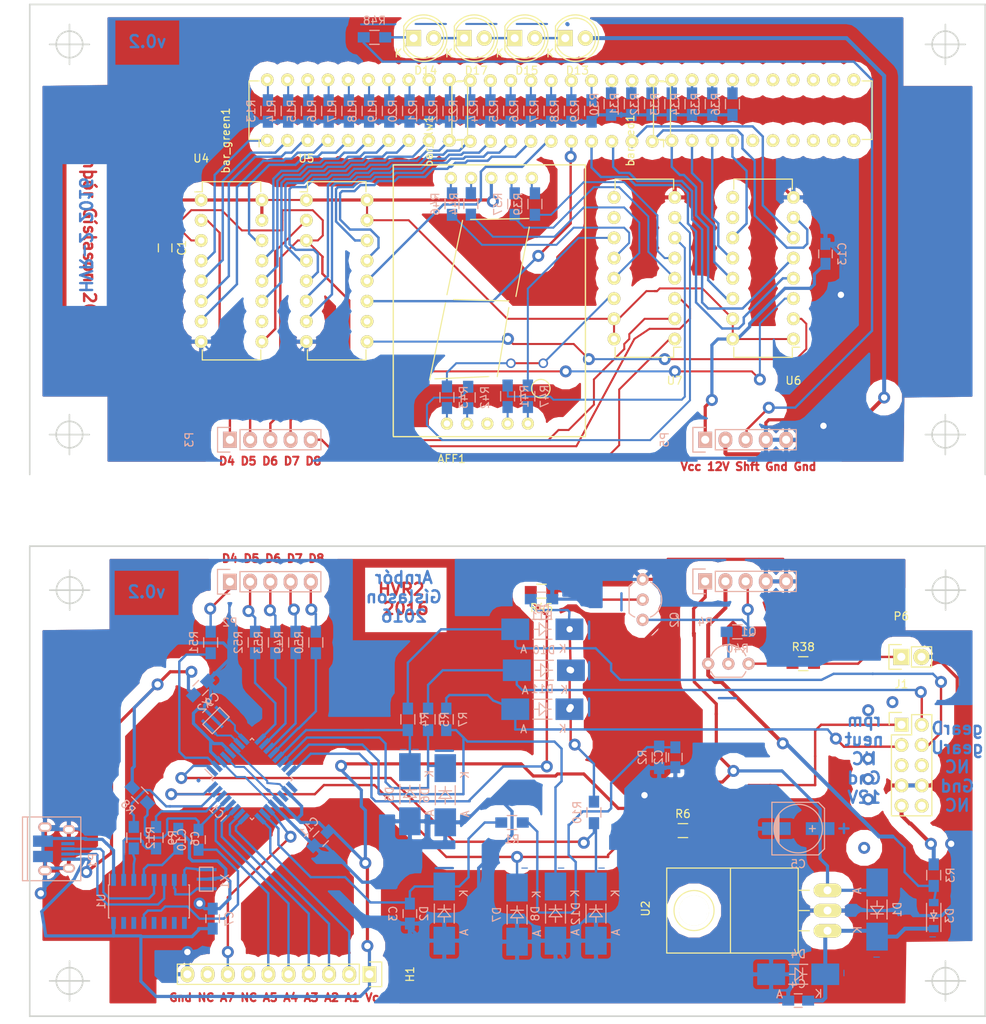
<source format=kicad_pcb>
(kicad_pcb (version 4) (host pcbnew "(2016-04-17 BZR 6697, Git 6120472)-product")
  (layers (0 F.Cu signal) (31 B.Cu signal) (34 B.Paste user) (35 F.Paste user) (36 B.SilkS user) (37 F.SilkS user) (38 B.Mask user) (39 F.Mask user) (44 Edge.Cuts user))
  (net 0 "")
  (net 1 /Vcc)
  (net 2 GNDREF)
  (net 3 "Net-(IC1-Pad8)")
  (net 4 "Net-(IC1-Pad7)")
  (net 5 /RST)
  (net 6 /U1_0)
  (net 7 /D11)
  (net 8 /neutral)
  (net 9 "Net-(AFF1-Pad9)")
  (net 10 /A0)
  (net 11 /U2_2)
  (net 12 /U2_1)
  (net 13 /oilP)
  (net 14 /U1_6)
  (net 15 /U1_4)
  (net 16 /U1_3)
  (net 17 /tx)
  (net 18 /rx)
  (net 19 "Net-(AFF1-Pad5)")
  (net 20 "Net-(AFF1-Pad10)")
  (net 21 /U3_6)
  (net 22 "Net-(AFF1-Pad7)")
  (net 23 /D10)
  (net 24 /gearDown)
  (net 25 "Net-(AFF1-Pad2)")
  (net 26 "Net-(D15-Pad1)")
  (net 27 "Net-(Q1-Pad1)")
  (net 28 /extShiftLight)
  (net 29 "Net-(Q2-Pad2)")
  (net 30 "Net-(Q1-Pad2)")
  (net 31 /D12)
  (net 32 /D2)
  (net 33 /rpm)
  (net 34 /D9)
  (net 35 /gearUp)
  (net 36 /U3_7)
  (net 37 /U2_4)
  (net 38 /U3_5)
  (net 39 /U3_3)
  (net 40 /U3_2)
  (net 41 /U3_1)
  (net 42 /U3_0)
  (net 43 /U2_7)
  (net 44 /U2_6)
  (net 45 /U2_5)
  (net 46 "Net-(AFF1-Pad1)")
  (net 47 "Net-(AFF1-Pad4)")
  (net 48 "Net-(AFF1-Pad6)")
  (net 49 /U3_4)
  (net 50 "Net-(C4-Pad1)")
  (net 51 "Net-(P1-Pad3)")
  (net 52 "Net-(P1-Pad2)")
  (net 53 /DTR)
  (net 54 /D3)
  (net 55 /D4)
  (net 56 /D5)
  (net 57 /D6)
  (net 58 /D7)
  (net 59 /D8)
  (net 60 /D13)
  (net 61 /A7)
  (net 62 /A1)
  (net 63 /A2)
  (net 64 /A3)
  (net 65 /A4)
  (net 66 /A5)
  (net 67 /D0)
  (net 68 /D1)
  (net 69 "Net-(bar_red1-Pad5)")
  (net 70 "Net-(bar_red1-Pad6)")
  (net 71 "Net-(bar_red1-Pad7)")
  (net 72 "Net-(bar_red1-Pad8)")
  (net 73 "Net-(bar_red1-Pad9)")
  (net 74 "Net-(bar_red1-Pad10)")
  (net 75 "Net-(D10-Pad1)")
  (net 76 "Net-(R47-Pad2)")
  (net 77 /U2_3)
  (net 78 /U2_0)
  (net 79 /U1_7)
  (net 80 /U1_5)
  (net 81 /U1_2)
  (net 82 /U1_1)
  (net 83 "Net-(R46-Pad2)")
  (net 84 "Net-(R44-Pad2)")
  (net 85 "Net-(R43-Pad2)")
  (net 86 "Net-(R42-Pad2)")
  (net 87 "Net-(R41-Pad2)")
  (net 88 "Net-(R39-Pad2)")
  (net 89 "Net-(R37-Pad2)")
  (net 90 "Net-(C6-Pad1)")
  (net 91 "Net-(U1-Pad9)")
  (net 92 "Net-(U1-Pad10)")
  (net 93 "Net-(D14-Pad2)")
  (net 94 "Net-(D14-Pad1)")
  (net 95 /12vraw)
  (net 96 "Net-(D13-Pad1)")
  (net 97 "Net-(P1-Pad4)")
  (net 98 "Net-(U4-Pad9)")
  (net 99 "Net-(U4-Pad10)")
  (net 100 "Net-(U5-Pad9)")
  (net 101 "Net-(U5-Pad10)")
  (net 102 "Net-(U6-Pad9)")
  (net 103 "Net-(U6-Pad10)")
  (net 104 "Net-(U7-Pad9)")
  (net 105 "Net-(U7-Pad10)")
  (net 106 "Net-(U1-Pad7)")
  (net 107 "Net-(U1-Pad8)")
  (net 108 "Net-(R19-Pad1)")
  (net 109 "Net-(R21-Pad1)")
  (net 110 "Net-(R20-Pad1)")
  (net 111 "Net-(R22-Pad1)")
  (net 112 "Net-(R23-Pad1)")
  (net 113 "Net-(R24-Pad1)")
  (net 114 "Net-(R25-Pad1)")
  (net 115 "Net-(R26-Pad1)")
  (net 116 "Net-(R27-Pad1)")
  (net 117 "Net-(R18-Pad1)")
  (net 118 "Net-(R17-Pad1)")
  (net 119 "Net-(R13-Pad1)")
  (net 120 "Net-(R14-Pad1)")
  (net 121 "Net-(R15-Pad1)")
  (net 122 "Net-(R16-Pad1)")
  (net 123 "Net-(R34-Pad1)")
  (net 124 "Net-(R35-Pad1)")
  (net 125 "Net-(R36-Pad1)")
  (net 126 "Net-(R28-Pad1)")
  (net 127 "Net-(R29-Pad1)")
  (net 128 "Net-(R30-Pad1)")
  (net 129 "Net-(R31-Pad1)")
  (net 130 "Net-(R32-Pad1)")
  (net 131 "Net-(R33-Pad1)")
  (net 132 "Net-(bar_red1-Pad11)")
  (net 133 "Net-(bar_red1-Pad12)")
  (net 134 "Net-(bar_red1-Pad13)")
  (net 135 "Net-(bar_red1-Pad14)")
  (net 136 "Net-(bar_red1-Pad15)")
  (net 137 "Net-(bar_red1-Pad16)")
  (net 138 /intShiftLight)
  (net 139 "Net-(H1-Pad9)")
  (net 140 "Net-(U1-Pad11)")
  (net 141 "Net-(U1-Pad12)")
  (net 142 "Net-(U1-Pad14)")
  (net 143 "Net-(U1-Pad15)")
  (net 144 "Net-(AFF1-Pad3)")
  (net 145 "Net-(H1-Pad7)")
  (net 146 "Net-(IC1-Pad19)")
  (net 147 "Net-(P2-Pad4)")
  (net 148 "Net-(P2-Pad1)")
  (net 149 "Net-(P2-Pad2)")
  (net 150 "Net-(P2-Pad3)")
  (net 151 "Net-(P2-Pad5)")
  (net 152 "Net-(J1-Pad6)")
  (net 153 "Net-(J1-Pad5)")
  (net 154 /12vF)
  (module Pin_Headers:Pin_Header_Straight_1x05 (layer B.Cu) (at 144.8308 80.63992 270)
    (fp_text reference P5 (at 0 5.1 270) (layer B.SilkS) (effects (justify mirror)))
    (fp_text value CONN_01X05)
    (pad 1 thru_hole rect (at 0 0 270) (size 2.032 1.7272) (drill 1.016) (layers *.Cu *.Mask B.SilkS) (net 1 /Vcc))
    (pad 2 thru_hole oval (at 0 -2.54 270) (size 2.032 1.7272) (drill 1.016) (layers *.Cu *.Mask B.SilkS) (net 154 /12vF))
    (pad 3 thru_hole oval (at 0 -5.08 270) (size 2.032 1.7272) (drill 1.016) (layers *.Cu *.Mask B.SilkS) (net 138 /intShiftLight))
    (pad 4 thru_hole oval (at 0 -7.62 270) (size 2.032 1.7272) (drill 1.016) (layers *.Cu *.Mask B.SilkS) (net 2 GNDREF))
    (pad 5 thru_hole oval (at 0 -10.16 270) (size 2.032 1.7272) (drill 1.016) (layers *.Cu *.Mask B.SilkS) (net 2 GNDREF))
  )
  (module Pin_Headers:Pin_Header_Straight_1x05 (layer B.Cu) (at 85.1408 80.63992 270)
    (fp_text reference P3 (at 0 5.1 270) (layer B.SilkS) (effects (justify mirror)))
    (fp_text value CONN_01X05)
    (pad 1 thru_hole rect (at 0 0 270) (size 2.032 1.7272) (drill 1.016) (layers *.Cu *.Mask B.SilkS) (net 55 /D4))
    (pad 2 thru_hole oval (at 0 -2.54 270) (size 2.032 1.7272) (drill 1.016) (layers *.Cu *.Mask B.SilkS) (net 56 /D5))
    (pad 3 thru_hole oval (at 0 -5.08 270) (size 2.032 1.7272) (drill 1.016) (layers *.Cu *.Mask B.SilkS) (net 57 /D6))
    (pad 4 thru_hole oval (at 0 -7.62 270) (size 2.032 1.7272) (drill 1.016) (layers *.Cu *.Mask B.SilkS) (net 58 /D7))
    (pad 5 thru_hole oval (at 0 -10.16 270) (size 2.032 1.7272) (drill 1.016) (layers *.Cu *.Mask B.SilkS) (net 59 /D8))
  )
  (module Housings_SOIC:SOIC-16_3.9x9.9mm_Pitch1.27mm (layer B.Cu) (at 74.974 138.59744 270)
    (fp_text reference U1 (at 0 6 270) (layer B.SilkS) (effects (justify mirror)))
    (fp_text value CH340G)
    (pad 1 smd rect (at -2.7 4.445 270) (size 1.5 0.6) (layers B.Cu B.Paste B.Mask) (net 2 GNDREF))
    (pad 2 smd rect (at -2.7 3.175 270) (size 1.5 0.6) (layers B.Cu B.Paste B.Mask) (net 18 /rx))
    (pad 3 smd rect (at -2.7 1.905 270) (size 1.5 0.6) (layers B.Cu B.Paste B.Mask) (net 17 /tx))
    (pad 4 smd rect (at -2.7 0.635 270) (size 1.5 0.6) (layers B.Cu B.Paste B.Mask) (net 90 "Net-(C6-Pad1)"))
    (pad 5 smd rect (at -2.7 -0.635 270) (size 1.5 0.6) (layers B.Cu B.Paste B.Mask) (net 51 "Net-(P1-Pad3)"))
    (pad 6 smd rect (at -2.7 -1.905 270) (size 1.5 0.6) (layers B.Cu B.Paste B.Mask) (net 52 "Net-(P1-Pad2)"))
    (pad 7 smd rect (at -2.7 -3.175 270) (size 1.5 0.6) (layers B.Cu B.Paste B.Mask) (net 106 "Net-(U1-Pad7)"))
    (pad 8 smd rect (at -2.7 -4.445 270) (size 1.5 0.6) (layers B.Cu B.Paste B.Mask) (net 107 "Net-(U1-Pad8)"))
    (pad 9 smd rect (at 2.7 -4.445 270) (size 1.5 0.6) (layers B.Cu B.Paste B.Mask) (net 91 "Net-(U1-Pad9)"))
    (pad 10 smd rect (at 2.7 -3.175 270) (size 1.5 0.6) (layers B.Cu B.Paste B.Mask) (net 92 "Net-(U1-Pad10)"))
    (pad 11 smd rect (at 2.7 -1.905 270) (size 1.5 0.6) (layers B.Cu B.Paste B.Mask) (net 140 "Net-(U1-Pad11)"))
    (pad 12 smd rect (at 2.7 -0.635 270) (size 1.5 0.6) (layers B.Cu B.Paste B.Mask) (net 141 "Net-(U1-Pad12)"))
    (pad 13 smd rect (at 2.7 0.635 270) (size 1.5 0.6) (layers B.Cu B.Paste B.Mask) (net 53 /DTR))
    (pad 14 smd rect (at 2.7 1.905 270) (size 1.5 0.6) (layers B.Cu B.Paste B.Mask) (net 142 "Net-(U1-Pad14)"))
    (pad 15 smd rect (at 2.7 3.175 270) (size 1.5 0.6) (layers B.Cu B.Paste B.Mask) (net 143 "Net-(U1-Pad15)"))
    (pad 16 smd rect (at 2.7 4.445 270) (size 1.5 0.6) (layers B.Cu B.Paste B.Mask) (net 1 /Vcc))
  )
  (module Resistors_SMD:R_0805_HandSoldering (layer B.Cu) (at 130.854 127.42144 270)
    (fp_text reference R10 (at 0 2.1 270) (layer B.SilkS) (effects (justify mirror)))
    (fp_text value 2k2)
    (pad 1 smd rect (at -1.35 0 270) (size 1.5 1.3) (layers B.Cu B.Paste B.Mask) (net 75 "Net-(D10-Pad1)"))
    (pad 2 smd rect (at 1.35 0 270) (size 1.5 1.3) (layers B.Cu B.Paste B.Mask) (net 54 /D3))
  )
  (module Resistors_SMD:R_0805_HandSoldering (layer B.Cu) (at 112.312 115.73744 90)
    (fp_text reference R7 (at 0 2.1 90) (layer B.SilkS) (effects (justify mirror)))
    (fp_text value 2k2)
    (pad 1 smd rect (at -1.35 0 90) (size 1.5 1.3) (layers B.Cu B.Paste B.Mask) (net 7 /D11))
    (pad 2 smd rect (at 1.35 0 90) (size 1.5 1.3) (layers B.Cu B.Paste B.Mask) (net 8 /neutral))
  )
  (module Resistors_SMD:R_0805_HandSoldering (layer B.Cu) (at 73.069 130.59644 90)
    (fp_text reference R12 (at 0 2.1 90) (layer B.SilkS) (effects (justify mirror)))
    (fp_text value 1k)
    (pad 1 smd rect (at -1.35 0 90) (size 1.5 1.3) (layers B.Cu B.Paste B.Mask) (net 17 /tx))
    (pad 2 smd rect (at 1.35 0 90) (size 1.5 1.3) (layers B.Cu B.Paste B.Mask) (net 68 /D1))
  )
  (module Resistors_SMD:R_0805_HandSoldering (layer B.Cu) (at 124.2708 100.64992)
    (fp_text reference R11 (at 0 2.1) (layer B.SilkS) (effects (justify mirror)))
    (fp_text value 10k)
    (pad 1 smd rect (at -1.35 0) (size 1.5 1.3) (layers B.Cu B.Paste B.Mask) (net 75 "Net-(D10-Pad1)"))
    (pad 2 smd rect (at 1.35 0) (size 1.5 1.3) (layers B.Cu B.Paste B.Mask) (net 2 GNDREF))
  )
  (module Resistors_SMD:R_0805_HandSoldering (layer B.Cu) (at 75.863 130.59644 90)
    (fp_text reference R9 (at 0 2.1 90) (layer B.SilkS) (effects (justify mirror)))
    (fp_text value 1k)
    (pad 1 smd rect (at -1.35 0 90) (size 1.5 1.3) (layers B.Cu B.Paste B.Mask) (net 18 /rx))
    (pad 2 smd rect (at 1.35 0 90) (size 1.5 1.3) (layers B.Cu B.Paste B.Mask) (net 67 /D0))
  )
  (module Resistors_SMD:R_0805_HandSoldering (layer B.Cu) (at 73.831 125.26244 315)
    (fp_text reference R8 (at 0 2.1 315) (layer B.SilkS) (effects (justify mirror)))
    (fp_text value 1kR)
    (pad 1 smd rect (at -1.35 0 315) (size 1.5 1.3) (layers B.Cu B.Paste B.Mask) (net 1 /Vcc))
    (pad 2 smd rect (at 1.35 0 315) (size 1.5 1.3) (layers B.Cu B.Paste B.Mask) (net 5 /RST))
  )
  (module Resistors_SMD:R_0805_HandSoldering (layer B.Cu) (at 139.0455 120.49994 270)
    (fp_text reference R2 (at 0 2.1 270) (layer B.SilkS) (effects (justify mirror)))
    (fp_text value 1k)
    (pad 1 smd rect (at -1.35 0 270) (size 1.5 1.3) (layers B.Cu B.Paste B.Mask) (net 13 /oilP))
    (pad 2 smd rect (at 1.35 0 270) (size 1.5 1.3) (layers B.Cu B.Paste B.Mask) (net 2 GNDREF))
  )
  (module Resistors_SMD:R_0805_HandSoldering (layer B.Cu) (at 120.567 128.69144)
    (fp_text reference R1 (at 0 2.1) (layer B.SilkS) (effects (justify mirror)))
    (fp_text value 2k2)
    (pad 1 smd rect (at -1.35 0) (size 1.5 1.3) (layers B.Cu B.Paste B.Mask) (net 10 /A0))
    (pad 2 smd rect (at 1.35 0) (size 1.5 1.3) (layers B.Cu B.Paste B.Mask) (net 13 /oilP))
  )
  (module Resistors_SMD:R_0805_HandSoldering (layer B.Cu) (at 110.026 115.73744 90)
    (fp_text reference R5 (at 0 2.1 90) (layer B.SilkS) (effects (justify mirror)))
    (fp_text value 2k2)
    (pad 1 smd rect (at -1.35 0 90) (size 1.5 1.3) (layers B.Cu B.Paste B.Mask) (net 23 /D10))
    (pad 2 smd rect (at 1.35 0 90) (size 1.5 1.3) (layers B.Cu B.Paste B.Mask) (net 24 /gearDown))
  )
  (module Resistors_SMD:R_0805_HandSoldering (layer F.Cu) (at 124.2708 99.64992 180)
    (fp_text reference R45 (at 0 -2.1 180) (layer F.SilkS))
    (fp_text value 2k7)
    (pad 1 smd rect (at -1.35 0 180) (size 1.5 1.3) (layers F.Cu F.Paste F.Mask) (net 29 "Net-(Q2-Pad2)"))
    (pad 2 smd rect (at 1.35 0 180) (size 1.5 1.3) (layers F.Cu F.Paste F.Mask) (net 31 /D12))
  )
  (module Resistors_SMD:R_0805_HandSoldering (layer B.Cu) (at 148.8708 104.74992)
    (fp_text reference R40 (at 0 2.1) (layer B.SilkS) (effects (justify mirror)))
    (fp_text value 10k)
    (pad 1 smd rect (at -1.35 0) (size 1.5 1.3) (layers B.Cu B.Paste B.Mask) (net 30 "Net-(Q1-Pad2)"))
    (pad 2 smd rect (at 1.35 0) (size 1.5 1.3) (layers B.Cu B.Paste B.Mask) (net 138 /intShiftLight))
  )
  (module Resistors_SMD:R_0805_HandSoldering (layer F.Cu) (at 142.03 129.70744)
    (fp_text reference R6 (at 0 -2.1) (layer F.SilkS))
    (fp_text value 2k2)
    (pad 1 smd rect (at -1.35 0) (size 1.5 1.3) (layers F.Cu F.Paste F.Mask) (net 32 /D2))
    (pad 2 smd rect (at 1.35 0) (size 1.5 1.3) (layers F.Cu F.Paste F.Mask) (net 33 /rpm))
  )
  (module Resistors_SMD:R_0805_HandSoldering (layer B.Cu) (at 107.486 115.73744 90)
    (fp_text reference R4 (at 0 2.1 90) (layer B.SilkS) (effects (justify mirror)))
    (fp_text value 2k2)
    (pad 1 smd rect (at -1.35 0 90) (size 1.5 1.3) (layers B.Cu B.Paste B.Mask) (net 34 /D9))
    (pad 2 smd rect (at 1.35 0 90) (size 1.5 1.3) (layers B.Cu B.Paste B.Mask) (net 35 /gearUp))
  )
  (module Resistors_SMD:R_0805_HandSoldering (layer B.Cu) (at 173.526 135.29544 90)
    (fp_text reference R3 (at 0 2.1 90) (layer B.SilkS) (effects (justify mirror)))
    (fp_text value 1)
    (pad 1 smd rect (at -1.35 0 90) (size 1.5 1.3) (layers B.Cu B.Paste B.Mask) (net 154 /12vF))
    (pad 2 smd rect (at 1.35 0 90) (size 1.5 1.3) (layers B.Cu B.Paste B.Mask) (net 95 /12vraw))
  )
  (module Housings_QFP:TQFP-32_7x7mm_Pitch0.8mm (layer B.Cu) (at 87.914 123.22588 315)
    (fp_text reference IC1 (at 0 6.05 315) (layer B.SilkS) (effects (justify mirror)))
    (fp_text value ATMEGA328-P)
    (pad 1 smd rect (at -4.25 2.8 315) (size 1.6 0.55) (layers B.Cu B.Paste B.Mask) (net 54 /D3))
    (pad 2 smd rect (at -4.25 2 315) (size 1.6 0.55) (layers B.Cu B.Paste B.Mask) (net 55 /D4))
    (pad 3 smd rect (at -4.25 1.2 315) (size 1.6 0.55) (layers B.Cu B.Paste B.Mask) (net 2 GNDREF))
    (pad 4 smd rect (at -4.25 0.4 315) (size 1.6 0.55) (layers B.Cu B.Paste B.Mask) (net 1 /Vcc))
    (pad 5 smd rect (at -4.25 -0.4 315) (size 1.6 0.55) (layers B.Cu B.Paste B.Mask) (net 2 GNDREF))
    (pad 6 smd rect (at -4.25 -1.2 315) (size 1.6 0.55) (layers B.Cu B.Paste B.Mask) (net 1 /Vcc))
    (pad 7 smd rect (at -4.25 -2 315) (size 1.6 0.55) (layers B.Cu B.Paste B.Mask) (net 4 "Net-(IC1-Pad7)"))
    (pad 8 smd rect (at -4.25 -2.8 315) (size 1.6 0.55) (layers B.Cu B.Paste B.Mask) (net 3 "Net-(IC1-Pad8)"))
    (pad 9 smd rect (at -2.8 -4.25 225) (size 1.6 0.55) (layers B.Cu B.Paste B.Mask) (net 56 /D5))
    (pad 10 smd rect (at -2 -4.25 225) (size 1.6 0.55) (layers B.Cu B.Paste B.Mask) (net 57 /D6))
    (pad 11 smd rect (at -1.2 -4.25 225) (size 1.6 0.55) (layers B.Cu B.Paste B.Mask) (net 58 /D7))
    (pad 12 smd rect (at -0.4 -4.25 225) (size 1.6 0.55) (layers B.Cu B.Paste B.Mask) (net 59 /D8))
    (pad 13 smd rect (at 0.4 -4.25 225) (size 1.6 0.55) (layers B.Cu B.Paste B.Mask) (net 34 /D9))
    (pad 14 smd rect (at 1.2 -4.25 225) (size 1.6 0.55) (layers B.Cu B.Paste B.Mask) (net 23 /D10))
    (pad 15 smd rect (at 2 -4.25 225) (size 1.6 0.55) (layers B.Cu B.Paste B.Mask) (net 7 /D11))
    (pad 16 smd rect (at 2.8 -4.25 225) (size 1.6 0.55) (layers B.Cu B.Paste B.Mask) (net 31 /D12))
    (pad 17 smd rect (at 4.25 -2.8 315) (size 1.6 0.55) (layers B.Cu B.Paste B.Mask) (net 60 /D13))
    (pad 18 smd rect (at 4.25 -2 315) (size 1.6 0.55) (layers B.Cu B.Paste B.Mask) (net 1 /Vcc))
    (pad 19 smd rect (at 4.25 -1.2 315) (size 1.6 0.55) (layers B.Cu B.Paste B.Mask) (net 146 "Net-(IC1-Pad19)"))
    (pad 20 smd rect (at 4.25 -0.4 315) (size 1.6 0.55) (layers B.Cu B.Paste B.Mask) (net 1 /Vcc))
    (pad 21 smd rect (at 4.25 0.4 315) (size 1.6 0.55) (layers B.Cu B.Paste B.Mask) (net 2 GNDREF))
    (pad 22 smd rect (at 4.25 1.2 315) (size 1.6 0.55) (layers B.Cu B.Paste B.Mask) (net 61 /A7))
    (pad 23 smd rect (at 4.25 2 315) (size 1.6 0.55) (layers B.Cu B.Paste B.Mask) (net 10 /A0))
    (pad 24 smd rect (at 4.25 2.8 315) (size 1.6 0.55) (layers B.Cu B.Paste B.Mask) (net 62 /A1))
    (pad 25 smd rect (at 2.8 4.25 225) (size 1.6 0.55) (layers B.Cu B.Paste B.Mask) (net 63 /A2))
    (pad 26 smd rect (at 2 4.25 225) (size 1.6 0.55) (layers B.Cu B.Paste B.Mask) (net 64 /A3))
    (pad 27 smd rect (at 1.2 4.25 225) (size 1.6 0.55) (layers B.Cu B.Paste B.Mask) (net 65 /A4))
    (pad 28 smd rect (at 0.4 4.25 225) (size 1.6 0.55) (layers B.Cu B.Paste B.Mask) (net 66 /A5))
    (pad 29 smd rect (at -0.4 4.25 225) (size 1.6 0.55) (layers B.Cu B.Paste B.Mask) (net 5 /RST))
    (pad 30 smd rect (at -1.2 4.25 225) (size 1.6 0.55) (layers B.Cu B.Paste B.Mask) (net 67 /D0))
    (pad 31 smd rect (at -2 4.25 225) (size 1.6 0.55) (layers B.Cu B.Paste B.Mask) (net 68 /D1))
    (pad 32 smd rect (at -2.8 4.25 225) (size 1.6 0.55) (layers B.Cu B.Paste B.Mask) (net 32 /D2))
  )
  (module Diodes_SMD:MELF_Handsoldering (layer B.Cu) (at 121.202 140.24844 270)
    (fp_text reference D7 (at 0 2.54 270) (layer B.SilkS) (effects (justify mirror)))
    (fp_text value 5.1V)
    (fp_text user K (at -2.55 -2.45 270) (layer B.SilkS) (effects (justify mirror)))
    (fp_text user A (at 2.35 -2.5 270) (layer B.SilkS) (effects (justify mirror)))
    (pad 1 smd rect (at -3.40106 0 270) (size 3.50012 2.70002) (layers B.Cu B.Paste B.Mask) (net 32 /D2))
    (pad 2 smd rect (at 3.40106 0 270) (size 3.50012 2.70002) (layers B.Cu B.Paste B.Mask) (net 2 GNDREF))
  )
  (module Diodes_SMD:MELF_Handsoldering (layer B.Cu) (at 112.058 140.12144 270)
    (fp_text reference D2 (at 0 2.54 270) (layer B.SilkS) (effects (justify mirror)))
    (fp_text value 5.1V)
    (fp_text user K (at -2.55 -2.45 270) (layer B.SilkS) (effects (justify mirror)))
    (fp_text user A (at 2.35 -2.5 270) (layer B.SilkS) (effects (justify mirror)))
    (pad 1 smd rect (at -3.40106 0 270) (size 3.50012 2.70002) (layers B.Cu B.Paste B.Mask) (net 10 /A0))
    (pad 2 smd rect (at 3.40106 0 270) (size 3.50012 2.70002) (layers B.Cu B.Paste B.Mask) (net 2 GNDREF))
  )
  (module Diodes_SMD:MELF_Handsoldering (layer B.Cu) (at 107.74 125.13544 270)
    (fp_text reference D5 (at 0 2.54 270) (layer B.SilkS) (effects (justify mirror)))
    (fp_text value 5.1V)
    (fp_text user K (at -2.55 -2.45 270) (layer B.SilkS) (effects (justify mirror)))
    (fp_text user A (at 2.35 -2.5 270) (layer B.SilkS) (effects (justify mirror)))
    (pad 1 smd rect (at -3.40106 0 270) (size 3.50012 2.70002) (layers B.Cu B.Paste B.Mask) (net 34 /D9))
    (pad 2 smd rect (at 3.40106 0 270) (size 3.50012 2.70002) (layers B.Cu B.Paste B.Mask) (net 2 GNDREF))
  )
  (module Diodes_SMD:MELF_Handsoldering (layer B.Cu) (at 156.508 147.74144 180)
    (fp_text reference D4 (at 0 2.54 180) (layer B.SilkS) (effects (justify mirror)))
    (fp_text value 22V)
    (fp_text user K (at -2.55 -2.45 180) (layer B.SilkS) (effects (justify mirror)))
    (fp_text user A (at 2.35 -2.5 180) (layer B.SilkS) (effects (justify mirror)))
    (pad 1 smd rect (at -3.40106 0 180) (size 3.50012 2.70002) (layers B.Cu B.Paste B.Mask) (net 50 "Net-(C4-Pad1)"))
    (pad 2 smd rect (at 3.40106 0 180) (size 3.50012 2.70002) (layers B.Cu B.Paste B.Mask) (net 2 GNDREF))
  )
  (module Diodes_SMD:MELF_Handsoldering (layer B.Cu) (at 112.185 125.26244 270)
    (fp_text reference D6 (at 0 2.54 270) (layer B.SilkS) (effects (justify mirror)))
    (fp_text value 5.1V)
    (fp_text user K (at -2.55 -2.45 270) (layer B.SilkS) (effects (justify mirror)))
    (fp_text user A (at 2.35 -2.5 270) (layer B.SilkS) (effects (justify mirror)))
    (pad 1 smd rect (at -3.40106 0 270) (size 3.50012 2.70002) (layers B.Cu B.Paste B.Mask) (net 23 /D10))
    (pad 2 smd rect (at 3.40106 0 270) (size 3.50012 2.70002) (layers B.Cu B.Paste B.Mask) (net 2 GNDREF))
  )
  (module Diodes_SMD:MELF_Handsoldering (layer B.Cu) (at 126.028 140.12144 270)
    (fp_text reference D8 (at 0 2.54 270) (layer B.SilkS) (effects (justify mirror)))
    (fp_text value 5.1V)
    (fp_text user K (at -2.55 -2.45 270) (layer B.SilkS) (effects (justify mirror)))
    (fp_text user A (at 2.35 -2.5 270) (layer B.SilkS) (effects (justify mirror)))
    (pad 1 smd rect (at -3.40106 0 270) (size 3.50012 2.70002) (layers B.Cu B.Paste B.Mask) (net 7 /D11))
    (pad 2 smd rect (at 3.40106 0 270) (size 3.50012 2.70002) (layers B.Cu B.Paste B.Mask) (net 2 GNDREF))
  )
  (module Capacitors_SMD:C_0805_HandSoldering (layer B.Cu) (at 81.451 111.80044 45)
    (fp_text reference C9 (at 0 2.1 45) (layer B.SilkS) (effects (justify mirror)))
    (fp_text value 100n)
    (pad 1 smd rect (at -1.25 0 45) (size 1.5 1.25) (layers B.Cu B.Paste B.Mask) (net 1 /Vcc))
    (pad 2 smd rect (at 1.25 0 45) (size 1.5 1.25) (layers B.Cu B.Paste B.Mask) (net 2 GNDREF))
  )
  (module Capacitors_SMD:C_0805_HandSoldering (layer B.Cu) (at 156.508 151.04344 180)
    (fp_text reference C4 (at 0 2.1 180) (layer B.SilkS) (effects (justify mirror)))
    (fp_text value 470n)
    (pad 1 smd rect (at -1.25 0 180) (size 1.5 1.25) (layers B.Cu B.Paste B.Mask) (net 50 "Net-(C4-Pad1)"))
    (pad 2 smd rect (at 1.25 0 180) (size 1.5 1.25) (layers B.Cu B.Paste B.Mask) (net 2 GNDREF))
  )
  (module Capacitors_SMD:C_0805_HandSoldering (layer B.Cu) (at 78.657 130.72344 90)
    (fp_text reference C6 (at 0 2.1 90) (layer B.SilkS) (effects (justify mirror)))
    (fp_text value 100n)
    (pad 1 smd rect (at -1.25 0 90) (size 1.5 1.25) (layers B.Cu B.Paste B.Mask) (net 90 "Net-(C6-Pad1)"))
    (pad 2 smd rect (at 1.25 0 90) (size 1.5 1.25) (layers B.Cu B.Paste B.Mask) (net 2 GNDREF))
  )
  (module Capacitors_SMD:C_0805_HandSoldering (layer B.Cu) (at 82.975 140.75644 90)
    (fp_text reference C7 (at 0 2.1 90) (layer B.SilkS) (effects (justify mirror)))
    (fp_text value 100n)
    (pad 1 smd rect (at -1.25 0 90) (size 1.5 1.25) (layers B.Cu B.Paste B.Mask) (net 1 /Vcc))
    (pad 2 smd rect (at 1.25 0 90) (size 1.5 1.25) (layers B.Cu B.Paste B.Mask) (net 2 GNDREF))
  )
  (module Capacitors_SMD:C_0805_HandSoldering (layer B.Cu) (at 81.197 130.85044 270)
    (fp_text reference C10 (at 0 2.1 270) (layer B.SilkS) (effects (justify mirror)))
    (fp_text value 100n)
    (pad 1 smd rect (at -1.25 0 270) (size 1.5 1.25) (layers B.Cu B.Paste B.Mask) (net 5 /RST))
    (pad 2 smd rect (at 1.25 0 270) (size 1.5 1.25) (layers B.Cu B.Paste B.Mask) (net 53 /DTR))
  )
  (module Capacitors_SMD:C_0805_HandSoldering (layer B.Cu) (at 96.564 130.72344 225)
    (fp_text reference C11 (at 0 2.1 225) (layer B.SilkS) (effects (justify mirror)))
    (fp_text value 100n)
    (pad 1 smd rect (at -1.25 0 225) (size 1.5 1.25) (layers B.Cu B.Paste B.Mask) (net 1 /Vcc))
    (pad 2 smd rect (at 1.25 0 225) (size 1.5 1.25) (layers B.Cu B.Paste B.Mask) (net 2 GNDREF))
  )
  (module Capacitors_SMD:C_0805_HandSoldering (layer B.Cu) (at 159.93364 57.30748 90)
    (fp_text reference C13 (at 0 2.1 90) (layer B.SilkS) (effects (justify mirror)))
    (fp_text value 100n)
    (pad 1 smd rect (at -1.25 0 90) (size 1.5 1.25) (layers B.Cu B.Paste B.Mask) (net 1 /Vcc))
    (pad 2 smd rect (at 1.25 0 90) (size 1.5 1.25) (layers B.Cu B.Paste B.Mask) (net 2 GNDREF))
  )
  (module Capacitors_SMD:C_0805_HandSoldering (layer F.Cu) (at 77.006 56.55544 270)
    (fp_text reference C1 (at 0 -2.1 270) (layer F.SilkS))
    (fp_text value 100n)
    (pad 1 smd rect (at -1.25 0 270) (size 1.5 1.25) (layers F.Cu F.Paste F.Mask) (net 1 /Vcc))
    (pad 2 smd rect (at 1.25 0 270) (size 1.5 1.25) (layers F.Cu F.Paste F.Mask) (net 2 GNDREF))
  )
  (module Resistors_SMD:R_0805_HandSoldering (layer F.Cu) (at 157.143 108.75244)
    (fp_text reference R38 (at 0 -2.1) (layer F.SilkS))
    (fp_text value 1R)
    (pad 1 smd rect (at -1.35 0) (size 1.5 1.3) (layers F.Cu F.Paste F.Mask) (net 27 "Net-(Q1-Pad1)"))
    (pad 2 smd rect (at 1.35 0) (size 1.5 1.3) (layers F.Cu F.Paste F.Mask) (net 28 /extShiftLight))
  )
  (module Capacitors_SMD:C_0805_HandSoldering (layer B.Cu) (at 141.0775 120.49994 270)
    (fp_text reference C2 (at 0 2.1 270) (layer B.SilkS) (effects (justify mirror)))
    (fp_text value C)
    (pad 1 smd rect (at -1.25 0 270) (size 1.5 1.25) (layers B.Cu B.Paste B.Mask) (net 13 /oilP))
    (pad 2 smd rect (at 1.25 0 270) (size 1.5 1.25) (layers B.Cu B.Paste B.Mask) (net 2 GNDREF))
  )
  (module Capacitors_SMD:C_0805_HandSoldering (layer B.Cu) (at 107.74 140.12144 270)
    (fp_text reference C3 (at 0 2.1 270) (layer B.SilkS) (effects (justify mirror)))
    (fp_text value C)
    (pad 1 smd rect (at -1.25 0 270) (size 1.5 1.25) (layers B.Cu B.Paste B.Mask) (net 10 /A0))
    (pad 2 smd rect (at 1.25 0 270) (size 1.5 1.25) (layers B.Cu B.Paste B.Mask) (net 2 GNDREF))
  )
  (module Pin_Headers:Pin_Header_Straight_1x10 (layer F.Cu) (at 102.66 147.74144 270)
    (fp_text reference H1 (at 0 -5.1 270) (layer F.SilkS))
    (fp_text value pin_header_10)
    (pad 1 thru_hole rect (at 0 0 270) (size 2.032 1.7272) (drill 1.016) (layers *.Cu *.Mask F.SilkS) (net 1 /Vcc))
    (pad 2 thru_hole oval (at 0 2.54 270) (size 2.032 1.7272) (drill 1.016) (layers *.Cu *.Mask F.SilkS) (net 62 /A1))
    (pad 3 thru_hole oval (at 0 5.08 270) (size 2.032 1.7272) (drill 1.016) (layers *.Cu *.Mask F.SilkS) (net 63 /A2))
    (pad 4 thru_hole oval (at 0 7.62 270) (size 2.032 1.7272) (drill 1.016) (layers *.Cu *.Mask F.SilkS) (net 64 /A3))
    (pad 5 thru_hole oval (at 0 10.16 270) (size 2.032 1.7272) (drill 1.016) (layers *.Cu *.Mask F.SilkS) (net 65 /A4))
    (pad 6 thru_hole oval (at 0 12.7 270) (size 2.032 1.7272) (drill 1.016) (layers *.Cu *.Mask F.SilkS) (net 66 /A5))
    (pad 7 thru_hole oval (at 0 15.24 270) (size 2.032 1.7272) (drill 1.016) (layers *.Cu *.Mask F.SilkS) (net 145 "Net-(H1-Pad7)"))
    (pad 8 thru_hole oval (at 0 17.78 270) (size 2.032 1.7272) (drill 1.016) (layers *.Cu *.Mask F.SilkS) (net 61 /A7))
    (pad 9 thru_hole oval (at 0 20.32 270) (size 2.032 1.7272) (drill 1.016) (layers *.Cu *.Mask F.SilkS) (net 139 "Net-(H1-Pad9)"))
    (pad 10 thru_hole oval (at 0 22.86 270) (size 2.032 1.7272) (drill 1.016) (layers *.Cu *.Mask F.SilkS) (net 2 GNDREF))
  )
  (module Diodes_SMD:SOD-123 (layer B.Cu) (at 173.526 140.37544 90)
    (fp_text reference D3 (at 0 2 90) (layer B.SilkS) (effects (justify mirror)))
    (fp_text value D_Schottky_Small)
    (pad 1 smd rect (at -1.635 0 90) (size 0.91 1.22) (layers B.Cu B.Paste B.Mask) (net 50 "Net-(C4-Pad1)"))
    (pad 2 smd rect (at 1.635 0 90) (size 0.91 1.22) (layers B.Cu B.Paste B.Mask) (net 154 /12vF))
  )
  (module Connect:USB_Micro-B_10103594-0001LF (layer B.Cu) (at 63.29 131.99344 90)
    (fp_text reference P1 (at -1.5 4.625 90) (layer B.SilkS) (effects (justify mirror)))
    (fp_text value USB_OTG)
    (pad 1 smd rect (at -1.3 1.5) (size 1.65 0.4) (layers B.Cu B.Paste B.Mask) (net 1 /Vcc))
    (pad 2 smd rect (at -0.65 1.5) (size 1.65 0.4) (layers B.Cu B.Paste B.Mask) (net 52 "Net-(P1-Pad2)"))
    (pad 3 smd rect (at -0.0009 1.5) (size 1.65 0.4) (layers B.Cu B.Paste B.Mask) (net 51 "Net-(P1-Pad3)"))
    (pad 4 smd rect (at 0.65 1.5) (size 1.65 0.4) (layers B.Cu B.Paste B.Mask) (net 97 "Net-(P1-Pad4)"))
    (pad 5 smd rect (at 1.3 1.5) (size 1.65 0.4) (layers B.Cu B.Paste B.Mask) (net 2 GNDREF))
    (pad 6 thru_hole oval (at -2.425 1.625) (size 1.5 1.1) (drill oval 1.05 0.65) (layers *.Cu *.Mask B.SilkS) (net 2 GNDREF))
    (pad 6 thru_hole oval (at 2.425 1.625) (size 1.5 1.1) (drill oval 1.05 0.65) (layers *.Cu *.Mask B.SilkS) (net 2 GNDREF))
    (pad 6 thru_hole oval (at -2.725 -1.375) (size 1.7 1.2) (drill oval 1.2 0.7) (layers *.Cu *.Mask B.SilkS) (net 2 GNDREF))
    (pad 6 thru_hole oval (at 2.725 -1.375) (size 1.7 1.2) (drill oval 1.2 0.7) (layers *.Cu *.Mask B.SilkS) (net 2 GNDREF))
    (pad 6 smd rect (at -0.9625 -1.625) (size 2.5 1.425) (layers B.Cu B.Paste B.Mask) (net 2 GNDREF))
    (pad 6 smd rect (at 0.9625 -1.625) (size 2.5 1.425) (layers B.Cu B.Paste B.Mask) (net 2 GNDREF))
  )
  (module addlol:cer_res (layer B.Cu) (at 83.356 115.86444 45)
    (fp_text reference X2 (at 0.3 -2.3 45) (layer B.SilkS) (effects (justify mirror)))
    (fp_text value CRYSTAL_SMD)
    (pad 3 smd rect (at 1.2 0 45) (size 0.4 2.5) (layers B.Cu B.Paste B.Mask) (net 3 "Net-(IC1-Pad8)"))
    (pad 2 smd rect (at 0 0 45) (size 0.4 2.5) (layers B.Cu B.Paste B.Mask) (net 2 GNDREF))
    (pad 1 smd rect (at -1.2 0 45) (size 0.4 2.5) (layers B.Cu B.Paste B.Mask) (net 4 "Net-(IC1-Pad7)"))
  )
  (module addlol:cer_res (layer B.Cu) (at 82.213 135.80344 270)
    (fp_text reference X1 (at 0.3 -2.3 270) (layer B.SilkS) (effects (justify mirror)))
    (fp_text value CRYSTAL_SMD)
    (pad 3 smd rect (at 1.2 0 270) (size 0.4 2.5) (layers B.Cu B.Paste B.Mask) (net 106 "Net-(U1-Pad7)"))
    (pad 2 smd rect (at 0 0 270) (size 0.4 2.5) (layers B.Cu B.Paste B.Mask) (net 2 GNDREF))
    (pad 1 smd rect (at -1.2 0 270) (size 0.4 2.5) (layers B.Cu B.Paste B.Mask) (net 107 "Net-(U1-Pad8)"))
  )
  (module Diodes_SMD:MELF_Handsoldering (layer B.Cu) (at 124.377 104.43444 180)
    (fp_text reference D9 (at 0 2.54 180) (layer B.SilkS) (effects (justify mirror)))
    (fp_text value 1n4148)
    (fp_text user K (at -2.55 -2.45 180) (layer B.SilkS) (effects (justify mirror)))
    (fp_text user A (at 2.35 -2.5 180) (layer B.SilkS) (effects (justify mirror)))
    (pad 1 smd rect (at -3.40106 0 180) (size 3.50012 2.70002) (layers B.Cu B.Paste B.Mask) (net 75 "Net-(D10-Pad1)"))
    (pad 2 smd rect (at 3.40106 0 180) (size 3.50012 2.70002) (layers B.Cu B.Paste B.Mask) (net 35 /gearUp))
  )
  (module Diodes_SMD:MELF_Handsoldering (layer B.Cu) (at 124.5675 109.57794 180)
    (fp_text reference D10 (at 0 2.54 180) (layer B.SilkS) (effects (justify mirror)))
    (fp_text value 1n4148)
    (fp_text user K (at -2.55 -2.45 180) (layer B.SilkS) (effects (justify mirror)))
    (fp_text user A (at 2.35 -2.5 180) (layer B.SilkS) (effects (justify mirror)))
    (pad 1 smd rect (at -3.40106 0 180) (size 3.50012 2.70002) (layers B.Cu B.Paste B.Mask) (net 75 "Net-(D10-Pad1)"))
    (pad 2 smd rect (at 3.40106 0 180) (size 3.50012 2.70002) (layers B.Cu B.Paste B.Mask) (net 24 /gearDown))
  )
  (module Diodes_SMD:MELF_Handsoldering (layer B.Cu) (at 166.414 139.61344 90)
    (fp_text reference D1 (at 0 2.54 90) (layer B.SilkS) (effects (justify mirror)))
    (fp_text value 1n4007)
    (fp_text user K (at -2.55 -2.45 90) (layer B.SilkS) (effects (justify mirror)))
    (fp_text user A (at 2.35 -2.5 90) (layer B.SilkS) (effects (justify mirror)))
    (pad 1 smd rect (at -3.40106 0 90) (size 3.50012 2.70002) (layers B.Cu B.Paste B.Mask) (net 50 "Net-(C4-Pad1)"))
    (pad 2 smd rect (at 3.40106 0 90) (size 3.50012 2.70002) (layers B.Cu B.Paste B.Mask) (net 1 /Vcc))
  )
  (module Diodes_SMD:MELF_Handsoldering (layer B.Cu) (at 124.377 114.46744 180)
    (fp_text reference D11 (at 0 2.54 180) (layer B.SilkS) (effects (justify mirror)))
    (fp_text value 1n4148)
    (fp_text user K (at -2.55 -2.45 180) (layer B.SilkS) (effects (justify mirror)))
    (fp_text user A (at 2.35 -2.5 180) (layer B.SilkS) (effects (justify mirror)))
    (pad 1 smd rect (at -3.40106 0 180) (size 3.50012 2.70002) (layers B.Cu B.Paste B.Mask) (net 75 "Net-(D10-Pad1)"))
    (pad 2 smd rect (at 3.40106 0 180) (size 3.50012 2.70002) (layers B.Cu B.Paste B.Mask) (net 8 /neutral))
  )
  (module Diodes_SMD:MELF_Handsoldering (layer B.Cu) (at 131.108 140.12144 270)
    (fp_text reference D12 (at 0 2.54 270) (layer B.SilkS) (effects (justify mirror)))
    (fp_text value 5.1V)
    (fp_text user K (at -2.55 -2.45 270) (layer B.SilkS) (effects (justify mirror)))
    (fp_text user A (at 2.35 -2.5 270) (layer B.SilkS) (effects (justify mirror)))
    (pad 1 smd rect (at -3.40106 0 270) (size 3.50012 2.70002) (layers B.Cu B.Paste B.Mask) (net 54 /D3))
    (pad 2 smd rect (at 3.40106 0 270) (size 3.50012 2.70002) (layers B.Cu B.Paste B.Mask) (net 2 GNDREF))
  )
  (module Capacitors_SMD:c_elec_6.3x5.8 (layer B.Cu) (at 156.508 129.45344)
    (fp_text reference C5 (at 0 4.445) (layer B.SilkS) (effects (justify mirror)))
    (fp_text value 100u)
    (pad 1 smd rect (at 2.75082 0) (size 3.59918 1.6002) (layers B.Cu B.Paste B.Mask) (net 1 /Vcc))
    (pad 2 smd rect (at -2.75082 0) (size 3.59918 1.6002) (layers B.Cu B.Paste B.Mask) (net 2 GNDREF))
  )
  (module TO_SOT_Packages_THT:TO-92_Inline_Wide (layer B.Cu) (at 150.285 108.75244 180)
    (fp_text reference Q1 (at 0 4 360) (layer B.SilkS) (effects (justify mirror)))
    (fp_text value BC557)
    (pad 2 thru_hole circle (at 2.54 0 90) (size 1.524 1.524) (drill 0.8) (layers *.Cu *.Mask B.SilkS) (net 30 "Net-(Q1-Pad2)"))
    (pad 3 thru_hole circle (at 5.08 0 90) (size 1.524 1.524) (drill 0.8) (layers *.Cu *.Mask B.SilkS) (net 154 /12vF))
    (pad 1 thru_hole circle (at 0 0 90) (size 1.524 1.524) (drill 0.8) (layers *.Cu *.Mask B.SilkS) (net 27 "Net-(Q1-Pad1)"))
  )
  (module TO_SOT_Packages_THT:TO-92_Inline_Wide (layer B.Cu) (at 136.9708 103.24992 90)
    (fp_text reference Q2 (at 0 4 270) (layer B.SilkS) (effects (justify mirror)))
    (fp_text value BC547)
    (pad 2 thru_hole circle (at 2.54 0) (size 1.524 1.524) (drill 0.8) (layers *.Cu *.Mask B.SilkS) (net 29 "Net-(Q2-Pad2)"))
    (pad 3 thru_hole circle (at 5.08 0) (size 1.524 1.524) (drill 0.8) (layers *.Cu *.Mask B.SilkS) (net 2 GNDREF))
    (pad 1 thru_hole circle (at 0 0) (size 1.524 1.524) (drill 0.8) (layers *.Cu *.Mask B.SilkS) (net 138 /intShiftLight))
  )
  (module Housings_DIP:DIP-16_W7.62mm (layer F.Cu) (at 155.905 68 180)
    (fp_text reference U6 (at 0 -5.22 180) (layer F.SilkS))
    (fp_text value 74HC4094)
    (pad 1 thru_hole oval (at 0 0 180) (size 1.6 1.6) (drill 0.8) (layers *.Cu *.Mask F.SilkS) (net 1 /Vcc))
    (pad 2 thru_hole oval (at 0 2.54 180) (size 1.6 1.6) (drill 0.8) (layers *.Cu *.Mask F.SilkS) (net 100 "Net-(U5-Pad9)"))
    (pad 3 thru_hole oval (at 0 5.08 180) (size 1.6 1.6) (drill 0.8) (layers *.Cu *.Mask F.SilkS) (net 56 /D5))
    (pad 4 thru_hole oval (at 0 7.62 180) (size 1.6 1.6) (drill 0.8) (layers *.Cu *.Mask F.SilkS) (net 42 /U3_0))
    (pad 5 thru_hole oval (at 0 10.16 180) (size 1.6 1.6) (drill 0.8) (layers *.Cu *.Mask F.SilkS) (net 41 /U3_1))
    (pad 6 thru_hole oval (at 0 12.7 180) (size 1.6 1.6) (drill 0.8) (layers *.Cu *.Mask F.SilkS) (net 40 /U3_2))
    (pad 7 thru_hole oval (at 0 15.24 180) (size 1.6 1.6) (drill 0.8) (layers *.Cu *.Mask F.SilkS) (net 39 /U3_3))
    (pad 8 thru_hole oval (at 0 17.78 180) (size 1.6 1.6) (drill 0.8) (layers *.Cu *.Mask F.SilkS) (net 2 GNDREF))
    (pad 9 thru_hole oval (at 7.62 17.78 180) (size 1.6 1.6) (drill 0.8) (layers *.Cu *.Mask F.SilkS) (net 102 "Net-(U6-Pad9)"))
    (pad 10 thru_hole oval (at 7.62 15.24 180) (size 1.6 1.6) (drill 0.8) (layers *.Cu *.Mask F.SilkS) (net 103 "Net-(U6-Pad10)"))
    (pad 11 thru_hole oval (at 7.62 12.7 180) (size 1.6 1.6) (drill 0.8) (layers *.Cu *.Mask F.SilkS) (net 36 /U3_7))
    (pad 12 thru_hole oval (at 7.62 10.16 180) (size 1.6 1.6) (drill 0.8) (layers *.Cu *.Mask F.SilkS) (net 21 /U3_6))
    (pad 13 thru_hole oval (at 7.62 7.62 180) (size 1.6 1.6) (drill 0.8) (layers *.Cu *.Mask F.SilkS) (net 38 /U3_5))
    (pad 14 thru_hole oval (at 7.62 5.08 180) (size 1.6 1.6) (drill 0.8) (layers *.Cu *.Mask F.SilkS) (net 49 /U3_4))
    (pad 15 thru_hole oval (at 7.62 2.54 180) (size 1.6 1.6) (drill 0.8) (layers *.Cu *.Mask F.SilkS) (net 1 /Vcc))
    (pad 16 thru_hole oval (at 7.62 0 180) (size 1.6 1.6) (drill 0.8) (layers *.Cu *.Mask F.SilkS) (net 1 /Vcc))
  )
  (module Housings_DIP:DIP-16_W7.62mm (layer F.Cu) (at 81.534 50.546)
    (fp_text reference U4 (at 0 -5.22) (layer F.SilkS))
    (fp_text value 74HC4094)
    (pad 1 thru_hole oval (at 0 0) (size 1.6 1.6) (drill 0.8) (layers *.Cu *.Mask F.SilkS) (net 1 /Vcc))
    (pad 2 thru_hole oval (at 0 2.54) (size 1.6 1.6) (drill 0.8) (layers *.Cu *.Mask F.SilkS) (net 55 /D4))
    (pad 3 thru_hole oval (at 0 5.08) (size 1.6 1.6) (drill 0.8) (layers *.Cu *.Mask F.SilkS) (net 56 /D5))
    (pad 4 thru_hole oval (at 0 7.62) (size 1.6 1.6) (drill 0.8) (layers *.Cu *.Mask F.SilkS) (net 6 /U1_0))
    (pad 5 thru_hole oval (at 0 10.16) (size 1.6 1.6) (drill 0.8) (layers *.Cu *.Mask F.SilkS) (net 82 /U1_1))
    (pad 6 thru_hole oval (at 0 12.7) (size 1.6 1.6) (drill 0.8) (layers *.Cu *.Mask F.SilkS) (net 81 /U1_2))
    (pad 7 thru_hole oval (at 0 15.24) (size 1.6 1.6) (drill 0.8) (layers *.Cu *.Mask F.SilkS) (net 16 /U1_3))
    (pad 8 thru_hole oval (at 0 17.78) (size 1.6 1.6) (drill 0.8) (layers *.Cu *.Mask F.SilkS) (net 2 GNDREF))
    (pad 9 thru_hole oval (at 7.62 17.78) (size 1.6 1.6) (drill 0.8) (layers *.Cu *.Mask F.SilkS) (net 98 "Net-(U4-Pad9)"))
    (pad 10 thru_hole oval (at 7.62 15.24) (size 1.6 1.6) (drill 0.8) (layers *.Cu *.Mask F.SilkS) (net 99 "Net-(U4-Pad10)"))
    (pad 11 thru_hole oval (at 7.62 12.7) (size 1.6 1.6) (drill 0.8) (layers *.Cu *.Mask F.SilkS) (net 79 /U1_7))
    (pad 12 thru_hole oval (at 7.62 10.16) (size 1.6 1.6) (drill 0.8) (layers *.Cu *.Mask F.SilkS) (net 14 /U1_6))
    (pad 13 thru_hole oval (at 7.62 7.62) (size 1.6 1.6) (drill 0.8) (layers *.Cu *.Mask F.SilkS) (net 80 /U1_5))
    (pad 14 thru_hole oval (at 7.62 5.08) (size 1.6 1.6) (drill 0.8) (layers *.Cu *.Mask F.SilkS) (net 15 /U1_4))
    (pad 15 thru_hole oval (at 7.62 2.54) (size 1.6 1.6) (drill 0.8) (layers *.Cu *.Mask F.SilkS) (net 1 /Vcc))
    (pad 16 thru_hole oval (at 7.62 0) (size 1.6 1.6) (drill 0.8) (layers *.Cu *.Mask F.SilkS) (net 1 /Vcc))
  )
  (module Housings_DIP:DIP-16_W7.62mm (layer F.Cu) (at 94.742 50.546)
    (fp_text reference U5 (at 0 -5.22) (layer F.SilkS))
    (fp_text value 74HC4094)
    (pad 1 thru_hole oval (at 0 0) (size 1.6 1.6) (drill 0.8) (layers *.Cu *.Mask F.SilkS) (net 1 /Vcc))
    (pad 2 thru_hole oval (at 0 2.54) (size 1.6 1.6) (drill 0.8) (layers *.Cu *.Mask F.SilkS) (net 98 "Net-(U4-Pad9)"))
    (pad 3 thru_hole oval (at 0 5.08) (size 1.6 1.6) (drill 0.8) (layers *.Cu *.Mask F.SilkS) (net 56 /D5))
    (pad 4 thru_hole oval (at 0 7.62) (size 1.6 1.6) (drill 0.8) (layers *.Cu *.Mask F.SilkS) (net 78 /U2_0))
    (pad 5 thru_hole oval (at 0 10.16) (size 1.6 1.6) (drill 0.8) (layers *.Cu *.Mask F.SilkS) (net 12 /U2_1))
    (pad 6 thru_hole oval (at 0 12.7) (size 1.6 1.6) (drill 0.8) (layers *.Cu *.Mask F.SilkS) (net 11 /U2_2))
    (pad 7 thru_hole oval (at 0 15.24) (size 1.6 1.6) (drill 0.8) (layers *.Cu *.Mask F.SilkS) (net 77 /U2_3))
    (pad 8 thru_hole oval (at 0 17.78) (size 1.6 1.6) (drill 0.8) (layers *.Cu *.Mask F.SilkS) (net 2 GNDREF))
    (pad 9 thru_hole oval (at 7.62 17.78) (size 1.6 1.6) (drill 0.8) (layers *.Cu *.Mask F.SilkS) (net 100 "Net-(U5-Pad9)"))
    (pad 10 thru_hole oval (at 7.62 15.24) (size 1.6 1.6) (drill 0.8) (layers *.Cu *.Mask F.SilkS) (net 101 "Net-(U5-Pad10)"))
    (pad 11 thru_hole oval (at 7.62 12.7) (size 1.6 1.6) (drill 0.8) (layers *.Cu *.Mask F.SilkS) (net 43 /U2_7))
    (pad 12 thru_hole oval (at 7.62 10.16) (size 1.6 1.6) (drill 0.8) (layers *.Cu *.Mask F.SilkS) (net 44 /U2_6))
    (pad 13 thru_hole oval (at 7.62 7.62) (size 1.6 1.6) (drill 0.8) (layers *.Cu *.Mask F.SilkS) (net 45 /U2_5))
    (pad 14 thru_hole oval (at 7.62 5.08) (size 1.6 1.6) (drill 0.8) (layers *.Cu *.Mask F.SilkS) (net 37 /U2_4))
    (pad 15 thru_hole oval (at 7.62 2.54) (size 1.6 1.6) (drill 0.8) (layers *.Cu *.Mask F.SilkS) (net 1 /Vcc))
    (pad 16 thru_hole oval (at 7.62 0) (size 1.6 1.6) (drill 0.8) (layers *.Cu *.Mask F.SilkS) (net 1 /Vcc))
  )
  (module Housings_DIP:DIP-16_W7.62mm (layer F.Cu) (at 141 68 180)
    (fp_text reference U7 (at 0 -5.22 180) (layer F.SilkS))
    (fp_text value 74HC4094)
    (pad 1 thru_hole oval (at 0 0 180) (size 1.6 1.6) (drill 0.8) (layers *.Cu *.Mask F.SilkS) (net 59 /D8))
    (pad 2 thru_hole oval (at 0 2.54 180) (size 1.6 1.6) (drill 0.8) (layers *.Cu *.Mask F.SilkS) (net 57 /D6))
    (pad 3 thru_hole oval (at 0 5.08 180) (size 1.6 1.6) (drill 0.8) (layers *.Cu *.Mask F.SilkS) (net 58 /D7))
    (pad 4 thru_hole oval (at 0 7.62 180) (size 1.6 1.6) (drill 0.8) (layers *.Cu *.Mask F.SilkS) (net 89 "Net-(R37-Pad2)"))
    (pad 5 thru_hole oval (at 0 10.16 180) (size 1.6 1.6) (drill 0.8) (layers *.Cu *.Mask F.SilkS) (net 88 "Net-(R39-Pad2)"))
    (pad 6 thru_hole oval (at 0 12.7 180) (size 1.6 1.6) (drill 0.8) (layers *.Cu *.Mask F.SilkS) (net 87 "Net-(R41-Pad2)"))
    (pad 7 thru_hole oval (at 0 15.24 180) (size 1.6 1.6) (drill 0.8) (layers *.Cu *.Mask F.SilkS) (net 86 "Net-(R42-Pad2)"))
    (pad 8 thru_hole oval (at 0 17.78 180) (size 1.6 1.6) (drill 0.8) (layers *.Cu *.Mask F.SilkS) (net 2 GNDREF))
    (pad 9 thru_hole oval (at 7.62 17.78 180) (size 1.6 1.6) (drill 0.8) (layers *.Cu *.Mask F.SilkS) (net 104 "Net-(U7-Pad9)"))
    (pad 10 thru_hole oval (at 7.62 15.24 180) (size 1.6 1.6) (drill 0.8) (layers *.Cu *.Mask F.SilkS) (net 105 "Net-(U7-Pad10)"))
    (pad 11 thru_hole oval (at 7.62 12.7 180) (size 1.6 1.6) (drill 0.8) (layers *.Cu *.Mask F.SilkS) (net 76 "Net-(R47-Pad2)"))
    (pad 12 thru_hole oval (at 7.62 10.16 180) (size 1.6 1.6) (drill 0.8) (layers *.Cu *.Mask F.SilkS) (net 83 "Net-(R46-Pad2)"))
    (pad 13 thru_hole oval (at 7.62 7.62 180) (size 1.6 1.6) (drill 0.8) (layers *.Cu *.Mask F.SilkS) (net 84 "Net-(R44-Pad2)"))
    (pad 14 thru_hole oval (at 7.62 5.08 180) (size 1.6 1.6) (drill 0.8) (layers *.Cu *.Mask F.SilkS) (net 85 "Net-(R43-Pad2)"))
    (pad 15 thru_hole oval (at 7.62 2.54 180) (size 1.6 1.6) (drill 0.8) (layers *.Cu *.Mask F.SilkS) (net 1 /Vcc))
    (pad 16 thru_hole oval (at 7.62 0 180) (size 1.6 1.6) (drill 0.8) (layers *.Cu *.Mask F.SilkS) (net 1 /Vcc))
  )
  (module Resistors_SMD:R_0805_HandSoldering (layer B.Cu) (at 103.29164 30.12948 180)
    (fp_text reference R48 (at 0 2.1 180) (layer B.SilkS) (effects (justify mirror)))
    (fp_text value 60R)
    (pad 1 smd rect (at -1.35 0 180) (size 1.5 1.3) (layers B.Cu B.Paste B.Mask) (net 94 "Net-(D14-Pad1)"))
    (pad 2 smd rect (at 1.35 0 180) (size 1.5 1.3) (layers B.Cu B.Paste B.Mask) (net 138 /intShiftLight))
  )
  (module Resistors_SMD:R_0805_HandSoldering (layer B.Cu) (at 122.555 75.184 90)
    (fp_text reference R47 (at 0 2.1 90) (layer B.SilkS) (effects (justify mirror)))
    (fp_text value 330)
    (pad 1 smd rect (at -1.35 0 90) (size 1.5 1.3) (layers B.Cu B.Paste B.Mask) (net 19 "Net-(AFF1-Pad5)"))
    (pad 2 smd rect (at 1.35 0 90) (size 1.5 1.3) (layers B.Cu B.Paste B.Mask) (net 76 "Net-(R47-Pad2)"))
  )
  (module Resistors_SMD:R_0805_HandSoldering (layer B.Cu) (at 110.236 39.37 270)
    (fp_text reference R21 (at 0 2.1 270) (layer B.SilkS) (effects (justify mirror)))
    (fp_text value 330)
    (pad 1 smd rect (at -1.35 0 270) (size 1.5 1.3) (layers B.Cu B.Paste B.Mask) (net 109 "Net-(R21-Pad1)"))
    (pad 2 smd rect (at 1.35 0 270) (size 1.5 1.3) (layers B.Cu B.Paste B.Mask) (net 2 GNDREF))
  )
  (module Resistors_SMD:R_0805_HandSoldering (layer B.Cu) (at 107.696 39.37 270)
    (fp_text reference R20 (at 0 2.1 270) (layer B.SilkS) (effects (justify mirror)))
    (fp_text value 330)
    (pad 1 smd rect (at -1.35 0 270) (size 1.5 1.3) (layers B.Cu B.Paste B.Mask) (net 110 "Net-(R20-Pad1)"))
    (pad 2 smd rect (at 1.35 0 270) (size 1.5 1.3) (layers B.Cu B.Paste B.Mask) (net 2 GNDREF))
  )
  (module Resistors_SMD:R_0805_HandSoldering (layer B.Cu) (at 105.156 39.37 270)
    (fp_text reference R19 (at 0 2.1 270) (layer B.SilkS) (effects (justify mirror)))
    (fp_text value 330)
    (pad 1 smd rect (at -1.35 0 270) (size 1.5 1.3) (layers B.Cu B.Paste B.Mask) (net 108 "Net-(R19-Pad1)"))
    (pad 2 smd rect (at 1.35 0 270) (size 1.5 1.3) (layers B.Cu B.Paste B.Mask) (net 2 GNDREF))
  )
  (module Resistors_SMD:R_0805_HandSoldering (layer B.Cu) (at 102.616 39.37 270)
    (fp_text reference R18 (at 0 2.1 270) (layer B.SilkS) (effects (justify mirror)))
    (fp_text value 330)
    (pad 1 smd rect (at -1.35 0 270) (size 1.5 1.3) (layers B.Cu B.Paste B.Mask) (net 117 "Net-(R18-Pad1)"))
    (pad 2 smd rect (at 1.35 0 270) (size 1.5 1.3) (layers B.Cu B.Paste B.Mask) (net 2 GNDREF))
  )
  (module Resistors_SMD:R_0805_HandSoldering (layer B.Cu) (at 100.076 39.37 270)
    (fp_text reference R17 (at 0 2.1 270) (layer B.SilkS) (effects (justify mirror)))
    (fp_text value 330)
    (pad 1 smd rect (at -1.35 0 270) (size 1.5 1.3) (layers B.Cu B.Paste B.Mask) (net 118 "Net-(R17-Pad1)"))
    (pad 2 smd rect (at 1.35 0 270) (size 1.5 1.3) (layers B.Cu B.Paste B.Mask) (net 2 GNDREF))
  )
  (module Resistors_SMD:R_0805_HandSoldering (layer B.Cu) (at 97.536 39.37 270)
    (fp_text reference R16 (at 0 2.1 270) (layer B.SilkS) (effects (justify mirror)))
    (fp_text value 330)
    (pad 1 smd rect (at -1.35 0 270) (size 1.5 1.3) (layers B.Cu B.Paste B.Mask) (net 122 "Net-(R16-Pad1)"))
    (pad 2 smd rect (at 1.35 0 270) (size 1.5 1.3) (layers B.Cu B.Paste B.Mask) (net 2 GNDREF))
  )
  (module Resistors_SMD:R_0805_HandSoldering (layer B.Cu) (at 94.996 39.37 270)
    (fp_text reference R15 (at 0 2.1 270) (layer B.SilkS) (effects (justify mirror)))
    (fp_text value 330)
    (pad 1 smd rect (at -1.35 0 270) (size 1.5 1.3) (layers B.Cu B.Paste B.Mask) (net 121 "Net-(R15-Pad1)"))
    (pad 2 smd rect (at 1.35 0 270) (size 1.5 1.3) (layers B.Cu B.Paste B.Mask) (net 2 GNDREF))
  )
  (module Resistors_SMD:R_0805_HandSoldering (layer B.Cu) (at 92.456 39.37 270)
    (fp_text reference R14 (at 0 2.1 270) (layer B.SilkS) (effects (justify mirror)))
    (fp_text value 330)
    (pad 1 smd rect (at -1.35 0 270) (size 1.5 1.3) (layers B.Cu B.Paste B.Mask) (net 120 "Net-(R14-Pad1)"))
    (pad 2 smd rect (at 1.35 0 270) (size 1.5 1.3) (layers B.Cu B.Paste B.Mask) (net 2 GNDREF))
  )
  (module Resistors_SMD:R_0805_HandSoldering (layer B.Cu) (at 89.916 39.37 270)
    (fp_text reference R13 (at 0 2.1 270) (layer B.SilkS) (effects (justify mirror)))
    (fp_text value 330)
    (pad 1 smd rect (at -1.35 0 270) (size 1.5 1.3) (layers B.Cu B.Paste B.Mask) (net 119 "Net-(R13-Pad1)"))
    (pad 2 smd rect (at 1.35 0 270) (size 1.5 1.3) (layers B.Cu B.Paste B.Mask) (net 2 GNDREF))
  )
  (module Resistors_SMD:R_0805_HandSoldering (layer B.Cu) (at 138.08964 38.51148 270)
    (fp_text reference R32 (at 0 2.1 270) (layer B.SilkS) (effects (justify mirror)))
    (fp_text value 330)
    (pad 1 smd rect (at -1.35 0 270) (size 1.5 1.3) (layers B.Cu B.Paste B.Mask) (net 130 "Net-(R32-Pad1)"))
    (pad 2 smd rect (at 1.35 0 270) (size 1.5 1.3) (layers B.Cu B.Paste B.Mask) (net 2 GNDREF))
  )
  (module Resistors_SMD:R_0805_HandSoldering (layer B.Cu) (at 113.03 51.054 270)
    (fp_text reference R46 (at 0 2.1 270) (layer B.SilkS) (effects (justify mirror)))
    (fp_text value 330)
    (pad 1 smd rect (at -1.35 0 270) (size 1.5 1.3) (layers B.Cu B.Paste B.Mask) (net 20 "Net-(AFF1-Pad10)"))
    (pad 2 smd rect (at 1.35 0 270) (size 1.5 1.3) (layers B.Cu B.Paste B.Mask) (net 83 "Net-(R46-Pad2)"))
  )
  (module Resistors_SMD:R_0805_HandSoldering (layer B.Cu) (at 115.3968 51.03296 270)
    (fp_text reference R44 (at 0 2.1 270) (layer B.SilkS) (effects (justify mirror)))
    (fp_text value 330)
    (pad 1 smd rect (at -1.35 0 270) (size 1.5 1.3) (layers B.Cu B.Paste B.Mask) (net 9 "Net-(AFF1-Pad9)"))
    (pad 2 smd rect (at 1.35 0 270) (size 1.5 1.3) (layers B.Cu B.Paste B.Mask) (net 84 "Net-(R44-Pad2)"))
  )
  (module Resistors_SMD:R_0805_HandSoldering (layer B.Cu) (at 112.395 75.311 90)
    (fp_text reference R43 (at 0 2.1 90) (layer B.SilkS) (effects (justify mirror)))
    (fp_text value 330)
    (pad 1 smd rect (at -1.35 0 90) (size 1.5 1.3) (layers B.Cu B.Paste B.Mask) (net 46 "Net-(AFF1-Pad1)"))
    (pad 2 smd rect (at 1.35 0 90) (size 1.5 1.3) (layers B.Cu B.Paste B.Mask) (net 85 "Net-(R43-Pad2)"))
  )
  (module Resistors_SMD:R_0805_HandSoldering (layer B.Cu) (at 115.062 75.3364 90)
    (fp_text reference R42 (at 0 2.1 90) (layer B.SilkS) (effects (justify mirror)))
    (fp_text value 330)
    (pad 1 smd rect (at -1.35 0 90) (size 1.5 1.3) (layers B.Cu B.Paste B.Mask) (net 25 "Net-(AFF1-Pad2)"))
    (pad 2 smd rect (at 1.35 0 90) (size 1.5 1.3) (layers B.Cu B.Paste B.Mask) (net 86 "Net-(R42-Pad2)"))
  )
  (module Resistors_SMD:R_0805_HandSoldering (layer B.Cu) (at 120.015 75.184 90)
    (fp_text reference R41 (at 0 2.1 90) (layer B.SilkS) (effects (justify mirror)))
    (fp_text value 330)
    (pad 1 smd rect (at -1.35 0 90) (size 1.5 1.3) (layers B.Cu B.Paste B.Mask) (net 47 "Net-(AFF1-Pad4)"))
    (pad 2 smd rect (at 1.35 0 90) (size 1.5 1.3) (layers B.Cu B.Paste B.Mask) (net 87 "Net-(R41-Pad2)"))
  )
  (module Resistors_SMD:R_0805_HandSoldering (layer B.Cu) (at 140.62964 38.51148 270)
    (fp_text reference R33 (at 0 2.1 270) (layer B.SilkS) (effects (justify mirror)))
    (fp_text value 330)
    (pad 1 smd rect (at -1.35 0 270) (size 1.5 1.3) (layers B.Cu B.Paste B.Mask) (net 131 "Net-(R33-Pad1)"))
    (pad 2 smd rect (at 1.35 0 270) (size 1.5 1.3) (layers B.Cu B.Paste B.Mask) (net 2 GNDREF))
  )
  (module Resistors_SMD:R_0805_HandSoldering (layer B.Cu) (at 112.776 39.37 270)
    (fp_text reference R22 (at 0 2.1 270) (layer B.SilkS) (effects (justify mirror)))
    (fp_text value 330)
    (pad 1 smd rect (at -1.35 0 270) (size 1.5 1.3) (layers B.Cu B.Paste B.Mask) (net 111 "Net-(R22-Pad1)"))
    (pad 2 smd rect (at 1.35 0 270) (size 1.5 1.3) (layers B.Cu B.Paste B.Mask) (net 2 GNDREF))
  )
  (module Resistors_SMD:R_0805_HandSoldering (layer B.Cu) (at 135.54964 38.51148 270)
    (fp_text reference R31 (at 0 2.1 270) (layer B.SilkS) (effects (justify mirror)))
    (fp_text value 330)
    (pad 1 smd rect (at -1.35 0 270) (size 1.5 1.3) (layers B.Cu B.Paste B.Mask) (net 129 "Net-(R31-Pad1)"))
    (pad 2 smd rect (at 1.35 0 270) (size 1.5 1.3) (layers B.Cu B.Paste B.Mask) (net 2 GNDREF))
  )
  (module Resistors_SMD:R_0805_HandSoldering (layer B.Cu) (at 130.556 39.37 270)
    (fp_text reference R29 (at 0 2.1 270) (layer B.SilkS) (effects (justify mirror)))
    (fp_text value 330)
    (pad 1 smd rect (at -1.35 0 270) (size 1.5 1.3) (layers B.Cu B.Paste B.Mask) (net 127 "Net-(R29-Pad1)"))
    (pad 2 smd rect (at 1.35 0 270) (size 1.5 1.3) (layers B.Cu B.Paste B.Mask) (net 2 GNDREF))
  )
  (module Resistors_SMD:R_0805_HandSoldering (layer B.Cu) (at 128.016 39.37 270)
    (fp_text reference R28 (at 0 2.1 270) (layer B.SilkS) (effects (justify mirror)))
    (fp_text value 330)
    (pad 1 smd rect (at -1.35 0 270) (size 1.5 1.3) (layers B.Cu B.Paste B.Mask) (net 126 "Net-(R28-Pad1)"))
    (pad 2 smd rect (at 1.35 0 270) (size 1.5 1.3) (layers B.Cu B.Paste B.Mask) (net 2 GNDREF))
  )
  (module Resistors_SMD:R_0805_HandSoldering (layer B.Cu) (at 125.476 39.37 270)
    (fp_text reference R27 (at 0 2.1 270) (layer B.SilkS) (effects (justify mirror)))
    (fp_text value 330)
    (pad 1 smd rect (at -1.35 0 270) (size 1.5 1.3) (layers B.Cu B.Paste B.Mask) (net 116 "Net-(R27-Pad1)"))
    (pad 2 smd rect (at 1.35 0 270) (size 1.5 1.3) (layers B.Cu B.Paste B.Mask) (net 2 GNDREF))
  )
  (module Resistors_SMD:R_0805_HandSoldering (layer B.Cu) (at 122.936 39.37 270)
    (fp_text reference R26 (at 0 2.1 270) (layer B.SilkS) (effects (justify mirror)))
    (fp_text value 330)
    (pad 1 smd rect (at -1.35 0 270) (size 1.5 1.3) (layers B.Cu B.Paste B.Mask) (net 115 "Net-(R26-Pad1)"))
    (pad 2 smd rect (at 1.35 0 270) (size 1.5 1.3) (layers B.Cu B.Paste B.Mask) (net 2 GNDREF))
  )
  (module Resistors_SMD:R_0805_HandSoldering (layer B.Cu) (at 120.396 39.37 270)
    (fp_text reference R25 (at 0 2.1 270) (layer B.SilkS) (effects (justify mirror)))
    (fp_text value 330)
    (pad 1 smd rect (at -1.35 0 270) (size 1.5 1.3) (layers B.Cu B.Paste B.Mask) (net 114 "Net-(R25-Pad1)"))
    (pad 2 smd rect (at 1.35 0 270) (size 1.5 1.3) (layers B.Cu B.Paste B.Mask) (net 2 GNDREF))
  )
  (module Resistors_SMD:R_0805_HandSoldering (layer B.Cu) (at 117.856 39.37 270)
    (fp_text reference R24 (at 0 2.1 270) (layer B.SilkS) (effects (justify mirror)))
    (fp_text value 330)
    (pad 1 smd rect (at -1.35 0 270) (size 1.5 1.3) (layers B.Cu B.Paste B.Mask) (net 113 "Net-(R24-Pad1)"))
    (pad 2 smd rect (at 1.35 0 270) (size 1.5 1.3) (layers B.Cu B.Paste B.Mask) (net 2 GNDREF))
  )
  (module Resistors_SMD:R_0805_HandSoldering (layer B.Cu) (at 115.316 39.37 270)
    (fp_text reference R23 (at 0 2.1 270) (layer B.SilkS) (effects (justify mirror)))
    (fp_text value 330)
    (pad 1 smd rect (at -1.35 0 270) (size 1.5 1.3) (layers B.Cu B.Paste B.Mask) (net 112 "Net-(R23-Pad1)"))
    (pad 2 smd rect (at 1.35 0 270) (size 1.5 1.3) (layers B.Cu B.Paste B.Mask) (net 2 GNDREF))
  )
  (module Resistors_SMD:R_0805_HandSoldering (layer B.Cu) (at 133.00964 38.51148 270)
    (fp_text reference R30 (at 0 2.1 270) (layer B.SilkS) (effects (justify mirror)))
    (fp_text value 330)
    (pad 1 smd rect (at -1.35 0 270) (size 1.5 1.3) (layers B.Cu B.Paste B.Mask) (net 128 "Net-(R30-Pad1)"))
    (pad 2 smd rect (at 1.35 0 270) (size 1.5 1.3) (layers B.Cu B.Paste B.Mask) (net 2 GNDREF))
  )
  (module Housings_DIP:DIP-20_W7.62mm (layer F.Cu) (at 89.82964 43.08348 90)
    (fp_text reference bar_green1 (at 0 -5.22 90) (layer F.SilkS))
    (fp_text value DOT-BAR2)
    (pad 1 thru_hole oval (at 0 0 90) (size 1.6 1.6) (drill 0.8) (layers *.Cu *.Mask F.SilkS) (net 6 /U1_0))
    (pad 2 thru_hole oval (at 0 2.54 90) (size 1.6 1.6) (drill 0.8) (layers *.Cu *.Mask F.SilkS) (net 82 /U1_1))
    (pad 3 thru_hole oval (at 0 5.08 90) (size 1.6 1.6) (drill 0.8) (layers *.Cu *.Mask F.SilkS) (net 81 /U1_2))
    (pad 4 thru_hole oval (at 0 7.62 90) (size 1.6 1.6) (drill 0.8) (layers *.Cu *.Mask F.SilkS) (net 16 /U1_3))
    (pad 5 thru_hole oval (at 0 10.16 90) (size 1.6 1.6) (drill 0.8) (layers *.Cu *.Mask F.SilkS) (net 15 /U1_4))
    (pad 6 thru_hole oval (at 0 12.7 90) (size 1.6 1.6) (drill 0.8) (layers *.Cu *.Mask F.SilkS) (net 80 /U1_5))
    (pad 7 thru_hole oval (at 0 15.24 90) (size 1.6 1.6) (drill 0.8) (layers *.Cu *.Mask F.SilkS) (net 14 /U1_6))
    (pad 8 thru_hole oval (at 0 17.78 90) (size 1.6 1.6) (drill 0.8) (layers *.Cu *.Mask F.SilkS) (net 79 /U1_7))
    (pad 9 thru_hole oval (at 0 20.32 90) (size 1.6 1.6) (drill 0.8) (layers *.Cu *.Mask F.SilkS) (net 78 /U2_0))
    (pad 10 thru_hole oval (at 0 22.86 90) (size 1.6 1.6) (drill 0.8) (layers *.Cu *.Mask F.SilkS) (net 12 /U2_1))
    (pad 11 thru_hole oval (at 7.62 22.86 90) (size 1.6 1.6) (drill 0.8) (layers *.Cu *.Mask F.SilkS) (net 111 "Net-(R22-Pad1)"))
    (pad 12 thru_hole oval (at 7.62 20.32 90) (size 1.6 1.6) (drill 0.8) (layers *.Cu *.Mask F.SilkS) (net 109 "Net-(R21-Pad1)"))
    (pad 13 thru_hole oval (at 7.62 17.78 90) (size 1.6 1.6) (drill 0.8) (layers *.Cu *.Mask F.SilkS) (net 110 "Net-(R20-Pad1)"))
    (pad 14 thru_hole oval (at 7.62 15.24 90) (size 1.6 1.6) (drill 0.8) (layers *.Cu *.Mask F.SilkS) (net 108 "Net-(R19-Pad1)"))
    (pad 15 thru_hole oval (at 7.62 12.7 90) (size 1.6 1.6) (drill 0.8) (layers *.Cu *.Mask F.SilkS) (net 117 "Net-(R18-Pad1)"))
    (pad 16 thru_hole oval (at 7.62 10.16 90) (size 1.6 1.6) (drill 0.8) (layers *.Cu *.Mask F.SilkS) (net 118 "Net-(R17-Pad1)"))
    (pad 17 thru_hole oval (at 7.62 7.62 90) (size 1.6 1.6) (drill 0.8) (layers *.Cu *.Mask F.SilkS) (net 122 "Net-(R16-Pad1)"))
    (pad 18 thru_hole oval (at 7.62 5.08 90) (size 1.6 1.6) (drill 0.8) (layers *.Cu *.Mask F.SilkS) (net 121 "Net-(R15-Pad1)"))
    (pad 19 thru_hole oval (at 7.62 2.54 90) (size 1.6 1.6) (drill 0.8) (layers *.Cu *.Mask F.SilkS) (net 120 "Net-(R14-Pad1)"))
    (pad 20 thru_hole oval (at 7.62 0 90) (size 1.6 1.6) (drill 0.8) (layers *.Cu *.Mask F.SilkS) (net 119 "Net-(R13-Pad1)"))
  )
  (module Housings_DIP:DIP-20_W7.62mm (layer F.Cu) (at 115.316 43.18 90)
    (fp_text reference bar_ylw1 (at 0 -5.22 90) (layer F.SilkS))
    (fp_text value DOT-BAR2)
    (pad 1 thru_hole oval (at 0 0 90) (size 1.6 1.6) (drill 0.8) (layers *.Cu *.Mask F.SilkS) (net 11 /U2_2))
    (pad 2 thru_hole oval (at 0 2.54 90) (size 1.6 1.6) (drill 0.8) (layers *.Cu *.Mask F.SilkS) (net 77 /U2_3))
    (pad 3 thru_hole oval (at 0 5.08 90) (size 1.6 1.6) (drill 0.8) (layers *.Cu *.Mask F.SilkS) (net 37 /U2_4))
    (pad 4 thru_hole oval (at 0 7.62 90) (size 1.6 1.6) (drill 0.8) (layers *.Cu *.Mask F.SilkS) (net 45 /U2_5))
    (pad 5 thru_hole oval (at 0 10.16 90) (size 1.6 1.6) (drill 0.8) (layers *.Cu *.Mask F.SilkS) (net 44 /U2_6))
    (pad 6 thru_hole oval (at 0 12.7 90) (size 1.6 1.6) (drill 0.8) (layers *.Cu *.Mask F.SilkS) (net 43 /U2_7))
    (pad 7 thru_hole oval (at 0 15.24 90) (size 1.6 1.6) (drill 0.8) (layers *.Cu *.Mask F.SilkS) (net 42 /U3_0))
    (pad 8 thru_hole oval (at 0 17.78 90) (size 1.6 1.6) (drill 0.8) (layers *.Cu *.Mask F.SilkS) (net 41 /U3_1))
    (pad 9 thru_hole oval (at 0 20.32 90) (size 1.6 1.6) (drill 0.8) (layers *.Cu *.Mask F.SilkS) (net 40 /U3_2))
    (pad 10 thru_hole oval (at 0 22.86 90) (size 1.6 1.6) (drill 0.8) (layers *.Cu *.Mask F.SilkS) (net 39 /U3_3))
    (pad 11 thru_hole oval (at 7.62 22.86 90) (size 1.6 1.6) (drill 0.8) (layers *.Cu *.Mask F.SilkS) (net 130 "Net-(R32-Pad1)"))
    (pad 12 thru_hole oval (at 7.62 20.32 90) (size 1.6 1.6) (drill 0.8) (layers *.Cu *.Mask F.SilkS) (net 129 "Net-(R31-Pad1)"))
    (pad 13 thru_hole oval (at 7.62 17.78 90) (size 1.6 1.6) (drill 0.8) (layers *.Cu *.Mask F.SilkS) (net 128 "Net-(R30-Pad1)"))
    (pad 14 thru_hole oval (at 7.62 15.24 90) (size 1.6 1.6) (drill 0.8) (layers *.Cu *.Mask F.SilkS) (net 127 "Net-(R29-Pad1)"))
    (pad 15 thru_hole oval (at 7.62 12.7 90) (size 1.6 1.6) (drill 0.8) (layers *.Cu *.Mask F.SilkS) (net 126 "Net-(R28-Pad1)"))
    (pad 16 thru_hole oval (at 7.62 10.16 90) (size 1.6 1.6) (drill 0.8) (layers *.Cu *.Mask F.SilkS) (net 116 "Net-(R27-Pad1)"))
    (pad 17 thru_hole oval (at 7.62 7.62 90) (size 1.6 1.6) (drill 0.8) (layers *.Cu *.Mask F.SilkS) (net 115 "Net-(R26-Pad1)"))
    (pad 18 thru_hole oval (at 7.62 5.08 90) (size 1.6 1.6) (drill 0.8) (layers *.Cu *.Mask F.SilkS) (net 114 "Net-(R25-Pad1)"))
    (pad 19 thru_hole oval (at 7.62 2.54 90) (size 1.6 1.6) (drill 0.8) (layers *.Cu *.Mask F.SilkS) (net 113 "Net-(R24-Pad1)"))
    (pad 20 thru_hole oval (at 7.62 0 90) (size 1.6 1.6) (drill 0.8) (layers *.Cu *.Mask F.SilkS) (net 112 "Net-(R23-Pad1)"))
  )
  (module Housings_DIP:DIP-20_W7.62mm (layer F.Cu) (at 140.62964 43.08348 90)
    (fp_text reference bar_red1 (at 0 -5.22 90) (layer F.SilkS))
    (fp_text value DOT-BAR2)
    (pad 1 thru_hole oval (at 0 0 90) (size 1.6 1.6) (drill 0.8) (layers *.Cu *.Mask F.SilkS) (net 49 /U3_4))
    (pad 2 thru_hole oval (at 0 2.54 90) (size 1.6 1.6) (drill 0.8) (layers *.Cu *.Mask F.SilkS) (net 38 /U3_5))
    (pad 3 thru_hole oval (at 0 5.08 90) (size 1.6 1.6) (drill 0.8) (layers *.Cu *.Mask F.SilkS) (net 21 /U3_6))
    (pad 4 thru_hole oval (at 0 7.62 90) (size 1.6 1.6) (drill 0.8) (layers *.Cu *.Mask F.SilkS) (net 36 /U3_7))
    (pad 5 thru_hole oval (at 0 10.16 90) (size 1.6 1.6) (drill 0.8) (layers *.Cu *.Mask F.SilkS) (net 69 "Net-(bar_red1-Pad5)"))
    (pad 6 thru_hole oval (at 0 12.7 90) (size 1.6 1.6) (drill 0.8) (layers *.Cu *.Mask F.SilkS) (net 70 "Net-(bar_red1-Pad6)"))
    (pad 7 thru_hole oval (at 0 15.24 90) (size 1.6 1.6) (drill 0.8) (layers *.Cu *.Mask F.SilkS) (net 71 "Net-(bar_red1-Pad7)"))
    (pad 8 thru_hole oval (at 0 17.78 90) (size 1.6 1.6) (drill 0.8) (layers *.Cu *.Mask F.SilkS) (net 72 "Net-(bar_red1-Pad8)"))
    (pad 9 thru_hole oval (at 0 20.32 90) (size 1.6 1.6) (drill 0.8) (layers *.Cu *.Mask F.SilkS) (net 73 "Net-(bar_red1-Pad9)"))
    (pad 10 thru_hole oval (at 0 22.86 90) (size 1.6 1.6) (drill 0.8) (layers *.Cu *.Mask F.SilkS) (net 74 "Net-(bar_red1-Pad10)"))
    (pad 11 thru_hole oval (at 7.62 22.86 90) (size 1.6 1.6) (drill 0.8) (layers *.Cu *.Mask F.SilkS) (net 132 "Net-(bar_red1-Pad11)"))
    (pad 12 thru_hole oval (at 7.62 20.32 90) (size 1.6 1.6) (drill 0.8) (layers *.Cu *.Mask F.SilkS) (net 133 "Net-(bar_red1-Pad12)"))
    (pad 13 thru_hole oval (at 7.62 17.78 90) (size 1.6 1.6) (drill 0.8) (layers *.Cu *.Mask F.SilkS) (net 134 "Net-(bar_red1-Pad13)"))
    (pad 14 thru_hole oval (at 7.62 15.24 90) (size 1.6 1.6) (drill 0.8) (layers *.Cu *.Mask F.SilkS) (net 135 "Net-(bar_red1-Pad14)"))
    (pad 15 thru_hole oval (at 7.62 12.7 90) (size 1.6 1.6) (drill 0.8) (layers *.Cu *.Mask F.SilkS) (net 136 "Net-(bar_red1-Pad15)"))
    (pad 16 thru_hole oval (at 7.62 10.16 90) (size 1.6 1.6) (drill 0.8) (layers *.Cu *.Mask F.SilkS) (net 137 "Net-(bar_red1-Pad16)"))
    (pad 17 thru_hole oval (at 7.62 7.62 90) (size 1.6 1.6) (drill 0.8) (layers *.Cu *.Mask F.SilkS) (net 125 "Net-(R36-Pad1)"))
    (pad 18 thru_hole oval (at 7.62 5.08 90) (size 1.6 1.6) (drill 0.8) (layers *.Cu *.Mask F.SilkS) (net 124 "Net-(R35-Pad1)"))
    (pad 19 thru_hole oval (at 7.62 2.54 90) (size 1.6 1.6) (drill 0.8) (layers *.Cu *.Mask F.SilkS) (net 123 "Net-(R34-Pad1)"))
    (pad 20 thru_hole oval (at 7.62 0 90) (size 1.6 1.6) (drill 0.8) (layers *.Cu *.Mask F.SilkS) (net 131 "Net-(R33-Pad1)"))
  )
  (module Resistors_SMD:R_0805_HandSoldering (layer B.Cu) (at 123.444 51.054 270)
    (fp_text reference R39 (at 0 2.1 270) (layer B.SilkS) (effects (justify mirror)))
    (fp_text value 330)
    (pad 1 smd rect (at -1.35 0 270) (size 1.5 1.3) (layers B.Cu B.Paste B.Mask) (net 48 "Net-(AFF1-Pad6)"))
    (pad 2 smd rect (at 1.35 0 270) (size 1.5 1.3) (layers B.Cu B.Paste B.Mask) (net 88 "Net-(R39-Pad2)"))
  )
  (module Resistors_SMD:R_0805_HandSoldering (layer B.Cu) (at 120.904 51.054 270)
    (fp_text reference R37 (at 0 2.1 270) (layer B.SilkS) (effects (justify mirror)))
    (fp_text value 330)
    (pad 1 smd rect (at -1.35 0 270) (size 1.5 1.3) (layers B.Cu B.Paste B.Mask) (net 22 "Net-(AFF1-Pad7)"))
    (pad 2 smd rect (at 1.35 0 270) (size 1.5 1.3) (layers B.Cu B.Paste B.Mask) (net 89 "Net-(R37-Pad2)"))
  )
  (module Resistors_SMD:R_0805_HandSoldering (layer B.Cu) (at 145.70964 38.51148 270)
    (fp_text reference R35 (at 0 2.1 270) (layer B.SilkS) (effects (justify mirror)))
    (fp_text value 330)
    (pad 1 smd rect (at -1.35 0 270) (size 1.5 1.3) (layers B.Cu B.Paste B.Mask) (net 124 "Net-(R35-Pad1)"))
    (pad 2 smd rect (at 1.35 0 270) (size 1.5 1.3) (layers B.Cu B.Paste B.Mask) (net 2 GNDREF))
  )
  (module Resistors_SMD:R_0805_HandSoldering (layer B.Cu) (at 143.16964 38.51148 270)
    (fp_text reference R34 (at 0 2.1 270) (layer B.SilkS) (effects (justify mirror)))
    (fp_text value 330)
    (pad 1 smd rect (at -1.35 0 270) (size 1.5 1.3) (layers B.Cu B.Paste B.Mask) (net 123 "Net-(R34-Pad1)"))
    (pad 2 smd rect (at 1.35 0 270) (size 1.5 1.3) (layers B.Cu B.Paste B.Mask) (net 2 GNDREF))
  )
  (module Resistors_SMD:R_0805_HandSoldering (layer B.Cu) (at 148.24964 38.51148 270)
    (fp_text reference R36 (at 0 2.1 270) (layer B.SilkS) (effects (justify mirror)))
    (fp_text value 330)
    (pad 1 smd rect (at -1.35 0 270) (size 1.5 1.3) (layers B.Cu B.Paste B.Mask) (net 125 "Net-(R36-Pad1)"))
    (pad 2 smd rect (at 1.35 0 270) (size 1.5 1.3) (layers B.Cu B.Paste B.Mask) (net 2 GNDREF))
  )
  (module addlol:7seg (layer F.Cu) (at 105.664 80.264)
    (fp_text reference AFF1 (at 7.32 2.78) (layer F.SilkS))
    (fp_text value 7SEGMENTS)
    (pad 10 thru_hole circle (at 7.226 -32.486 180) (size 1.524 1.524) (drill 0.8) (layers *.Cu *.Mask F.SilkS) (net 20 "Net-(AFF1-Pad10)"))
    (pad 9 thru_hole circle (at 9.766 -32.486 180) (size 1.524 1.524) (drill 0.8) (layers *.Cu *.Mask F.SilkS) (net 9 "Net-(AFF1-Pad9)"))
    (pad 8 thru_hole circle (at 12.306 -32.486 180) (size 1.524 1.524) (drill 0.8) (layers *.Cu *.Mask F.SilkS) (net 1 /Vcc))
    (pad 7 thru_hole circle (at 14.846 -32.486 180) (size 1.524 1.524) (drill 0.8) (layers *.Cu *.Mask F.SilkS) (net 22 "Net-(AFF1-Pad7)"))
    (pad 6 thru_hole circle (at 17.387 -32.487 180) (size 1.524 1.524) (drill 0.8) (layers *.Cu *.Mask F.SilkS) (net 48 "Net-(AFF1-Pad6)"))
    (pad 1 thru_hole circle (at 6.73 -1.65) (size 1.524 1.524) (drill 0.8) (layers *.Cu *.Mask F.SilkS) (net 46 "Net-(AFF1-Pad1)"))
    (pad 2 thru_hole circle (at 9.271 -1.651) (size 1.524 1.524) (drill 0.8) (layers *.Cu *.Mask F.SilkS) (net 25 "Net-(AFF1-Pad2)"))
    (pad 3 thru_hole circle (at 11.811 -1.651) (size 1.524 1.524) (drill 0.8) (layers *.Cu *.Mask F.SilkS) (net 144 "Net-(AFF1-Pad3)"))
    (pad 4 thru_hole circle (at 14.351 -1.651) (size 1.524 1.524) (drill 0.8) (layers *.Cu *.Mask F.SilkS) (net 47 "Net-(AFF1-Pad4)"))
    (pad 5 thru_hole circle (at 16.891 -1.651) (size 1.524 1.524) (drill 0.8) (layers *.Cu *.Mask F.SilkS) (net 19 "Net-(AFF1-Pad5)"))
  )
  (module LEDs:LED-5MM (layer F.Cu) (at 127.254 30.226)
    (fp_text reference D13 (at 1.524 4.064) (layer F.SilkS))
    (fp_text value LED)
    (fp_text user K (at -1.905 1.905) (layer F.SilkS))
    (pad 1 thru_hole rect (at 0 0 90) (size 2 1.9) (drill 1.00076) (layers *.Cu *.Mask F.SilkS) (net 96 "Net-(D13-Pad1)"))
    (pad 2 thru_hole circle (at 2.54 0) (size 1.9 1.9) (drill 1.00076) (layers *.Cu *.Mask F.SilkS) (net 154 /12vF))
  )
  (module LEDs:LED-5MM (layer F.Cu) (at 114.554 30.226)
    (fp_text reference D17 (at 1.524 4.064) (layer F.SilkS))
    (fp_text value LED)
    (fp_text user K (at -1.905 1.905) (layer F.SilkS))
    (pad 1 thru_hole rect (at 0 0 90) (size 2 1.9) (drill 1.00076) (layers *.Cu *.Mask F.SilkS) (net 93 "Net-(D14-Pad2)"))
    (pad 2 thru_hole circle (at 2.54 0) (size 1.9 1.9) (drill 1.00076) (layers *.Cu *.Mask F.SilkS) (net 26 "Net-(D15-Pad1)"))
  )
  (module LEDs:LED-5MM (layer F.Cu) (at 120.904 30.226)
    (fp_text reference D15 (at 1.524 4.064) (layer F.SilkS))
    (fp_text value LED)
    (fp_text user K (at -1.905 1.905) (layer F.SilkS))
    (pad 1 thru_hole rect (at 0 0 90) (size 2 1.9) (drill 1.00076) (layers *.Cu *.Mask F.SilkS) (net 26 "Net-(D15-Pad1)"))
    (pad 2 thru_hole circle (at 2.54 0) (size 1.9 1.9) (drill 1.00076) (layers *.Cu *.Mask F.SilkS) (net 96 "Net-(D13-Pad1)"))
  )
  (module LEDs:LED-5MM (layer F.Cu) (at 108.204 30.226)
    (fp_text reference D14 (at 1.524 4.064) (layer F.SilkS))
    (fp_text value LED)
    (fp_text user K (at -1.905 1.905) (layer F.SilkS))
    (pad 1 thru_hole rect (at 0 0 90) (size 2 1.9) (drill 1.00076) (layers *.Cu *.Mask F.SilkS) (net 94 "Net-(D14-Pad1)"))
    (pad 2 thru_hole circle (at 2.54 0) (size 1.9 1.9) (drill 1.00076) (layers *.Cu *.Mask F.SilkS) (net 93 "Net-(D14-Pad2)"))
  )
  (module Pin_Headers:Pin_Header_Straight_2x05 (layer F.Cu) (at 169.48364 116.42148)
    (fp_text reference J1 (at 0 -5.1) (layer F.SilkS))
    (fp_text value DB9)
    (pad 1 thru_hole rect (at 0 0) (size 1.7272 1.7272) (drill 1.016) (layers *.Cu *.Mask F.SilkS) (net 33 /rpm))
    (pad 2 thru_hole oval (at 2.54 0) (size 1.7272 1.7272) (drill 1.016) (layers *.Cu *.Mask F.SilkS) (net 24 /gearDown))
    (pad 3 thru_hole oval (at 0 2.54) (size 1.7272 1.7272) (drill 1.016) (layers *.Cu *.Mask F.SilkS) (net 8 /neutral))
    (pad 4 thru_hole oval (at 2.54 2.54) (size 1.7272 1.7272) (drill 1.016) (layers *.Cu *.Mask F.SilkS) (net 35 /gearUp))
    (pad 5 thru_hole oval (at 0 5.08) (size 1.7272 1.7272) (drill 1.016) (layers *.Cu *.Mask F.SilkS) (net 153 "Net-(J1-Pad5)"))
    (pad 6 thru_hole oval (at 2.54 5.08) (size 1.7272 1.7272) (drill 1.016) (layers *.Cu *.Mask F.SilkS) (net 152 "Net-(J1-Pad6)"))
    (pad 7 thru_hole oval (at 0 7.62) (size 1.7272 1.7272) (drill 1.016) (layers *.Cu *.Mask F.SilkS) (net 2 GNDREF))
    (pad 8 thru_hole oval (at 2.54 7.62) (size 1.7272 1.7272) (drill 1.016) (layers *.Cu *.Mask F.SilkS) (net 2 GNDREF))
    (pad 9 thru_hole oval (at 0 10.16) (size 1.7272 1.7272) (drill 1.016) (layers *.Cu *.Mask F.SilkS) (net 95 /12vraw))
    (pad 10 thru_hole oval (at 2.54 10.16) (size 1.7272 1.7272) (drill 1.016) (layers *.Cu *.Mask F.SilkS))
  )
  (module TO_SOT_Packages_THT:TO-220_Neutral123_Horizontal_LargePads (layer F.Cu) (at 160.191 139.74044 90)
    (fp_text reference U2 (at 0.24892 -22.84984 90) (layer F.SilkS))
    (fp_text value LM7805CT)
    (pad 2 thru_hole oval (at 0 0 180) (size 3.50012 1.69926) (drill 1.00076) (layers *.Cu *.Mask F.SilkS) (net 2 GNDREF))
    (pad 1 thru_hole oval (at -2.54 0 180) (size 3.50012 1.69926) (drill 1.00076) (layers *.Cu *.Mask F.SilkS) (net 50 "Net-(C4-Pad1)"))
    (pad 3 thru_hole oval (at 2.54 0 180) (size 3.50012 1.69926) (drill 1.00076) (layers *.Cu *.Mask F.SilkS) (net 1 /Vcc))
    (pad "" np_thru_hole circle (at 0 -16.764 180) (size 3.79984 3.79984) (drill 3.79984) (layers *.Cu *.Mask F.SilkS))
  )
  (module Resistors_SMD:R_0805_HandSoldering (layer B.Cu) (at 93.389 106.08544 270)
    (fp_text reference R49 (at 0 2.1 270) (layer B.SilkS) (effects (justify mirror)))
    (fp_text value 1k)
    (pad 1 smd rect (at -1.35 0 270) (size 1.5 1.3) (layers B.Cu B.Paste B.Mask) (net 147 "Net-(P2-Pad4)"))
    (pad 2 smd rect (at 1.35 0 270) (size 1.5 1.3) (layers B.Cu B.Paste B.Mask) (net 58 /D7))
  )
  (module Resistors_SMD:R_0805_HandSoldering (layer B.Cu) (at 82.721 106.08544 270)
    (fp_text reference R51 (at 0 2.1 270) (layer B.SilkS) (effects (justify mirror)))
    (fp_text value R)
    (pad 1 smd rect (at -1.35 0 270) (size 1.5 1.3) (layers B.Cu B.Paste B.Mask) (net 148 "Net-(P2-Pad1)"))
    (pad 2 smd rect (at 1.35 0 270) (size 1.5 1.3) (layers B.Cu B.Paste B.Mask) (net 55 /D4))
  )
  (module Resistors_SMD:R_0805_HandSoldering (layer B.Cu) (at 88.309 106.08544 270)
    (fp_text reference R52 (at 0 2.1 270) (layer B.SilkS) (effects (justify mirror)))
    (fp_text value 1k)
    (pad 1 smd rect (at -1.35 0 270) (size 1.5 1.3) (layers B.Cu B.Paste B.Mask) (net 149 "Net-(P2-Pad2)"))
    (pad 2 smd rect (at 1.35 0 270) (size 1.5 1.3) (layers B.Cu B.Paste B.Mask) (net 56 /D5))
  )
  (module Resistors_SMD:R_0805_HandSoldering (layer B.Cu) (at 90.849 106.08544 270)
    (fp_text reference R53 (at 0 2.1 270) (layer B.SilkS) (effects (justify mirror)))
    (fp_text value 1k)
    (pad 1 smd rect (at -1.35 0 270) (size 1.5 1.3) (layers B.Cu B.Paste B.Mask) (net 150 "Net-(P2-Pad3)"))
    (pad 2 smd rect (at 1.35 0 270) (size 1.5 1.3) (layers B.Cu B.Paste B.Mask) (net 57 /D6))
  )
  (module Resistors_SMD:R_0805_HandSoldering (layer B.Cu) (at 95.929 106.08544 270)
    (fp_text reference R50 (at 0 2.1 270) (layer B.SilkS) (effects (justify mirror)))
    (fp_text value 1kR)
    (pad 1 smd rect (at -1.35 0 270) (size 1.5 1.3) (layers B.Cu B.Paste B.Mask) (net 151 "Net-(P2-Pad5)"))
    (pad 2 smd rect (at 1.35 0 270) (size 1.5 1.3) (layers B.Cu B.Paste B.Mask) (net 59 /D8))
  )
  (module Socket_Strips:Socket_Strip_Straight_1x05 (layer B.Cu) (at 85.134 98.46544)
    (fp_text reference P2 (at 0 5.1) (layer B.SilkS) (effects (justify mirror)))
    (fp_text value CONN_01X05)
    (pad 1 thru_hole rect (at 0 0) (size 1.7272 2.032) (drill 1.016) (layers *.Cu *.Mask B.SilkS) (net 148 "Net-(P2-Pad1)"))
    (pad 2 thru_hole oval (at 2.54 0) (size 1.7272 2.032) (drill 1.016) (layers *.Cu *.Mask B.SilkS) (net 149 "Net-(P2-Pad2)"))
    (pad 3 thru_hole oval (at 5.08 0) (size 1.7272 2.032) (drill 1.016) (layers *.Cu *.Mask B.SilkS) (net 150 "Net-(P2-Pad3)"))
    (pad 4 thru_hole oval (at 7.62 0) (size 1.7272 2.032) (drill 1.016) (layers *.Cu *.Mask B.SilkS) (net 147 "Net-(P2-Pad4)"))
    (pad 5 thru_hole oval (at 10.16 0) (size 1.7272 2.032) (drill 1.016) (layers *.Cu *.Mask B.SilkS) (net 151 "Net-(P2-Pad5)"))
  )
  (module Socket_Strips:Socket_Strip_Straight_1x05 (layer B.Cu) (at 144.8308 98.41992)
    (fp_text reference P4 (at 0 5.1) (layer B.SilkS) (effects (justify mirror)))
    (fp_text value CONN_01X05)
    (pad 1 thru_hole rect (at 0 0) (size 1.7272 2.032) (drill 1.016) (layers *.Cu *.Mask B.SilkS) (net 1 /Vcc))
    (pad 2 thru_hole oval (at 2.54 0) (size 1.7272 2.032) (drill 1.016) (layers *.Cu *.Mask B.SilkS) (net 154 /12vF))
    (pad 3 thru_hole oval (at 5.08 0) (size 1.7272 2.032) (drill 1.016) (layers *.Cu *.Mask B.SilkS) (net 138 /intShiftLight))
    (pad 4 thru_hole oval (at 7.62 0) (size 1.7272 2.032) (drill 1.016) (layers *.Cu *.Mask B.SilkS) (net 2 GNDREF))
    (pad 5 thru_hole oval (at 10.16 0) (size 1.7272 2.032) (drill 1.016) (layers *.Cu *.Mask B.SilkS) (net 2 GNDREF))
  )
  (module Socket_Strips:Socket_Strip_Straight_1x02 (layer F.Cu) (at 169.45364 107.90148)
    (fp_text reference P6 (at 0 -5.1) (layer F.SilkS))
    (fp_text value CONN_01X02)
    (pad 1 thru_hole rect (at 0 0) (size 2.032 2.032) (drill 1.016) (layers *.Cu *.Mask F.SilkS) (net 28 /extShiftLight))
    (pad 2 thru_hole oval (at 2.54 0) (size 2.032 2.032) (drill 1.016) (layers *.Cu *.Mask F.SilkS) (net 2 GNDREF))
  )
  (gr_text | (at 147.51964 113.07348 90) (layer B.Cu) (effects (font (size 1.5 1.5) (thickness 0.3)) (justify mirror)))
  (gr_text | (at 134.31164 100.88148) (layer B.Cu) (effects (font (size 1.5 1.5) (thickness 0.3)) (justify mirror)))
  (gr_text "+\n" (at 162.25164 129.32948) (layer B.Cu) (effects (font (size 1.5 1.5) (thickness 0.3)) (justify mirror)))
  (gr_text | (at 173.42764 143.04548 270) (layer B.Cu) (effects (font (size 0.5 1.5) (thickness 0.125)) (justify mirror)))
  (gr_text | (at 162.25164 147.61748 180) (layer B.Cu) (effects (font (size 0.5 1.5) (thickness 0.125)) (justify mirror)))
  (gr_text | (at 166.31564 145.58548 90) (layer B.Cu) (effects (font (size 0.5 1.5) (thickness 0.125)) (justify mirror)))
  (gr_text | (at 131.77164 134.40948 90) (layer B.Cu) (effects (font (size 0.5 1.5) (thickness 0.125)) (justify mirror)))
  (gr_text | (at 126.69164 134.40948 90) (layer B.Cu) (effects (font (size 0.5 1.5) (thickness 0.125)) (justify mirror)))
  (gr_text | (at 122.11964 134.40948 90) (layer B.Cu) (effects (font (size 0.5 1.5) (thickness 0.125)) (justify mirror)))
  (gr_text | (at 111.95964 134.40948 90) (layer B.Cu) (effects (font (size 1.5 1.5) (thickness 0.3)) (justify mirror)))
  (gr_text | (at 108.40974 119.49684 90) (layer B.Cu) (effects (font (size 0.5 1.5) (thickness 0.125)) (justify mirror)))
  (gr_text | (at 106.8705 119.51208 90) (layer B.Cu) (effects (font (size 0.5 1.5) (thickness 0.125)) (justify mirror)))
  (gr_text | (at 111.95964 119.67748 90) (layer B.Cu) (effects (font (size 1.5 1.5) (thickness 0.3)) (justify mirror)))
  (gr_text | (at 130.24764 114.08948) (layer B.Cu) (effects (font (size 1.5 1.5) (thickness 0.3)) (justify mirror)))
  (gr_text | (at 130.24764 109.51748) (layer B.Cu) (effects (font (size 1.5 1.5) (thickness 0.3)) (justify mirror)))
  (gr_text | (at 130.24764 104.43748) (layer B.Cu) (effects (font (size 1.5 1.5) (thickness 0.3)) (justify mirror)))
  (gr_text "Gnd NC A7 NC A5 A4 A3 A2 A1 Vcc" (at 91.13164 150.66548) (layer F.Cu) (effects (font (size 1 1) (thickness 0.25))))
  (gr_text "gearD\ngearU\nNC\nGnd\nNC" (at 176.47564 121.70948) (layer B.Cu) (effects (font (size 1.5 1.5) (thickness 0.3)) (justify mirror)))
  (gr_text "rpm\nneut\nNC\nGnd\n12V" (at 164.79164 120.69348) (layer B.Cu) (effects (font (size 1.5 1.5) (thickness 0.3)) (justify mirror)))
  (gr_text "Vcc 12V Shft Gnd Gnd" (at 160.55364 101.61148) (layer F.Cu) (effects (font (size 1 1) (thickness 0.25))))
  (gr_text "Vcc 12V Shft Gnd Gnd" (at 150.26364 84.01148) (layer F.Cu) (effects (font (size 1 1) (thickness 0.25))))
  (gr_text "D4 D5 D6 D7 D8" (at 90.56364 95.55148 360) (layer F.Cu) (effects (font (size 1 1) (thickness 0.25))))
  (gr_text "D4 D5 D6 D7 D8" (at 90.19364 83.32148 360) (layer F.Cu) (effects (font (size 1 1) (thickness 0.25))))
  (gr_text v0.2 (at 74.76364 30.67148) (layer B.Cu) (effects (font (size 1.5 1.5) (thickness 0.3)) (justify mirror)))
  (gr_text v0.2 (at 74.67364 99.74148) (layer B.Cu) (effects (font (size 1.5 1.5) (thickness 0.3)) (justify mirror)))
  (target plus (at 64.99964 148.57348) (size 5) (width 0.2) (layer Edge.Cuts))
  (target plus (at 174.99964 148.57348) (size 5) (width 0.2) (layer Edge.Cuts))
  (target plus (at 175.01512 99.52102) (size 5) (width 0.2) (layer Edge.Cuts))
  (target plus (at 65.01512 99.52102) (size 5) (width 0.2) (layer Edge.Cuts))
  (target plus (at 64.9844 79.99348) (size 5) (width 0.2) (layer Edge.Cuts))
  (target plus (at 174.9844 79.99348) (size 5) (width 0.2) (layer Edge.Cuts))
  (target plus (at 174.99226 31.01468) (size 5) (width 0.2) (layer Edge.Cuts))
  (target plus (at 64.99226 31.01468) (size 5) (width 0.2) (layer Edge.Cuts))
  (gr_text "HVR2 \n2016\n" (at 107.232 100.62444) (layer F.Cu) (effects (font (size 1.5 1.5) (thickness 0.3))))
  (gr_text "Arnþór\nGíslason\n2016" (at 106.978 100.37044) (layer B.Cu) (effects (font (size 1.5 1.5) (thickness 0.3)) (justify mirror)))
  (gr_text . (at 81.197 122.59544) (layer B.Cu) (effects (font (size 2 2) (thickness 0.3)) (justify mirror)))
  (gr_line (start 60 153) (end 180 153) (angle 90) (layer Edge.Cuts) (width 0.2))
  (gr_line (start 60 153) (end 60 94) (angle 90) (layer Edge.Cuts) (width 0.2))
  (gr_line (start 180 153) (end 180 94) (angle 90) (layer Edge.Cuts) (width 0.2))
  (gr_line (start 60 94) (end 180 94) (angle 90) (layer Edge.Cuts) (width 0.2))
  (gr_text "HVR-2 2016" (at 67.014 54.94544 270) (layer B.Cu) (effects (font (size 1.5 1.5) (thickness 0.3)) (justify mirror)))
  (gr_text "Arnþór Gíslason 2016" (at 67.514 55.44544 270) (layer F.Cu) (effects (font (size 1.5 1.5) (thickness 0.3))))
  (gr_line (start 60 26) (end 180 26) (angle 90) (layer Edge.Cuts) (width 0.2))
  (gr_line (start 180 85) (end 180 26) (angle 90) (layer Edge.Cuts) (width 0.2))
  (gr_line (start 60 85) (end 60 26) (angle 90) (layer Edge.Cuts) (width 0.2))
  (via (at 164.79164 131.86948) (size 1.5) (drill 0.8) (layers F.Cu B.Cu) (net 0))
  (via (at 168.34764 113.58148) (size 1.5) (drill 0.8) (layers F.Cu B.Cu) (net 0))
  (via (at 165.29964 114.59748) (size 1.5) (drill 0.8) (layers F.Cu B.Cu) (net 0))
  (via (at 165.29964 120.69348) (size 1.5) (drill 0.8) (layers F.Cu B.Cu) (net 0))
  (segment (start 124.968 28.448) (end 121.158 28.448) (width 0.25) (layer B.Cu) (net 0))
  (segment (start 118.618 28.448) (end 114.808 28.448) (width 0.25) (layer B.Cu) (net 0))
  (segment (start 112.268 28.448) (end 108.458 28.448) (width 0.25) (layer B.Cu) (net 0))
  (segment (start 127.553 28.493) (end 127.508 28.448) (width 0.5) (layer B.Cu) (net 0))
  (segment (start 101.607 28.49844) (end 105.86756 28.49844) (width 0.25) (layer B.Cu) (net 0))
  (segment (start 105.86756 28.49844) (end 105.918 28.448) (width 0.25) (layer B.Cu) (net 0))
  (via (at 165.29964 123.23348) (size 1.5) (drill 0.8) (layers F.Cu B.Cu) (net 0))
  (via (at 165.29964 125.77348) (size 1.5) (drill 0.8) (layers F.Cu B.Cu) (net 0))
  (segment (start 146.221 115.10548) (end 146.221 113.80684) (width 0.4) (layer F.Cu) (net 1))
  (segment (start 143.45564 104.94548) (end 143.3708 104.94548) (width 0.4) (layer F.Cu) (net 1))
  (segment (start 143.45564 111.04148) (end 143.45564 104.94548) (width 0.4) (layer F.Cu) (net 1))
  (segment (start 146.221 113.80684) (end 143.45564 111.04148) (width 0.4) (layer F.Cu) (net 1))
  (segment (start 73.958 143.01148) (end 80.38364 143.01148) (width 0.4) (layer B.Cu) (net 1))
  (segment (start 81.217 142.00644) (end 82.975 142.00644) (width 0.4) (layer B.Cu) (net 1))
  (segment (start 81.217 142.17812) (end 81.217 142.00644) (width 0.4) (layer B.Cu) (net 1))
  (segment (start 80.38364 143.01148) (end 81.217 142.17812) (width 0.4) (layer B.Cu) (net 1))
  (segment (start 89.154 50.546) (end 94.742 50.546) (width 0.25) (layer F.Cu) (net 1))
  (segment (start 73.958 142.921313) (end 73.958 143.01148) (width 0.4) (layer B.Cu) (net 1))
  (segment (start 73.958 143.01148) (end 73.958 148.62384) (width 0.4) (layer B.Cu) (net 1))
  (segment (start 102.66 149.37912) (end 102.66 147.74144) (width 0.4) (layer B.Cu) (net 1))
  (segment (start 101.51364 150.52548) (end 102.66 149.37912) (width 0.4) (layer B.Cu) (net 1))
  (segment (start 75.85964 150.52548) (end 101.51364 150.52548) (width 0.4) (layer B.Cu) (net 1))
  (segment (start 73.958 148.62384) (end 75.85964 150.52548) (width 0.4) (layer B.Cu) (net 1))
  (segment (start 148.285 68) (end 146.42072 68) (width 0.4) (layer B.Cu) (net 1))
  (segment (start 144.8308 76.48992) (end 144.8308 80.63992) (width 0.4) (layer F.Cu) (net 1))
  (segment (start 145.6708 75.64992) (end 144.8308 76.48992) (width 0.4) (layer F.Cu) (net 1))
  (via (at 145.6708 75.64992) (size 1.5) (drill 0.8) (layers F.Cu B.Cu) (net 1))
  (segment (start 145.6708 68.74992) (end 145.6708 75.64992) (width 0.4) (layer B.Cu) (net 1))
  (segment (start 146.42072 68) (end 145.6708 68.74992) (width 0.4) (layer B.Cu) (net 1))
  (segment (start 146.221 120.05544) (end 146.221 115.10548) (width 0.4) (layer F.Cu) (net 1))
  (segment (start 146.221 115.10548) (end 146.221 114.97544) (width 0.4) (layer F.Cu) (net 1))
  (segment (start 148.38 122.21444) (end 146.221 120.05544) (width 0.4) (layer F.Cu) (net 1))
  (segment (start 144.8308 100.38992) (end 144.8308 98.41992) (width 0.4) (layer F.Cu) (net 1))
  (segment (start 143.3708 104.94548) (end 143.3708 101.84992) (width 0.4) (layer F.Cu) (net 1))
  (segment (start 143.3708 101.84992) (end 144.8308 100.38992) (width 0.4) (layer F.Cu) (net 1))
  (segment (start 143.3708 105.24992) (end 143.3708 104.94548) (width 0.4) (layer F.Cu) (net 1))
  (segment (start 92.333417 124.81687) (end 92.333417 124.841857) (width 0.4) (layer B.Cu) (net 1))
  (segment (start 92.333417 124.841857) (end 94.151 126.65944) (width 0.4) (layer B.Cu) (net 1))
  (segment (start 94.151 127.67544) (end 93.5795 128.24694) (width 0.4) (layer B.Cu) (net 1))
  (segment (start 94.151 126.65944) (end 94.151 127.67544) (width 0.4) (layer B.Cu) (net 1))
  (segment (start 72.876406 124.307846) (end 72.876406 121.894846) (width 0.4) (layer B.Cu) (net 1))
  (segment (start 73.130406 114.279034) (end 76.0535 111.35594) (width 0.4) (layer B.Cu) (net 1))
  (segment (start 73.130406 121.640846) (end 73.130406 114.279034) (width 0.4) (layer B.Cu) (net 1))
  (via (at 76.0535 111.35594) (size 1.5) (drill 0.8) (layers F.Cu B.Cu) (net 1))
  (segment (start 72.876406 121.894846) (end 73.130406 121.640846) (width 0.4) (layer B.Cu) (net 1))
  (segment (start 70.529 142.921313) (end 70.529 141.29744) (width 0.4) (layer B.Cu) (net 1))
  (segment (start 77.006 55.30544) (end 77.006 51.72944) (width 0.4) (layer F.Cu) (net 1))
  (segment (start 78.18944 50.546) (end 81.534 50.546) (width 0.4) (layer F.Cu) (net 1))
  (segment (start 77.006 51.72944) (end 78.18944 50.546) (width 0.4) (layer F.Cu) (net 1))
  (segment (start 158.54 59.85744) (end 159.93364 58.55748) (width 0.4) (layer B.Cu) (net 1))
  (segment (start 102.362 50.546) (end 117.98656 50.546) (width 0.4) (layer F.Cu) (net 1))
  (segment (start 117.97 50.52944) (end 117.97 47.778) (width 0.4) (layer B.Cu) (net 1))
  (segment (start 118.154 50.71344) (end 117.97 50.52944) (width 0.4) (layer B.Cu) (net 1))
  (via (at 118.154 50.71344) (size 1.5) (drill 0.8) (layers F.Cu B.Cu) (net 1))
  (segment (start 117.98656 50.546) (end 118.154 50.71344) (width 0.4) (layer F.Cu) (net 1))
  (segment (start 158.032 61.63544) (end 158.54 61.12744) (width 0.4) (layer B.Cu) (net 1))
  (segment (start 150.412 66.46144) (end 150.412 66.06712) (width 0.4) (layer B.Cu) (net 1))
  (segment (start 150.412 66.06712) (end 154.84368 61.63544) (width 0.4) (layer B.Cu) (net 1))
  (segment (start 154.84368 61.63544) (end 158.032 61.63544) (width 0.4) (layer B.Cu) (net 1))
  (segment (start 148.87344 68) (end 150.412 66.46144) (width 0.4) (layer B.Cu) (net 1))
  (segment (start 158.54 61.12744) (end 158.54 59.85744) (width 0.4) (layer B.Cu) (net 1))
  (segment (start 148.285 68) (end 148.87344 68) (width 0.4) (layer B.Cu) (net 1))
  (segment (start 126.282 122.59544) (end 129.584 122.59544) (width 0.4) (layer F.Cu) (net 1))
  (segment (start 99.358 121.83344) (end 99.104 121.57944) (width 0.4) (layer B.Cu) (net 1))
  (via (at 99.104 121.57944) (size 1.5) (drill 0.8) (layers F.Cu B.Cu) (net 1))
  (segment (start 99.104 121.57944) (end 99.358 121.32544) (width 0.4) (layer F.Cu) (net 1))
  (segment (start 99.358 121.32544) (end 121.71 121.32544) (width 0.4) (layer F.Cu) (net 1))
  (segment (start 121.71 121.32544) (end 123.234 122.84944) (width 0.4) (layer F.Cu) (net 1))
  (segment (start 123.234 122.84944) (end 126.028 122.84944) (width 0.4) (layer F.Cu) (net 1))
  (segment (start 126.028 122.84944) (end 126.282 122.59544) (width 0.4) (layer F.Cu) (net 1))
  (segment (start 102.152 133.77144) (end 102.152 127.16744) (width 0.4) (layer B.Cu) (net 1))
  (segment (start 101.644 124.62744) (end 99.358 122.34144) (width 0.4) (layer B.Cu) (net 1))
  (segment (start 101.644 126.65944) (end 101.644 124.62744) (width 0.4) (layer B.Cu) (net 1))
  (segment (start 102.152 127.16744) (end 101.644 126.65944) (width 0.4) (layer B.Cu) (net 1))
  (segment (start 99.358 122.34144) (end 99.358 121.83344) (width 0.4) (layer B.Cu) (net 1))
  (segment (start 146.983 123.61144) (end 148.38 122.21444) (width 0.4) (layer F.Cu) (net 1))
  (segment (start 141.776 123.61144) (end 146.983 123.61144) (width 0.4) (layer F.Cu) (net 1))
  (segment (start 138.474 126.91344) (end 141.776 123.61144) (width 0.4) (layer F.Cu) (net 1))
  (segment (start 133.902 126.91344) (end 138.474 126.91344) (width 0.4) (layer F.Cu) (net 1))
  (segment (start 129.584 122.59544) (end 133.902 126.91344) (width 0.4) (layer F.Cu) (net 1))
  (segment (start 66.719 133.29344) (end 67.511 133.29344) (width 0.4) (layer B.Cu) (net 1))
  (segment (start 79.927 112.044206) (end 80.567117 112.684323) (width 0.4) (layer B.Cu) (net 1))
  (segment (start 79.927 110.14944) (end 79.927 112.044206) (width 0.4) (layer B.Cu) (net 1))
  (segment (start 80.308 109.76844) (end 79.927 110.14944) (width 0.4) (layer B.Cu) (net 1))
  (via (at 80.308 109.76844) (size 1.5) (drill 0.8) (layers F.Cu B.Cu) (net 1))
  (segment (start 77.641 109.76844) (end 80.308 109.76844) (width 0.4) (layer F.Cu) (net 1))
  (segment (start 70.275 117.13444) (end 76.0535 111.35594) (width 0.4) (layer F.Cu) (net 1))
  (segment (start 76.0535 111.35594) (end 77.641 109.76844) (width 0.4) (layer F.Cu) (net 1))
  (segment (start 70.275 132.50144) (end 70.275 117.13444) (width 0.4) (layer F.Cu) (net 1))
  (segment (start 67.1 134.91444) (end 70.275 132.50144) (width 0.4) (layer F.Cu) (net 1))
  (via (at 67.1 134.91444) (size 1.5) (drill 0.8) (layers F.Cu B.Cu) (net 1))
  (segment (start 67.511 133.29344) (end 67.1 134.91444) (width 0.4) (layer B.Cu) (net 1))
  (segment (start 159.25882 129.45344) (end 159.25882 126.99726) (width 0.4) (layer B.Cu) (net 1))
  (segment (start 159.25882 126.99726) (end 154.476 122.21444) (width 0.4) (layer B.Cu) (net 1))
  (segment (start 154.476 122.21444) (end 148.38 122.21444) (width 0.4) (layer B.Cu) (net 1))
  (via (at 148.38 122.21444) (size 1.5) (drill 0.8) (layers F.Cu B.Cu) (net 1))
  (segment (start 97.447883 129.839557) (end 98.220117 129.839557) (width 0.4) (layer B.Cu) (net 1))
  (segment (start 98.220117 129.839557) (end 102.152 133.77144) (width 0.4) (layer B.Cu) (net 1))
  (segment (start 102.66 144.43944) (end 102.66 147.74144) (width 0.4) (layer B.Cu) (net 1))
  (via (at 102.152 133.77144) (size 1.5) (drill 0.8) (layers F.Cu B.Cu) (net 1))
  (segment (start 102.152 133.77144) (end 102.406 134.02544) (width 0.4) (layer F.Cu) (net 1))
  (segment (start 102.406 134.02544) (end 102.406 144.18544) (width 0.4) (layer F.Cu) (net 1))
  (via (at 102.406 144.18544) (size 1.5) (drill 0.8) (layers F.Cu B.Cu) (net 1))
  (segment (start 102.406 144.18544) (end 102.66 144.43944) (width 0.4) (layer B.Cu) (net 1))
  (segment (start 91.202047 125.948241) (end 91.280801 125.948241) (width 0.4) (layer B.Cu) (net 1))
  (segment (start 91.280801 125.948241) (end 93.5795 128.24694) (width 0.4) (layer B.Cu) (net 1))
  (segment (start 93.5795 128.24694) (end 94.024 128.69144) (width 0.4) (layer B.Cu) (net 1))
  (segment (start 96.299766 128.69144) (end 97.447883 129.839557) (width 0.4) (layer B.Cu) (net 1))
  (segment (start 94.024 128.69144) (end 96.299766 128.69144) (width 0.4) (layer B.Cu) (net 1))
  (segment (start 64.79 133.29344) (end 66.719 133.29344) (width 0.4) (layer B.Cu) (net 1))
  (segment (start 66.719 133.29344) (end 66.876 133.29344) (width 0.4) (layer B.Cu) (net 1))
  (segment (start 62.02 142.921313) (end 70.529 142.921313) (width 0.4) (layer B.Cu) (net 1))
  (segment (start 70.529 142.921313) (end 73.958 142.921313) (width 0.4) (layer B.Cu) (net 1))
  (segment (start 61.512 139.86744) (end 62.02 142.921313) (width 0.4) (layer B.Cu) (net 1))
  (segment (start 61.512 139.86744) (end 61.512 139.86744) (width 0.4) (layer B.Cu) (net 1))
  (segment (start 65.576 135.80344) (end 61.512 139.86744) (width 0.4) (layer B.Cu) (net 1))
  (segment (start 66.846 133.32344) (end 65.576 135.80344) (width 0.4) (layer B.Cu) (net 1))
  (segment (start 66.876 133.29344) (end 66.846 133.32344) (width 0.4) (layer B.Cu) (net 1))
  (segment (start 159.25882 129.45344) (end 159.25882 133.22026) (width 0.4) (layer B.Cu) (net 1))
  (segment (start 160.191 134.15244) (end 160.191 137.20044) (width 0.4) (layer B.Cu) (net 1))
  (segment (start 159.25882 133.22026) (end 160.191 134.15244) (width 0.4) (layer B.Cu) (net 1))
  (segment (start 160.191 137.20044) (end 165.42594 137.20044) (width 0.4) (layer B.Cu) (net 1))
  (segment (start 165.42594 137.20044) (end 166.414 136.21238) (width 0.25) (layer B.Cu) (net 1))
  (segment (start 89.833 123.73844) (end 89.833 123.48444) (width 0.25) (layer B.Cu) (net 1))
  (segment (start 89.833 123.73844) (end 91.381987 123.86544) (width 0.25) (layer B.Cu) (net 1))
  (segment (start 92.333417 124.81687) (end 91.381987 123.86544) (width 0.25) (layer B.Cu) (net 1))
  (segment (start 89.833 123.48444) (end 87.039 120.81744) (width 0.25) (layer B.Cu) (net 1))
  (segment (start 86.912 121.70644) (end 89.96 124.75444) (width 0.25) (layer B.Cu) (net 1))
  (segment (start 84.625953 120.503519) (end 85.828874 121.70644) (width 0.25) (layer B.Cu) (net 1))
  (segment (start 86.404 121.70644) (end 85.828874 121.70644) (width 0.25) (layer B.Cu) (net 1))
  (segment (start 86.404 121.70644) (end 86.912 121.70644) (width 0.25) (layer B.Cu) (net 1))
  (segment (start 90.087 124.62744) (end 90.087 124.75444) (width 0.25) (layer B.Cu) (net 1))
  (segment (start 89.96 124.62744) (end 90.087 124.62744) (width 0.25) (layer B.Cu) (net 1))
  (segment (start 89.96 124.75444) (end 89.96 124.62744) (width 0.25) (layer B.Cu) (net 1))
  (segment (start 89.833 124.62744) (end 89.833 124.50044) (width 0.25) (layer B.Cu) (net 1))
  (segment (start 91.202047 125.948241) (end 91.202047 125.869487) (width 0.25) (layer B.Cu) (net 1))
  (segment (start 91.202047 125.869487) (end 90.087 124.75444) (width 0.25) (layer B.Cu) (net 1))
  (segment (start 90.087 124.75444) (end 89.833 124.50044) (width 0.25) (layer B.Cu) (net 1))
  (segment (start 89.833 124.50044) (end 89.833 124.50044) (width 0.25) (layer B.Cu) (net 1))
  (segment (start 85.757324 119.372148) (end 85.757324 119.535764) (width 0.25) (layer B.Cu) (net 1))
  (segment (start 85.757324 119.535764) (end 87.039 120.81744) (width 0.25) (layer B.Cu) (net 1))
  (segment (start 148.285 68) (end 155.905 68) (width 0.25) (layer F.Cu) (net 1))
  (segment (start 148.285 65.46) (end 148.285 68) (width 0.25) (layer F.Cu) (net 1))
  (segment (start 133.38 65.46) (end 133.96944 65.46) (width 0.25) (layer F.Cu) (net 1))
  (segment (start 133.96944 65.46) (end 137.444 61.98544) (width 0.25) (layer F.Cu) (net 1))
  (segment (start 137.444 61.98544) (end 138.484 61.98544) (width 0.25) (layer F.Cu) (net 1))
  (segment (start 133.38 65.46) (end 133.38 68) (width 0.25) (layer F.Cu) (net 1))
  (segment (start 102.362 53.086) (end 107.58956 53.086) (width 0.25) (layer F.Cu) (net 1))
  (segment (start 119.96356 65.46) (end 133.38 65.46) (width 0.25) (layer F.Cu) (net 1))
  (segment (start 107.58956 53.086) (end 119.96356 65.46) (width 0.25) (layer F.Cu) (net 1))
  (segment (start 102.362 50.546) (end 102.362 53.086) (width 0.25) (layer F.Cu) (net 1))
  (segment (start 89.154 50.546) (end 89.154 53.086) (width 0.4) (layer F.Cu) (net 1))
  (segment (start 81.534 50.546) (end 89.154 50.546) (width 0.4) (layer F.Cu) (net 1))
  (segment (start 94.742 50.546) (end 97.92056 50.546) (width 0.4) (layer F.Cu) (net 1))
  (segment (start 97.92056 50.546) (end 98.596 50.546) (width 0.4) (layer F.Cu) (net 1))
  (segment (start 98.596 50.546) (end 99.27144 50.546) (width 0.4) (layer F.Cu) (net 1))
  (segment (start 99.27144 50.546) (end 102.362 50.546) (width 0.4) (layer F.Cu) (net 1))
  (segment (start 117.97 47.778) (end 118.04144 47.778) (width 0.25) (layer B.Cu) (net 1))
  (segment (start 138.484 61.98544) (end 138.779 61.98544) (width 0.25) (layer F.Cu) (net 1))
  (segment (start 144.47044 61.64544) (end 148.285 65.46) (width 0.25) (layer F.Cu) (net 1))
  (segment (start 139.119 61.64544) (end 144.47044 61.64544) (width 0.25) (layer F.Cu) (net 1))
  (segment (start 138.779 61.98544) (end 139.119 61.64544) (width 0.25) (layer F.Cu) (net 1))
  (segment (start 138.484 61.98544) (end 138.714 61.98544) (width 0.25) (layer F.Cu) (net 1))
  (segment (start 172.02364 124.04148) (end 173.12764 124.04148) (width 0.4) (layer F.Cu) (net 2))
  (segment (start 173.84364 107.90148) (end 171.99364 107.90148) (width 0.4) (layer F.Cu) (net 2))
  (segment (start 176.47564 110.53348) (end 173.84364 107.90148) (width 0.4) (layer F.Cu) (net 2))
  (segment (start 176.47564 120.69348) (end 176.47564 110.53348) (width 0.4) (layer F.Cu) (net 2))
  (segment (start 173.12764 124.04148) (end 176.47564 120.69348) (width 0.4) (layer F.Cu) (net 2))
  (segment (start 172.02364 124.04148) (end 170.93364 124.04148) (width 0.4) (layer F.Cu) (net 2))
  (segment (start 170.93364 124.04148) (end 169.48364 124.04148) (width 0.4) (layer F.Cu) (net 2))
  (segment (start 176.066 138.85144) (end 176.066 131.71384) (width 0.4) (layer B.Cu) (net 2))
  (segment (start 160.191 139.74044) (end 170.351 139.74044) (width 0.4) (layer B.Cu) (net 2))
  (segment (start 174.542 140.37544) (end 176.066 138.85144) (width 0.4) (layer B.Cu) (net 2))
  (segment (start 170.986 140.37544) (end 174.542 140.37544) (width 0.4) (layer B.Cu) (net 2))
  (segment (start 170.351 139.74044) (end 170.986 140.37544) (width 0.4) (layer B.Cu) (net 2))
  (segment (start 174.75576 124.0536) (end 172.5431 124.0536) (width 0.4) (layer F.Cu) (net 2))
  (segment (start 175.71364 125.01148) (end 174.75576 124.0536) (width 0.4) (layer F.Cu) (net 2))
  (segment (start 175.71364 131.36148) (end 175.71364 125.01148) (width 0.4) (layer F.Cu) (net 2))
  (via (at 175.71364 131.36148) (size 1.5) (drill 0.8) (layers F.Cu B.Cu) (net 2))
  (segment (start 176.066 131.71384) (end 175.71364 131.36148) (width 0.4) (layer B.Cu) (net 2))
  (segment (start 172.32364 123.74148) (end 172.02364 124.04148) (width 0.4) (layer F.Cu) (net 2))
  (segment (start 139.50364 100.46148) (end 139.50364 98.38276) (width 0.4) (layer F.Cu) (net 2))
  (segment (start 139.50364 98.38276) (end 139.4708 98.34992) (width 0.4) (layer F.Cu) (net 2))
  (segment (start 136.95 105.89148) (end 137.09364 105.89148) (width 0.4) (layer F.Cu) (net 2))
  (segment (start 139.50364 103.48148) (end 139.50364 100.46148) (width 0.4) (layer F.Cu) (net 2))
  (segment (start 139.50364 100.46148) (end 139.50364 100.44148) (width 0.4) (layer F.Cu) (net 2))
  (segment (start 137.09364 105.89148) (end 139.50364 103.48148) (width 0.4) (layer F.Cu) (net 2))
  (segment (start 135.54964 39.86148) (end 133.00964 39.86148) (width 0.4) (layer B.Cu) (net 2))
  (segment (start 152.4508 80.63992) (end 152.4508 78.50632) (width 0.4) (layer F.Cu) (net 2))
  (segment (start 154.9908 78.52664) (end 154.9908 80.63992) (width 0.4) (layer F.Cu) (net 2))
  (segment (start 154.59964 78.13548) (end 154.9908 78.52664) (width 0.4) (layer F.Cu) (net 2))
  (segment (start 152.82164 78.13548) (end 154.59964 78.13548) (width 0.4) (layer F.Cu) (net 2))
  (segment (start 152.4508 78.50632) (end 152.82164 78.13548) (width 0.4) (layer F.Cu) (net 2))
  (segment (start 94.742 68.326) (end 94.742 71.61784) (width 0.4) (layer B.Cu) (net 2))
  (via (at 159.67964 78.89748) (size 1.5) (drill 0.8) (layers F.Cu B.Cu) (net 2))
  (segment (start 159.67964 81.43748) (end 159.67964 78.89748) (width 0.4) (layer B.Cu) (net 2))
  (segment (start 158.15564 82.96148) (end 159.67964 81.43748) (width 0.4) (layer B.Cu) (net 2))
  (segment (start 106.08564 82.96148) (end 158.15564 82.96148) (width 0.4) (layer B.Cu) (net 2))
  (segment (start 94.742 71.61784) (end 106.08564 82.96148) (width 0.4) (layer B.Cu) (net 2))
  (segment (start 159.67964 78.89748) (end 159.65144 78.86928) (width 0.4) (layer F.Cu) (net 2))
  (segment (start 159.65144 78.86928) (end 159.67964 78.89748) (width 0.4) (layer F.Cu) (net 2))
  (segment (start 159.67964 78.89748) (end 159.67964 78.84108) (width 0.4) (layer F.Cu) (net 2))
  (segment (start 161.8708 62.44992) (end 161.8708 57.46664) (width 0.4) (layer B.Cu) (net 2))
  (via (at 161.8708 62.44992) (size 1.5) (drill 0.8) (layers F.Cu B.Cu) (net 2))
  (segment (start 161.8708 76.64992) (end 161.8708 62.44992) (width 0.4) (layer F.Cu) (net 2))
  (segment (start 157.7708 80.74992) (end 159.67964 78.84108) (width 0.4) (layer F.Cu) (net 2))
  (segment (start 159.67964 78.84108) (end 161.8708 76.64992) (width 0.4) (layer F.Cu) (net 2))
  (segment (start 155.1008 80.74992) (end 157.7708 80.74992) (width 0.4) (layer F.Cu) (net 2))
  (segment (start 161.8708 57.46664) (end 160.46164 56.05748) (width 0.4) (layer B.Cu) (net 2))
  (segment (start 160.46164 56.05748) (end 159.93364 56.05748) (width 0.4) (layer B.Cu) (net 2))
  (segment (start 155.905 50.22) (end 158.94216 50.22) (width 0.4) (layer B.Cu) (net 2))
  (segment (start 159.93364 51.21148) (end 159.93364 56.05748) (width 0.4) (layer B.Cu) (net 2))
  (segment (start 158.94216 50.22) (end 159.93364 51.21148) (width 0.4) (layer B.Cu) (net 2))
  (segment (start 141 50.22) (end 142.63712 50.22) (width 0.4) (layer F.Cu) (net 2))
  (segment (start 153.34048 47.65548) (end 155.905 50.22) (width 0.4) (layer F.Cu) (net 2))
  (segment (start 145.20164 47.65548) (end 153.34048 47.65548) (width 0.4) (layer F.Cu) (net 2))
  (segment (start 142.63712 50.22) (end 145.20164 47.65548) (width 0.4) (layer F.Cu) (net 2))
  (segment (start 130.556 40.72) (end 130.556 40.71112) (width 0.4) (layer B.Cu) (net 2))
  (segment (start 130.556 40.71112) (end 131.40564 39.86148) (width 0.4) (layer B.Cu) (net 2))
  (segment (start 131.40564 39.86148) (end 135.54964 39.86148) (width 0.4) (layer B.Cu) (net 2))
  (segment (start 135.54964 39.86148) (end 138.08964 39.86148) (width 0.4) (layer B.Cu) (net 2))
  (segment (start 138.08964 39.86148) (end 140.62964 39.86148) (width 0.4) (layer B.Cu) (net 2))
  (segment (start 140.62964 39.86148) (end 143.16964 39.86148) (width 0.4) (layer B.Cu) (net 2))
  (segment (start 143.16964 39.86148) (end 145.70964 39.86148) (width 0.4) (layer B.Cu) (net 2))
  (segment (start 145.70964 39.86148) (end 148.24964 39.86148) (width 0.4) (layer B.Cu) (net 2))
  (segment (start 89.916 40.72) (end 92.456 40.72) (width 0.4) (layer B.Cu) (net 2))
  (segment (start 92.456 40.72) (end 94.996 40.72) (width 0.4) (layer B.Cu) (net 2))
  (segment (start 94.996 40.72) (end 97.536 40.72) (width 0.4) (layer B.Cu) (net 2))
  (segment (start 97.536 40.72) (end 100.076 40.72) (width 0.4) (layer B.Cu) (net 2))
  (segment (start 100.076 40.72) (end 102.616 40.72) (width 0.4) (layer B.Cu) (net 2))
  (segment (start 102.616 40.72) (end 105.156 40.72) (width 0.4) (layer B.Cu) (net 2))
  (segment (start 105.156 40.72) (end 107.696 40.72) (width 0.4) (layer B.Cu) (net 2))
  (segment (start 107.696 40.72) (end 110.236 40.72) (width 0.4) (layer B.Cu) (net 2))
  (segment (start 110.236 40.72) (end 112.776 40.72) (width 0.4) (layer B.Cu) (net 2))
  (segment (start 112.776 40.72) (end 115.316 40.72) (width 0.4) (layer B.Cu) (net 2))
  (segment (start 115.316 40.72) (end 117.856 40.72) (width 0.4) (layer B.Cu) (net 2))
  (segment (start 117.856 40.72) (end 120.396 40.72) (width 0.4) (layer B.Cu) (net 2))
  (segment (start 120.396 40.72) (end 122.936 40.72) (width 0.4) (layer B.Cu) (net 2))
  (segment (start 122.936 40.72) (end 125.476 40.72) (width 0.4) (layer B.Cu) (net 2))
  (segment (start 125.476 40.72) (end 128.016 40.72) (width 0.4) (layer B.Cu) (net 2))
  (segment (start 128.016 40.72) (end 130.556 40.72) (width 0.4) (layer B.Cu) (net 2))
  (segment (start 75.9398 42.14764) (end 76.03348 42.14764) (width 0.4) (layer B.Cu) (net 2))
  (segment (start 77.46112 40.72) (end 89.916 40.72) (width 0.4) (layer B.Cu) (net 2))
  (segment (start 76.03348 42.14764) (end 77.46112 40.72) (width 0.4) (layer B.Cu) (net 2))
  (segment (start 84.060268 121.069204) (end 83.995364 121.069204) (width 0.4) (layer B.Cu) (net 2))
  (segment (start 83.995364 121.069204) (end 82.71764 119.79148) (width 0.4) (layer B.Cu) (net 2))
  (segment (start 82.71764 119.79148) (end 82.71764 118.40108) (width 0.4) (layer B.Cu) (net 2))
  (segment (start 125.63592 40.87992) (end 125.476 40.72) (width 0.4) (layer B.Cu) (net 2))
  (segment (start 120.396 40.72) (end 120.13608 40.97992) (width 0.4) (layer B.Cu) (net 2))
  (segment (start 118.11592 40.97992) (end 117.81592 40.67992) (width 0.4) (layer B.Cu) (net 2))
  (segment (start 115.35608 40.67992) (end 115.316 40.72) (width 0.4) (layer B.Cu) (net 2))
  (segment (start 105.156 40.72) (end 104.99608 40.87992) (width 0.4) (layer B.Cu) (net 2))
  (segment (start 102.77592 40.87992) (end 102.616 40.72) (width 0.4) (layer B.Cu) (net 2))
  (segment (start 97.536 40.72) (end 97.27608 40.97992) (width 0.4) (layer B.Cu) (net 2))
  (segment (start 95.25592 40.97992) (end 94.996 40.72) (width 0.4) (layer B.Cu) (net 2))
  (segment (start 89.916 40.72) (end 89.75608 40.87992) (width 0.4) (layer B.Cu) (net 2))
  (segment (start 154.9908 80.63992) (end 155.1008 80.74992) (width 0.4) (layer F.Cu) (net 2))
  (segment (start 139.4708 98.34992) (end 139.4708 96.34992) (width 0.4) (layer F.Cu) (net 2))
  (segment (start 139.4708 96.34992) (end 140.1708 95.64992) (width 0.4) (layer F.Cu) (net 2))
  (segment (start 140.1708 95.64992) (end 151.5708 95.64992) (width 0.4) (layer F.Cu) (net 2))
  (via (at 137.204 125.26244) (size 1.5) (drill 0.8) (layers F.Cu B.Cu) (net 2))
  (segment (start 137.204 125.26244) (end 136.95 125.00844) (width 0.4) (layer F.Cu) (net 2))
  (segment (start 136.95 105.94992) (end 136.95 105.89148) (width 0.4) (layer F.Cu) (net 2))
  (segment (start 136.95 105.89148) (end 136.95 105.83144) (width 0.4) (layer F.Cu) (net 2))
  (segment (start 136.95 125.00844) (end 136.95 105.94992) (width 0.4) (layer F.Cu) (net 2))
  (segment (start 139.0455 123.42094) (end 137.204 125.26244) (width 0.4) (layer B.Cu) (net 2))
  (segment (start 139.0455 121.84994) (end 139.0455 123.42094) (width 0.4) (layer B.Cu) (net 2))
  (segment (start 139.2908 98.16992) (end 136.9708 98.16992) (width 0.4) (layer F.Cu) (net 2))
  (segment (start 139.4708 98.34992) (end 139.2908 98.16992) (width 0.4) (layer F.Cu) (net 2))
  (segment (start 125.6208 100.64992) (end 128.6708 100.64992) (width 0.4) (layer B.Cu) (net 2))
  (segment (start 128.6708 100.64992) (end 131.1508 98.16992) (width 0.4) (layer B.Cu) (net 2))
  (segment (start 131.1508 98.16992) (end 136.9708 98.16992) (width 0.4) (layer B.Cu) (net 2))
  (segment (start 151.5708 95.64992) (end 154.5708 95.64992) (width 0.4) (layer F.Cu) (net 2))
  (segment (start 154.5708 95.64992) (end 154.9908 96.06992) (width 0.4) (layer F.Cu) (net 2))
  (segment (start 154.9908 96.06992) (end 154.9908 98.41992) (width 0.4) (layer F.Cu) (net 2))
  (segment (start 152.4508 96.52992) (end 152.4508 98.41992) (width 0.4) (layer F.Cu) (net 2))
  (segment (start 151.5708 95.64992) (end 152.4508 96.52992) (width 0.4) (layer F.Cu) (net 2))
  (segment (start 112.776 40.72) (end 114.68544 40.72) (width 0.4) (layer B.Cu) (net 2))
  (segment (start 112.185 128.6635) (end 114.62594 128.6635) (width 0.4) (layer B.Cu) (net 2))
  (segment (start 114.37194 143.5225) (end 112.058 143.5225) (width 0.4) (layer B.Cu) (net 2))
  (segment (start 116.376 141.51844) (end 114.37194 143.5225) (width 0.4) (layer B.Cu) (net 2))
  (segment (start 116.376 134.40644) (end 116.376 141.51844) (width 0.4) (layer B.Cu) (net 2))
  (segment (start 120.567 130.21544) (end 116.376 134.40644) (width 0.4) (layer B.Cu) (net 2))
  (segment (start 120.567 127.29444) (end 120.567 130.21544) (width 0.4) (layer B.Cu) (net 2))
  (segment (start 119.043 125.77044) (end 120.567 127.29444) (width 0.4) (layer B.Cu) (net 2))
  (segment (start 117.519 125.77044) (end 119.043 125.77044) (width 0.4) (layer B.Cu) (net 2))
  (segment (start 114.62594 128.6635) (end 117.519 125.77044) (width 0.4) (layer B.Cu) (net 2))
  (segment (start 78.657 129.47344) (end 78.657 129.58044) (width 0.4) (layer B.Cu) (net 2))
  (segment (start 78.657 129.58044) (end 80.054 130.97744) (width 0.4) (layer B.Cu) (net 2))
  (segment (start 80.054 130.97744) (end 80.054 133.13644) (width 0.4) (layer B.Cu) (net 2))
  (segment (start 80.054 133.13644) (end 80.435 133.51744) (width 0.4) (layer B.Cu) (net 2))
  (segment (start 80.435 133.51744) (end 83.61 133.51744) (width 0.4) (layer B.Cu) (net 2))
  (segment (start 83.61 133.51744) (end 84.626 134.53344) (width 0.4) (layer B.Cu) (net 2))
  (segment (start 84.626 134.53344) (end 84.626 135.54944) (width 0.4) (layer B.Cu) (net 2))
  (segment (start 82.213 135.80344) (end 84.626 135.54944) (width 0.4) (layer B.Cu) (net 2))
  (segment (start 83.844 139.50644) (end 82.975 139.50644) (width 0.4) (layer B.Cu) (net 2))
  (segment (start 85.134 138.21644) (end 83.844 139.50644) (width 0.4) (layer B.Cu) (net 2))
  (segment (start 85.134 136.05744) (end 85.134 138.21644) (width 0.4) (layer B.Cu) (net 2))
  (segment (start 84.626 135.54944) (end 85.134 136.05744) (width 0.4) (layer B.Cu) (net 2))
  (segment (start 77.006 57.80544) (end 77.006 66.20744) (width 0.4) (layer F.Cu) (net 2))
  (segment (start 79.12456 68.326) (end 81.534 68.326) (width 0.4) (layer F.Cu) (net 2))
  (segment (start 77.006 66.20744) (end 79.12456 68.326) (width 0.4) (layer F.Cu) (net 2))
  (segment (start 74.514 43.57344) (end 75.9398 42.14764) (width 0.4) (layer B.Cu) (net 2))
  (segment (start 75.9398 42.14764) (end 76.09744 41.99) (width 0.4) (layer B.Cu) (net 2))
  (segment (start 74.514 65.94544) (end 74.514 43.57344) (width 0.4) (layer B.Cu) (net 2))
  (segment (start 76.09744 41.99) (end 76 42.08744) (width 0.25) (layer B.Cu) (net 2))
  (segment (start 76.89456 68.326) (end 74.514 65.94544) (width 0.25) (layer B.Cu) (net 2))
  (segment (start 85.007 108.24444) (end 82.334883 110.916557) (width 0.4) (layer B.Cu) (net 2))
  (segment (start 141.0775 121.74994) (end 139.1455 121.74994) (width 0.4) (layer B.Cu) (net 2))
  (segment (start 139.1455 121.74994) (end 139.0455 121.84994) (width 0.4) (layer B.Cu) (net 2))
  (segment (start 153.75718 129.45344) (end 150.92 129.45344) (width 0.4) (layer B.Cu) (net 2))
  (segment (start 143.2165 121.74994) (end 141.0775 121.74994) (width 0.4) (layer B.Cu) (net 2))
  (segment (start 150.92 129.45344) (end 143.2165 121.74994) (width 0.4) (layer B.Cu) (net 2))
  (segment (start 107.74 128.5365) (end 112.058 128.5365) (width 0.4) (layer B.Cu) (net 2))
  (segment (start 112.058 128.5365) (end 112.185 128.6635) (width 0.4) (layer B.Cu) (net 2))
  (segment (start 95.680117 131.607323) (end 97.193883 131.607323) (width 0.4) (layer B.Cu) (net 2))
  (segment (start 107.74 132.62844) (end 107.74 128.5365) (width 0.4) (layer B.Cu) (net 2))
  (segment (start 104.184 136.18444) (end 107.74 132.62844) (width 0.4) (layer B.Cu) (net 2))
  (segment (start 101.771 136.18444) (end 104.184 136.18444) (width 0.4) (layer B.Cu) (net 2))
  (segment (start 97.193883 131.607323) (end 101.771 136.18444) (width 0.4) (layer B.Cu) (net 2))
  (segment (start 82.975 139.50644) (end 81.979 139.50644) (width 0.4) (layer B.Cu) (net 2))
  (segment (start 81.979 139.50644) (end 81.324 138.85144) (width 0.4) (layer B.Cu) (net 2))
  (segment (start 82.334883 110.916557) (end 82.334883 111.033323) (width 0.4) (layer B.Cu) (net 2))
  (segment (start 82.334883 111.033323) (end 82.721 111.41944) (width 0.4) (layer B.Cu) (net 2))
  (segment (start 82.721 111.41944) (end 82.721 113.19744) (width 0.4) (layer B.Cu) (net 2))
  (segment (start 82.721 113.19744) (end 81.959 113.95944) (width 0.4) (layer B.Cu) (net 2))
  (segment (start 81.959 113.95944) (end 81.959 114.46744) (width 0.4) (layer B.Cu) (net 2))
  (segment (start 107.74 141.37144) (end 107.74 141.89944) (width 0.4) (layer B.Cu) (net 2))
  (segment (start 107.74 141.89944) (end 109.36306 143.5225) (width 0.4) (layer B.Cu) (net 2))
  (segment (start 109.36306 143.5225) (end 112.058 143.5225) (width 0.4) (layer B.Cu) (net 2))
  (segment (start 132.124 147.74144) (end 132.124 147.61444) (width 0.4) (layer B.Cu) (net 2))
  (segment (start 132.124 147.61444) (end 131.87 147.36044) (width 0.4) (layer B.Cu) (net 2))
  (segment (start 128.314 147.74144) (end 128.314 147.36044) (width 0.4) (layer B.Cu) (net 2))
  (segment (start 128.187 147.23344) (end 128.187 146.97944) (width 0.4) (layer B.Cu) (net 2))
  (segment (start 128.314 147.36044) (end 128.187 147.23344) (width 0.4) (layer B.Cu) (net 2))
  (segment (start 122.218 147.74144) (end 122.218 147.10644) (width 0.4) (layer B.Cu) (net 2))
  (segment (start 122.218 147.10644) (end 122.218 147.36044) (width 0.4) (layer B.Cu) (net 2))
  (segment (start 122.218 147.36044) (end 122.218 147.10644) (width 0.4) (layer B.Cu) (net 2))
  (segment (start 122.98 147.74144) (end 122.218 147.74144) (width 0.4) (layer B.Cu) (net 2))
  (segment (start 122.218 147.74144) (end 113.074 147.74144) (width 0.4) (layer B.Cu) (net 2))
  (segment (start 113.074 147.74144) (end 112.058 146.72544) (width 0.4) (layer B.Cu) (net 2))
  (segment (start 112.058 146.72544) (end 112.058 143.5225) (width 0.4) (layer B.Cu) (net 2))
  (segment (start 128.949 147.74144) (end 128.314 147.74144) (width 0.4) (layer B.Cu) (net 2))
  (segment (start 128.314 147.74144) (end 122.98 147.74144) (width 0.4) (layer B.Cu) (net 2))
  (segment (start 122.98 147.74144) (end 122.853 147.74144) (width 0.4) (layer B.Cu) (net 2))
  (segment (start 122.853 147.74144) (end 122.218 147.10644) (width 0.4) (layer B.Cu) (net 2))
  (segment (start 121.202 146.09044) (end 121.202 143.6495) (width 0.4) (layer B.Cu) (net 2))
  (segment (start 122.218 147.10644) (end 121.202 146.09044) (width 0.4) (layer B.Cu) (net 2))
  (segment (start 132.632 147.74144) (end 132.124 147.74144) (width 0.4) (layer B.Cu) (net 2))
  (segment (start 132.124 147.74144) (end 128.949 147.74144) (width 0.4) (layer B.Cu) (net 2))
  (segment (start 127.298 146.09044) (end 126.028 143.5225) (width 0.4) (layer B.Cu) (net 2))
  (segment (start 128.187 146.97944) (end 127.298 146.09044) (width 0.4) (layer B.Cu) (net 2))
  (segment (start 128.949 147.74144) (end 128.187 146.97944) (width 0.4) (layer B.Cu) (net 2))
  (segment (start 153.10694 147.74144) (end 132.632 147.74144) (width 0.4) (layer B.Cu) (net 2))
  (segment (start 131.108 146.21744) (end 131.108 143.5225) (width 0.4) (layer B.Cu) (net 2))
  (segment (start 132.632 147.74144) (end 131.108 146.21744) (width 0.4) (layer B.Cu) (net 2))
  (segment (start 90.636361 126.513927) (end 90.636361 126.563567) (width 0.4) (layer B.Cu) (net 2))
  (segment (start 90.636361 126.563567) (end 95.680117 131.607323) (width 0.4) (layer B.Cu) (net 2))
  (segment (start 81.324 141.39144) (end 81.324 143.42344) (width 0.4) (layer F.Cu) (net 2))
  (segment (start 79.8 144.94744) (end 79.8 147.74144) (width 0.4) (layer B.Cu) (net 2))
  (via (at 79.8 144.94744) (size 1.5) (drill 0.8) (layers F.Cu B.Cu) (net 2))
  (segment (start 81.324 143.42344) (end 79.8 144.94744) (width 0.4) (layer F.Cu) (net 2))
  (segment (start 155.258 151.04344) (end 152.952 151.04344) (width 0.4) (layer B.Cu) (net 2))
  (segment (start 153.10694 150.8885) (end 153.10694 147.74144) (width 0.4) (layer B.Cu) (net 2))
  (segment (start 152.952 151.04344) (end 153.10694 150.8885) (width 0.4) (layer B.Cu) (net 2))
  (via (at 81.324 138.85144) (size 1.5) (drill 0.8) (layers F.Cu B.Cu) (net 2))
  (segment (start 64.79 130.69344) (end 67.07 130.69344) (width 0.4) (layer B.Cu) (net 2))
  (segment (start 67.07 130.69344) (end 66.96196 130.80148) (width 0.4) (layer B.Cu) (net 2))
  (segment (start 155.238 139.74044) (end 155.238 139.23244) (width 0.4) (layer B.Cu) (net 2))
  (segment (start 155.238 139.23244) (end 155.365 139.23244) (width 0.4) (layer B.Cu) (net 2))
  (segment (start 155.365 139.23244) (end 155.111 139.23244) (width 0.4) (layer B.Cu) (net 2))
  (segment (start 155.238 139.10544) (end 155.365 139.23244) (width 0.4) (layer B.Cu) (net 2))
  (segment (start 155.111 139.23244) (end 155.238 139.10544) (width 0.4) (layer B.Cu) (net 2))
  (segment (start 154.73 139.74044) (end 154.73 139.61344) (width 0.4) (layer B.Cu) (net 2))
  (segment (start 154.73 139.61344) (end 154.984 139.35944) (width 0.4) (layer B.Cu) (net 2))
  (segment (start 153.75718 129.45344) (end 153.75718 136.10062) (width 0.4) (layer B.Cu) (net 2))
  (segment (start 153.75718 136.10062) (end 154.984 137.32744) (width 0.4) (layer B.Cu) (net 2))
  (segment (start 154.984 137.32744) (end 154.984 138.85144) (width 0.4) (layer B.Cu) (net 2))
  (segment (start 154.984 138.85144) (end 155.365 139.23244) (width 0.4) (layer B.Cu) (net 2))
  (segment (start 155.365 139.23244) (end 155.873 139.74044) (width 0.4) (layer B.Cu) (net 2))
  (segment (start 153.10694 147.74144) (end 153.10694 141.2365) (width 0.4) (layer B.Cu) (net 2))
  (segment (start 154.603 139.74044) (end 154.73 139.74044) (width 0.4) (layer B.Cu) (net 2))
  (segment (start 154.73 139.74044) (end 155.238 139.74044) (width 0.4) (layer B.Cu) (net 2))
  (segment (start 155.238 139.74044) (end 155.873 139.74044) (width 0.4) (layer B.Cu) (net 2))
  (segment (start 155.873 139.74044) (end 160.191 139.74044) (width 0.4) (layer B.Cu) (net 2))
  (segment (start 153.10694 141.2365) (end 154.603 139.74044) (width 0.4) (layer B.Cu) (net 2))
  (segment (start 85.191639 119.937833) (end 85.191639 119.859079) (width 0.25) (layer B.Cu) (net 2))
  (segment (start 85.191639 119.859079) (end 84.118 118.78544) (width 0.4) (layer B.Cu) (net 2))
  (segment (start 84.118 118.78544) (end 83.102 118.78544) (width 0.4) (layer B.Cu) (net 2))
  (segment (start 83.102 118.78544) (end 82.71764 118.40108) (width 0.4) (layer B.Cu) (net 2))
  (segment (start 82.71764 118.40108) (end 80.562 116.24544) (width 0.4) (layer B.Cu) (net 2))
  (segment (start 80.562 116.24544) (end 80.562 114.97544) (width 0.4) (layer B.Cu) (net 2))
  (segment (start 80.562 114.97544) (end 81.07 114.46744) (width 0.4) (layer B.Cu) (net 2))
  (segment (start 81.07 114.46744) (end 81.959 114.46744) (width 0.4) (layer B.Cu) (net 2))
  (segment (start 81.959 114.46744) (end 83.356 115.86444) (width 0.4) (layer B.Cu) (net 2))
  (segment (start 90.636361 126.513927) (end 90.576487 126.513927) (width 0.25) (layer B.Cu) (net 2))
  (segment (start 90.576487 126.513927) (end 87.039 122.97644) (width 0.25) (layer B.Cu) (net 2))
  (segment (start 87.039 122.97644) (end 85.967504 122.97644) (width 0.25) (layer B.Cu) (net 2))
  (segment (start 85.967504 122.97644) (end 84.060268 121.069204) (width 0.25) (layer B.Cu) (net 2))
  (segment (start 81.534 68.326) (end 76.89456 68.326) (width 0.25) (layer B.Cu) (net 2))
  (segment (start 94.742 68.326) (end 94.742 68.55744) (width 0.25) (layer B.Cu) (net 2))
  (segment (start 94.742 68.55744) (end 91.748 71.55144) (width 0.25) (layer B.Cu) (net 2))
  (segment (start 84.75944 71.55144) (end 81.534 68.326) (width 0.25) (layer B.Cu) (net 2))
  (segment (start 91.748 71.55144) (end 84.75944 71.55144) (width 0.25) (layer B.Cu) (net 2))
  (segment (start 156.26856 50.22) (end 155.905 50.22) (width 0.25) (layer B.Cu) (net 2))
  (segment (start 85.007 106.84744) (end 85.007 108.24444) (width 0.4) (layer B.Cu) (net 2))
  (segment (start 81.324 141.39144) (end 81.324 138.85144) (width 0.4) (layer F.Cu) (net 2))
  (segment (start 66.96196 130.80148) (end 69.11364 130.80148) (width 0.4) (layer B.Cu) (net 2))
  (segment (start 84.3085 106.14894) (end 85.007 106.84744) (width 0.4) (layer B.Cu) (net 2))
  (segment (start 70.529 135.89744) (end 70.529 132.19684) (width 0.4) (layer B.Cu) (net 2))
  (segment (start 69.64 131.32784) (end 69.11364 130.80148) (width 0.4) (layer B.Cu) (net 2))
  (segment (start 69.64 131.30784) (end 69.64 131.32784) (width 0.4) (layer B.Cu) (net 2))
  (segment (start 70.529 132.19684) (end 69.64 131.30784) (width 0.4) (layer B.Cu) (net 2))
  (segment (start 61.915 129.26844) (end 61.915 120.41444) (width 0.4) (layer B.Cu) (net 2))
  (segment (start 63.798 140.88344) (end 63.798 139.99444) (width 0.4) (layer F.Cu) (net 2))
  (segment (start 61.915 137.05144) (end 61.915 134.71844) (width 0.4) (layer B.Cu) (net 2))
  (segment (start 61.385 137.58144) (end 61.915 137.05144) (width 0.4) (layer B.Cu) (net 2))
  (via (at 61.385 137.58144) (size 1.5) (drill 0.8) (layers F.Cu B.Cu) (net 2))
  (segment (start 63.798 139.99444) (end 61.385 137.58144) (width 0.4) (layer F.Cu) (net 2))
  (segment (start 64.915 134.41844) (end 62.215 134.41844) (width 0.4) (layer B.Cu) (net 2))
  (segment (start 62.215 134.41844) (end 61.915 134.71844) (width 0.4) (layer B.Cu) (net 2))
  (segment (start 61.915 134.71844) (end 61.915 133.20594) (width 0.4) (layer B.Cu) (net 2))
  (segment (start 61.915 133.20594) (end 61.665 132.95594) (width 0.4) (layer B.Cu) (net 2))
  (segment (start 64.915 129.56844) (end 62.215 129.56844) (width 0.4) (layer B.Cu) (net 2))
  (segment (start 62.215 129.56844) (end 61.915 129.26844) (width 0.4) (layer B.Cu) (net 2))
  (segment (start 61.665 131.03094) (end 61.665 129.51844) (width 0.4) (layer B.Cu) (net 2))
  (segment (start 61.665 129.51844) (end 61.915 129.26844) (width 0.4) (layer B.Cu) (net 2))
  (segment (start 63.798 140.88344) (end 64.306 141.39144) (width 0.4) (layer F.Cu) (net 2))
  (segment (start 64.306 141.39144) (end 81.324 141.39144) (width 0.4) (layer F.Cu) (net 2))
  (segment (start 61.665 131.03094) (end 61.665 132.95594) (width 0.4) (layer B.Cu) (net 2))
  (segment (start 64.79 130.69344) (end 62.0025 130.69344) (width 0.4) (layer B.Cu) (net 2))
  (segment (start 62.0025 130.69344) (end 61.665 131.03094) (width 0.4) (layer B.Cu) (net 2))
  (segment (start 61.915 120.41444) (end 76.1805 106.14894) (width 0.4) (layer B.Cu) (net 2))
  (segment (start 76.1805 106.14894) (end 76.244 106.08544) (width 0.4) (layer B.Cu) (net 2))
  (segment (start 76.1805 106.14894) (end 84.3085 106.14894) (width 0.4) (layer B.Cu) (net 2))
  (segment (start 84.204528 115.015912) (end 84.285472 115.015912) (width 0.25) (layer B.Cu) (net 3))
  (segment (start 84.285472 115.015912) (end 85.769 116.49944) (width 0.25) (layer B.Cu) (net 3))
  (segment (start 85.769 116.49944) (end 85.769 117.121082) (width 0.25) (layer B.Cu) (net 3))
  (segment (start 85.769 117.121082) (end 86.888695 118.240777) (width 0.25) (layer B.Cu) (net 3))
  (segment (start 86.32301 118.806463) (end 86.298023 118.806463) (width 0.25) (layer B.Cu) (net 4))
  (segment (start 86.298023 118.806463) (end 85.261 117.76944) (width 0.25) (layer B.Cu) (net 4))
  (segment (start 85.261 117.76944) (end 83.563944 117.76944) (width 0.25) (layer B.Cu) (net 4))
  (segment (start 83.563944 117.76944) (end 82.507472 116.712968) (width 0.25) (layer B.Cu) (net 4))
  (segment (start 74.785594 126.217034) (end 74.785594 127.736846) (width 0.3) (layer B.Cu) (net 5))
  (segment (start 81.197 128.56444) (end 81.197 129.60044) (width 0.3) (layer B.Cu) (net 5))
  (segment (start 80.816 128.18344) (end 81.197 128.56444) (width 0.3) (layer B.Cu) (net 5))
  (segment (start 77.387 128.18344) (end 80.816 128.18344) (width 0.3) (layer B.Cu) (net 5))
  (segment (start 77.26 128.31044) (end 77.387 128.18344) (width 0.3) (layer B.Cu) (net 5))
  (segment (start 77.26 130.08844) (end 77.26 128.31044) (width 0.3) (layer B.Cu) (net 5))
  (segment (start 76.752 130.59644) (end 77.26 130.08844) (width 0.3) (layer B.Cu) (net 5))
  (segment (start 74.847 130.59644) (end 76.752 130.59644) (width 0.3) (layer B.Cu) (net 5))
  (segment (start 74.466 130.21544) (end 74.847 130.59644) (width 0.3) (layer B.Cu) (net 5))
  (segment (start 74.466 128.05644) (end 74.466 130.21544) (width 0.3) (layer B.Cu) (net 5))
  (segment (start 74.785594 127.736846) (end 74.466 128.05644) (width 0.3) (layer B.Cu) (net 5))
  (segment (start 84.625953 125.948241) (end 80.968377 129.605817) (width 0.3) (layer B.Cu) (net 5))
  (segment (start 81.534 58.166) (end 82.11312 58.166) (width 0.3) (layer B.Cu) (net 6))
  (segment (start 82.11312 58.166) (end 83.22564 57.05348) (width 0.3) (layer B.Cu) (net 6))
  (segment (start 83.22564 57.05348) (end 83.22564 47.40148) (width 0.3) (layer B.Cu) (net 6))
  (segment (start 83.22564 47.40148) (end 87.54364 43.08348) (width 0.3) (layer B.Cu) (net 6))
  (segment (start 87.54364 43.08348) (end 89.82964 43.08348) (width 0.3) (layer B.Cu) (net 6))
  (segment (start 126.028 136.72038) (end 126.028 124.26584) (width 0.3) (layer B.Cu) (net 7))
  (segment (start 126.79 123.50384) (end 126.79 119.42044) (width 0.3) (layer B.Cu) (net 7))
  (segment (start 126.028 124.26584) (end 126.79 123.50384) (width 0.3) (layer B.Cu) (net 7))
  (segment (start 114.979 118.53144) (end 114.471 118.02344) (width 0.3) (layer B.Cu) (net 7))
  (segment (start 125.901 118.53144) (end 114.979 118.53144) (width 0.3) (layer B.Cu) (net 7))
  (segment (start 126.79 119.42044) (end 125.901 118.53144) (width 0.3) (layer B.Cu) (net 7))
  (segment (start 112.312 117.08744) (end 113.535 117.08744) (width 0.3) (layer B.Cu) (net 7))
  (segment (start 95.055867 118.91244) (end 92.333417 121.63489) (width 0.3) (layer B.Cu) (net 7))
  (segment (start 101.771 118.91244) (end 95.055867 118.91244) (width 0.3) (layer B.Cu) (net 7))
  (segment (start 103.803 120.94444) (end 101.771 118.91244) (width 0.3) (layer B.Cu) (net 7))
  (segment (start 103.803 125.00844) (end 103.803 120.94444) (width 0.3) (layer B.Cu) (net 7))
  (segment (start 103.93 125.13544) (end 103.803 125.00844) (width 0.3) (layer B.Cu) (net 7))
  (segment (start 114.471 125.13544) (end 103.93 125.13544) (width 0.3) (layer B.Cu) (net 7))
  (segment (start 114.471 118.02344) (end 114.471 125.13544) (width 0.3) (layer B.Cu) (net 7))
  (segment (start 113.535 117.08744) (end 114.471 118.02344) (width 0.3) (layer B.Cu) (net 7))
  (segment (start 92.44455 121.63489) (end 92.333417 121.63489) (width 0.3) (layer B.Cu) (net 7))
  (segment (start 121.202 117.00744) (end 120.9736 117.00744) (width 0.3) (layer B.Cu) (net 8))
  (segment (start 160.72764 117.64548) (end 161.23564 118.15348) (width 0.3) (layer B.Cu) (net 8))
  (via (at 161.23564 118.15348) (size 1.5) (drill 0.8) (layers F.Cu B.Cu) (net 8))
  (segment (start 161.23564 118.15348) (end 162.25164 119.16948) (width 0.3) (layer F.Cu) (net 8))
  (segment (start 121.202 117.00744) (end 160.21964 117.00744) (width 0.3) (layer B.Cu) (net 8))
  (segment (start 160.21964 117.00744) (end 160.72764 117.64548) (width 0.3) (layer B.Cu) (net 8))
  (segment (start 169.27564 119.16948) (end 162.25164 119.16948) (width 0.3) (layer F.Cu) (net 8))
  (segment (start 120.97594 117.0051) (end 120.97594 114.46744) (width 0.3) (layer B.Cu) (net 8))
  (segment (start 120.9736 117.00744) (end 120.97594 117.0051) (width 0.3) (layer B.Cu) (net 8))
  (segment (start 169.27564 119.16948) (end 169.48364 118.96148) (width 0.3) (layer F.Cu) (net 8))
  (segment (start 112.312 114.38744) (end 112.312 113.07044) (width 0.3) (layer B.Cu) (net 8))
  (segment (start 112.312 113.07044) (end 112.693 112.68944) (width 0.3) (layer B.Cu) (net 8))
  (segment (start 112.693 112.68944) (end 117.519 112.68944) (width 0.3) (layer B.Cu) (net 8))
  (segment (start 117.519 112.68944) (end 118.2175 113.38794) (width 0.3) (layer B.Cu) (net 8))
  (segment (start 118.2175 113.38794) (end 120.97594 114.46744) (width 0.3) (layer B.Cu) (net 8))
  (segment (start 115.43 47.778) (end 115.43 49.009) (width 0.25) (layer B.Cu) (net 9))
  (segment (start 115.43 49.009) (end 115.824 49.403) (width 0.25) (layer B.Cu) (net 9))
  (segment (start 98.723 135.54944) (end 99.612 135.54944) (width 0.3) (layer B.Cu) (net 10))
  (segment (start 102.787 138.72444) (end 107.593 138.72444) (width 0.3) (layer B.Cu) (net 10))
  (segment (start 99.612 135.54944) (end 102.787 138.72444) (width 0.3) (layer B.Cu) (net 10))
  (segment (start 107.593 138.72444) (end 107.74 138.87144) (width 0.3) (layer B.Cu) (net 10))
  (segment (start 119.217 128.69144) (end 117.138 128.69144) (width 0.3) (layer B.Cu) (net 10))
  (segment (start 113.93506 136.72038) (end 112.058 136.72038) (width 0.3) (layer B.Cu) (net 10))
  (segment (start 115.106 135.54944) (end 113.93506 136.72038) (width 0.3) (layer B.Cu) (net 10))
  (segment (start 115.106 130.72344) (end 115.106 135.54944) (width 0.3) (layer B.Cu) (net 10))
  (segment (start 117.138 128.69144) (end 115.106 130.72344) (width 0.3) (layer B.Cu) (net 10))
  (segment (start 107.74 138.87144) (end 107.74 137.32744) (width 0.3) (layer B.Cu) (net 10))
  (segment (start 108.34706 136.72038) (end 112.058 136.72038) (width 0.3) (layer B.Cu) (net 10))
  (segment (start 107.74 137.32744) (end 108.34706 136.72038) (width 0.3) (layer B.Cu) (net 10))
  (segment (start 89.50499 127.645297) (end 89.50499 127.72843) (width 0.3) (layer B.Cu) (net 10))
  (segment (start 89.50499 127.72843) (end 91.23 129.45344) (width 0.3) (layer B.Cu) (net 10))
  (segment (start 91.23 129.45344) (end 91.23 131.48544) (width 0.3) (layer B.Cu) (net 10))
  (segment (start 91.23 131.48544) (end 95.294 135.54944) (width 0.3) (layer B.Cu) (net 10))
  (segment (start 95.294 135.54944) (end 98.723 135.54944) (width 0.3) (layer B.Cu) (net 10))
  (segment (start 98.723 135.54944) (end 98.85 135.54944) (width 0.3) (layer B.Cu) (net 10))
  (segment (start 110.14964 44.86148) (end 111.92764 44.86148) (width 0.3) (layer B.Cu) (net 11))
  (segment (start 97.44964 48.663482) (end 98.203642 47.90948) (width 0.3) (layer B.Cu) (net 11))
  (segment (start 98.203642 47.90948) (end 100.18875 47.90948) (width 0.3) (layer B.Cu) (net 11))
  (segment (start 100.18875 47.90948) (end 100.95075 47.14748) (width 0.3) (layer B.Cu) (net 11))
  (segment (start 100.95075 47.14748) (end 102.521642 47.14748) (width 0.3) (layer B.Cu) (net 11))
  (segment (start 102.521642 47.14748) (end 103.029642 46.63948) (width 0.3) (layer B.Cu) (net 11))
  (segment (start 103.029642 46.63948) (end 105.061642 46.63948) (width 0.3) (layer B.Cu) (net 11))
  (segment (start 105.061642 46.63948) (end 105.569642 46.13148) (width 0.3) (layer B.Cu) (net 11))
  (segment (start 105.569642 46.13148) (end 108.87964 46.13148) (width 0.3) (layer B.Cu) (net 11))
  (segment (start 108.87964 46.13148) (end 110.14964 44.86148) (width 0.3) (layer B.Cu) (net 11))
  (segment (start 94.742 62.80912) (end 97.44964 60.10148) (width 0.3) (layer B.Cu) (net 11))
  (segment (start 97.44964 60.10148) (end 97.44964 48.67148) (width 0.3) (layer B.Cu) (net 11))
  (segment (start 97.44964 48.67148) (end 97.44964 48.663482) (width 0.3) (layer B.Cu) (net 11))
  (segment (start 113.95964 44.35348) (end 115.13312 43.18) (width 0.3) (layer B.Cu) (net 11))
  (segment (start 112.43564 44.35348) (end 113.95964 44.35348) (width 0.3) (layer B.Cu) (net 11))
  (segment (start 112.18164 44.60748) (end 112.43564 44.35348) (width 0.3) (layer B.Cu) (net 11))
  (segment (start 111.92764 44.86148) (end 112.18164 44.60748) (width 0.3) (layer B.Cu) (net 11))
  (segment (start 115.13312 43.18) (end 115.316 43.18) (width 0.3) (layer B.Cu) (net 11))
  (segment (start 94.742 63.246) (end 94.742 62.80912) (width 0.3) (layer B.Cu) (net 11))
  (segment (start 92.62364 56.09237) (end 92.62364 49.17948) (width 0.3) (layer B.Cu) (net 12))
  (segment (start 93.07675 56.54548) (end 92.62364 56.09237) (width 0.3) (layer B.Cu) (net 12))
  (segment (start 95.06712 60.706) (end 96.17964 59.59348) (width 0.3) (layer B.Cu) (net 12))
  (segment (start 96.17964 59.59348) (end 96.17964 57.30748) (width 0.3) (layer B.Cu) (net 12))
  (segment (start 96.17964 57.30748) (end 95.67164 56.79948) (width 0.3) (layer B.Cu) (net 12))
  (segment (start 95.67164 56.79948) (end 93.38564 56.79948) (width 0.3) (layer B.Cu) (net 12))
  (segment (start 93.38564 56.79948) (end 93.13164 56.54548) (width 0.3) (layer B.Cu) (net 12))
  (segment (start 93.13164 56.54548) (end 93.07675 56.54548) (width 0.3) (layer B.Cu) (net 12))
  (segment (start 111.41964 44.35348) (end 112.68964 43.08348) (width 0.3) (layer B.Cu) (net 12))
  (segment (start 109.89564 44.35348) (end 111.41964 44.35348) (width 0.3) (layer B.Cu) (net 12))
  (segment (start 108.62564 45.62348) (end 109.89564 44.35348) (width 0.3) (layer B.Cu) (net 12))
  (segment (start 105.32364 45.62348) (end 108.62564 45.62348) (width 0.3) (layer B.Cu) (net 12))
  (segment (start 104.81564 46.13148) (end 105.32364 45.62348) (width 0.3) (layer B.Cu) (net 12))
  (segment (start 102.78364 46.13148) (end 104.81564 46.13148) (width 0.3) (layer B.Cu) (net 12))
  (segment (start 102.27564 46.63948) (end 102.78364 46.13148) (width 0.3) (layer B.Cu) (net 12))
  (segment (start 100.75164 46.63948) (end 102.27564 46.63948) (width 0.3) (layer B.Cu) (net 12))
  (segment (start 99.98964 47.40148) (end 100.75164 46.63948) (width 0.3) (layer B.Cu) (net 12))
  (segment (start 97.95764 47.40148) (end 99.98964 47.40148) (width 0.3) (layer B.Cu) (net 12))
  (segment (start 97.44964 47.90948) (end 97.95764 47.40148) (width 0.3) (layer B.Cu) (net 12))
  (segment (start 95.67164 47.90948) (end 97.44964 47.90948) (width 0.3) (layer B.Cu) (net 12))
  (segment (start 94.65564 48.92548) (end 95.67164 47.90948) (width 0.3) (layer B.Cu) (net 12))
  (segment (start 92.87764 48.92548) (end 94.65564 48.92548) (width 0.3) (layer B.Cu) (net 12))
  (segment (start 92.62364 49.17948) (end 92.87764 48.92548) (width 0.3) (layer B.Cu) (net 12))
  (segment (start 94.742 60.706) (end 95.06712 60.706) (width 0.3) (layer B.Cu) (net 12))
  (segment (start 111.97144 43.18) (end 112.522 43.18) (width 0.25) (layer B.Cu) (net 12))
  (segment (start 112.522 43.18) (end 112.014 43.18) (width 0.25) (layer B.Cu) (net 12))
  (segment (start 127.679 128.96464) (end 127.7868 128.96464) (width 0.3) (layer B.Cu) (net 13))
  (segment (start 132.632 127.29444) (end 129.457 127.29444) (width 0.3) (layer B.Cu) (net 13))
  (segment (start 133.013 126.91344) (end 132.632 127.29444) (width 0.3) (layer B.Cu) (net 13))
  (segment (start 133.013 123.73844) (end 133.013 126.91344) (width 0.3) (layer B.Cu) (net 13))
  (segment (start 137.5215 119.22994) (end 133.013 123.73844) (width 0.3) (layer B.Cu) (net 13))
  (segment (start 127.679 128.96464) (end 127.679 132.75544) (width 0.3) (layer B.Cu) (net 13))
  (segment (start 127.679 132.75544) (end 128.568 133.64444) (width 0.3) (layer B.Cu) (net 13))
  (segment (start 128.568 133.64444) (end 128.568 139.48644) (width 0.3) (layer B.Cu) (net 13))
  (segment (start 128.568 139.48644) (end 128.06 139.99444) (width 0.3) (layer B.Cu) (net 13))
  (segment (start 128.06 139.99444) (end 123.996 139.99444) (width 0.3) (layer B.Cu) (net 13))
  (segment (start 123.996 139.99444) (end 123.742 139.74044) (width 0.3) (layer B.Cu) (net 13))
  (segment (start 123.742 139.74044) (end 123.742 129.83444) (width 0.3) (layer B.Cu) (net 13))
  (segment (start 122.853 128.94544) (end 123.742 129.83444) (width 0.3) (layer B.Cu) (net 13))
  (segment (start 137.5215 119.22994) (end 138.9655 119.22994) (width 0.3) (layer B.Cu) (net 13))
  (segment (start 127.7868 128.96464) (end 129.457 127.29444) (width 0.3) (layer B.Cu) (net 13))
  (segment (start 138.9655 119.22994) (end 139.0455 119.14994) (width 0.3) (layer B.Cu) (net 13))
  (segment (start 121.917 128.69144) (end 122.599 128.69144) (width 0.3) (layer B.Cu) (net 13))
  (segment (start 122.599 128.69144) (end 122.853 128.94544) (width 0.3) (layer B.Cu) (net 13))
  (segment (start 122.853 128.94544) (end 122.726 128.81844) (width 0.3) (layer B.Cu) (net 13))
  (segment (start 141.0775 119.24994) (end 139.1455 119.24994) (width 0.3) (layer B.Cu) (net 13))
  (segment (start 139.1455 119.24994) (end 139.0455 119.14994) (width 0.3) (layer B.Cu) (net 13))
  (segment (start 91.09964 48.16348) (end 91.86164 47.40148) (width 0.3) (layer B.Cu) (net 14))
  (segment (start 91.86164 47.40148) (end 93.89364 47.40148) (width 0.3) (layer B.Cu) (net 14))
  (segment (start 93.89364 47.40148) (end 94.90964 46.38548) (width 0.3) (layer B.Cu) (net 14))
  (segment (start 94.90964 46.38548) (end 96.68764 46.38548) (width 0.3) (layer B.Cu) (net 14))
  (segment (start 96.68764 46.38548) (end 97.19564 45.87748) (width 0.3) (layer B.Cu) (net 14))
  (segment (start 97.19564 45.87748) (end 99.22764 45.87748) (width 0.3) (layer B.Cu) (net 14))
  (segment (start 99.22764 45.87748) (end 99.98964 45.11548) (width 0.3) (layer B.Cu) (net 14))
  (segment (start 99.98964 45.11548) (end 101.51364 45.11548) (width 0.3) (layer B.Cu) (net 14))
  (segment (start 101.51364 45.11548) (end 102.02164 44.60748) (width 0.3) (layer B.Cu) (net 14))
  (segment (start 102.02164 44.60748) (end 103.54564 44.60748) (width 0.3) (layer B.Cu) (net 14))
  (segment (start 105.06964 43.08348) (end 103.54564 44.60748) (width 0.3) (layer B.Cu) (net 14))
  (segment (start 91.09964 58.83148) (end 89.22512 60.706) (width 0.3) (layer B.Cu) (net 14))
  (segment (start 91.09964 58.83148) (end 91.09964 48.16348) (width 0.3) (layer B.Cu) (net 14))
  (segment (start 89.154 60.706) (end 89.22512 60.706) (width 0.3) (layer B.Cu) (net 14))
  (segment (start 90.08364 46.13148) (end 92.11564 46.13148) (width 0.3) (layer B.Cu) (net 15))
  (segment (start 87.54364 48.67148) (end 90.08364 46.13148) (width 0.3) (layer B.Cu) (net 15))
  (segment (start 87.54364 54.76748) (end 87.54364 48.67148) (width 0.3) (layer B.Cu) (net 15))
  (segment (start 88.40216 55.626) (end 87.54364 54.76748) (width 0.3) (layer B.Cu) (net 15))
  (segment (start 98.46564 44.60748) (end 99.98964 43.08348) (width 0.3) (layer B.Cu) (net 15))
  (segment (start 96.68764 44.60748) (end 98.46564 44.60748) (width 0.3) (layer B.Cu) (net 15))
  (segment (start 96.17964 45.11548) (end 96.68764 44.60748) (width 0.3) (layer B.Cu) (net 15))
  (segment (start 94.40164 45.11548) (end 96.17964 45.11548) (width 0.3) (layer B.Cu) (net 15))
  (segment (start 93.89364 45.62348) (end 94.40164 45.11548) (width 0.3) (layer B.Cu) (net 15))
  (segment (start 93.38564 46.13148) (end 93.89364 45.62348) (width 0.3) (layer B.Cu) (net 15))
  (segment (start 92.11564 46.13148) (end 93.38564 46.13148) (width 0.3) (layer B.Cu) (net 15))
  (segment (start 92.11564 46.13148) (end 92.11564 46.13148) (width 0.3) (layer B.Cu) (net 15))
  (segment (start 89.154 55.626) (end 88.40216 55.626) (width 0.3) (layer B.Cu) (net 15))
  (segment (start 99.822 43.18) (end 99.822 43.434) (width 0.25) (layer B.Cu) (net 15))
  (segment (start 89.32164 45.62348) (end 91.86164 45.62348) (width 0.3) (layer B.Cu) (net 16))
  (segment (start 86.01964 48.92548) (end 89.32164 45.62348) (width 0.3) (layer B.Cu) (net 16))
  (segment (start 86.01964 61.11748) (end 86.01964 48.92548) (width 0.3) (layer B.Cu) (net 16))
  (segment (start 81.534 65.60312) (end 86.01964 61.11748) (width 0.3) (layer B.Cu) (net 16))
  (segment (start 95.67164 44.60748) (end 97.19564 43.08348) (width 0.3) (layer B.Cu) (net 16))
  (segment (start 93.63964 44.60748) (end 95.67164 44.60748) (width 0.3) (layer B.Cu) (net 16))
  (segment (start 92.87764 45.36948) (end 93.63964 44.60748) (width 0.3) (layer B.Cu) (net 16))
  (segment (start 92.11564 45.36948) (end 92.87764 45.36948) (width 0.3) (layer B.Cu) (net 16))
  (segment (start 91.86164 45.62348) (end 92.11564 45.36948) (width 0.3) (layer B.Cu) (net 16))
  (segment (start 97.19564 43.08348) (end 97.44964 43.08348) (width 0.3) (layer B.Cu) (net 16))
  (segment (start 81.534 65.786) (end 81.534 65.60312) (width 0.3) (layer B.Cu) (net 16))
  (segment (start 97.44964 43.59148) (end 97.44964 43.08348) (width 0.3) (layer B.Cu) (net 16))
  (segment (start 97.282 43.18) (end 97.028 43.18) (width 0.25) (layer B.Cu) (net 16))
  (segment (start 72.688 131.81944) (end 73.196 133.26344) (width 0.3) (layer B.Cu) (net 17))
  (segment (start 73.069 133.89844) (end 73.069 135.89744) (width 0.3) (layer B.Cu) (net 17))
  (segment (start 73.196 133.26344) (end 73.069 133.89844) (width 0.3) (layer B.Cu) (net 17))
  (segment (start 75.863 131.94644) (end 74.673 131.94644) (width 0.3) (layer B.Cu) (net 18))
  (segment (start 73.831 130.72344) (end 72.053 130.72344) (width 0.3) (layer B.Cu) (net 18))
  (segment (start 74.212 131.10444) (end 73.831 130.72344) (width 0.3) (layer B.Cu) (net 18))
  (segment (start 74.212 131.48544) (end 74.212 131.10444) (width 0.3) (layer B.Cu) (net 18))
  (segment (start 74.673 131.94644) (end 74.212 131.48544) (width 0.3) (layer B.Cu) (net 18))
  (segment (start 75.863 131.94644) (end 75.863 131.35844) (width 0.3) (layer B.Cu) (net 18))
  (segment (start 72.18 130.59644) (end 72.053 130.72344) (width 0.3) (layer B.Cu) (net 18))
  (segment (start 72.053 130.72344) (end 71.799 130.97744) (width 0.3) (layer B.Cu) (net 18))
  (segment (start 71.799 130.97744) (end 71.799 135.89744) (width 0.3) (layer B.Cu) (net 18))
  (segment (start 71.672 136.02444) (end 71.799 135.89744) (width 0.3) (layer B.Cu) (net 18))
  (segment (start 122.555 78.613) (end 122.555 76.534) (width 0.25) (layer B.Cu) (net 19))
  (segment (start 112.89 47.778) (end 112.89 49.136) (width 0.25) (layer B.Cu) (net 20))
  (segment (start 112.903 49.149) (end 112.903 49.403) (width 0.25) (layer B.Cu) (net 20))
  (segment (start 112.89 49.136) (end 112.903 49.149) (width 0.25) (layer B.Cu) (net 20))
  (segment (start 148.285 57.84) (end 148.02016 57.84) (width 0.3) (layer B.Cu) (net 21))
  (segment (start 148.02016 57.84) (end 146.47164 56.29148) (width 0.3) (layer B.Cu) (net 21))
  (segment (start 145.70964 52.73548) (end 145.70964 43.08348) (width 0.3) (layer B.Cu) (net 21))
  (segment (start 146.47164 53.49748) (end 145.70964 52.73548) (width 0.3) (layer B.Cu) (net 21))
  (segment (start 146.47164 56.29148) (end 146.47164 53.49748) (width 0.3) (layer B.Cu) (net 21))
  (segment (start 148.285 57.84) (end 147.868 57.84) (width 0.25) (layer B.Cu) (net 21))
  (segment (start 120.51 47.778) (end 120.51 49.136) (width 0.25) (layer B.Cu) (net 22))
  (segment (start 120.51 49.136) (end 121.031 49.657) (width 0.25) (layer B.Cu) (net 22))
  (segment (start 110.026 121.57944) (end 111.90306 121.57944) (width 0.3) (layer B.Cu) (net 23))
  (segment (start 111.90306 121.57944) (end 112.185 121.86138) (width 0.3) (layer B.Cu) (net 23))
  (segment (start 110.026 117.08744) (end 110.026 121.57944) (width 0.3) (layer B.Cu) (net 23))
  (segment (start 110.026 121.57944) (end 110.026 124.37344) (width 0.3) (layer B.Cu) (net 23))
  (segment (start 94.813496 118.02344) (end 91.767732 121.069204) (width 0.3) (layer B.Cu) (net 23))
  (segment (start 103.93 118.02344) (end 94.813496 118.02344) (width 0.3) (layer B.Cu) (net 23))
  (segment (start 104.692 118.78544) (end 103.93 118.02344) (width 0.3) (layer B.Cu) (net 23))
  (segment (start 104.692 123.61144) (end 104.692 118.78544) (width 0.3) (layer B.Cu) (net 23))
  (segment (start 105.454 124.37344) (end 104.692 123.61144) (width 0.3) (layer B.Cu) (net 23))
  (segment (start 110.026 124.37344) (end 105.454 124.37344) (width 0.3) (layer B.Cu) (net 23))
  (segment (start 91.767732 121.041708) (end 91.767732 121.069204) (width 0.3) (layer B.Cu) (net 23))
  (via (at 171.90364 112.31148) (size 1.5) (drill 0.8) (layers F.Cu B.Cu) (net 24))
  (segment (start 163.493 112.05444) (end 171.6466 112.05444) (width 0.3) (layer B.Cu) (net 24))
  (segment (start 121.16644 111.38388) (end 121.837 112.05444) (width 0.3) (layer B.Cu) (net 24))
  (segment (start 121.837 112.05444) (end 163.493 112.05444) (width 0.3) (layer B.Cu) (net 24))
  (segment (start 121.16644 109.57794) (end 121.16644 111.38388) (width 0.3) (layer B.Cu) (net 24))
  (segment (start 172.02364 112.43148) (end 172.02364 116.42148) (width 0.3) (layer F.Cu) (net 24))
  (segment (start 171.90364 112.31148) (end 172.02364 112.43148) (width 0.3) (layer F.Cu) (net 24))
  (segment (start 171.6466 112.05444) (end 171.90364 112.31148) (width 0.3) (layer B.Cu) (net 24))
  (segment (start 110.026 114.38744) (end 110.026 111.41944) (width 0.3) (layer B.Cu) (net 24))
  (segment (start 111.8675 109.57794) (end 121.16644 109.57794) (width 0.3) (layer B.Cu) (net 24))
  (segment (start 110.026 111.41944) (end 111.8675 109.57794) (width 0.3) (layer B.Cu) (net 24))
  (segment (start 114.935 78.613) (end 114.935 76.8134) (width 0.25) (layer B.Cu) (net 25))
  (segment (start 114.935 76.8134) (end 115.062 76.6864) (width 0.25) (layer B.Cu) (net 25))
  (segment (start 117.094 30.226) (end 120.904 30.226) (width 0.3) (layer B.Cu) (net 26))
  (segment (start 155.793 108.75244) (end 150.285 108.75244) (width 0.3) (layer F.Cu) (net 27))
  (segment (start 158.493 108.75244) (end 164.03268 108.75244) (width 0.3) (layer F.Cu) (net 28))
  (segment (start 164.88364 107.90148) (end 169.45364 107.90148) (width 0.3) (layer F.Cu) (net 28))
  (segment (start 164.03268 108.75244) (end 164.88364 107.90148) (width 0.3) (layer F.Cu) (net 28))
  (segment (start 136.9708 100.70992) (end 130.4308 100.70992) (width 0.3) (layer F.Cu) (net 29))
  (segment (start 129.3708 99.64992) (end 125.6208 99.64992) (width 0.3) (layer F.Cu) (net 29))
  (segment (start 130.4308 100.70992) (end 129.3708 99.64992) (width 0.3) (layer F.Cu) (net 29))
  (segment (start 147.745 108.75244) (end 147.745 104.97412) (width 0.3) (layer B.Cu) (net 30))
  (segment (start 147.745 104.97412) (end 147.5208 104.74992) (width 0.3) (layer B.Cu) (net 30))
  (segment (start 147.411 108.41844) (end 147.745 108.75244) (width 0.3) (layer B.Cu) (net 30))
  (segment (start 115.233 126.02444) (end 115.233 125.88212) (width 0.3) (layer B.Cu) (net 31))
  (segment (start 124.59932 102.47844) (end 122.9208 100.79992) (width 0.3) (layer F.Cu) (net 31))
  (segment (start 122.9208 99.64992) (end 122.9208 100.79992) (width 0.3) (layer F.Cu) (net 31))
  (via (at 124.939 121.65544) (size 1.5) (drill 0.8) (layers F.Cu B.Cu) (net 31))
  (segment (start 124.939 102.47844) (end 124.939 121.65544) (width 0.3) (layer F.Cu) (net 31))
  (segment (start 95.294 120.05544) (end 93.148865 122.200575) (width 0.3) (layer B.Cu) (net 31))
  (segment (start 95.294 120.05544) (end 101.39 120.05544) (width 0.3) (layer B.Cu) (net 31))
  (segment (start 101.39 120.05544) (end 102.914 121.57944) (width 0.3) (layer B.Cu) (net 31))
  (segment (start 102.914 121.57944) (end 102.914 125.51644) (width 0.3) (layer B.Cu) (net 31))
  (segment (start 102.914 125.51644) (end 103.422 126.02444) (width 0.3) (layer B.Cu) (net 31))
  (segment (start 103.422 126.02444) (end 115.233 126.02444) (width 0.3) (layer B.Cu) (net 31))
  (segment (start 124.939 102.47844) (end 124.59932 102.47844) (width 0.3) (layer F.Cu) (net 31))
  (segment (start 119.45968 121.65544) (end 124.939 121.65544) (width 0.3) (layer B.Cu) (net 31))
  (segment (start 115.233 125.88212) (end 119.45968 121.65544) (width 0.3) (layer B.Cu) (net 31))
  (segment (start 122.90144 99.63056) (end 122.9208 99.64992) (width 0.3) (layer F.Cu) (net 31))
  (segment (start 92.899103 122.200575) (end 93.148865 122.200575) (width 0.3) (layer B.Cu) (net 31))
  (segment (start 132.632 133.00944) (end 132.632 132.75544) (width 0.3) (layer F.Cu) (net 32))
  (segment (start 121.202 133.00944) (end 132.632 133.00944) (width 0.3) (layer F.Cu) (net 32))
  (segment (start 135.68 129.70744) (end 140.68 129.70744) (width 0.3) (layer F.Cu) (net 32))
  (segment (start 132.632 132.75544) (end 135.68 129.70744) (width 0.3) (layer F.Cu) (net 32))
  (segment (start 77.768 125.13544) (end 95.802 125.13544) (width 0.3) (layer F.Cu) (net 32))
  (segment (start 81.832 125.13544) (end 77.768 125.13544) (width 0.3) (layer B.Cu) (net 32))
  (segment (start 82.716255 124.251185) (end 81.832 125.13544) (width 0.3) (layer B.Cu) (net 32))
  (via (at 77.768 125.13544) (size 1.5) (drill 0.8) (layers F.Cu B.Cu) (net 32))
  (segment (start 121.202 133.00944) (end 121.202 136.84738) (width 0.3) (layer B.Cu) (net 32))
  (via (at 121.202 133.00944) (size 1.5) (drill 0.8) (layers F.Cu B.Cu) (net 32))
  (segment (start 112.312 133.00944) (end 121.202 133.00944) (width 0.3) (layer F.Cu) (net 32))
  (segment (start 103.295 123.99244) (end 112.312 133.00944) (width 0.3) (layer F.Cu) (net 32))
  (segment (start 96.945 123.99244) (end 103.295 123.99244) (width 0.3) (layer F.Cu) (net 32))
  (segment (start 95.802 125.13544) (end 96.945 123.99244) (width 0.3) (layer F.Cu) (net 32))
  (segment (start 82.928897 124.251185) (end 82.716255 124.251185) (width 0.3) (layer B.Cu) (net 32))
  (segment (start 158.638 120.36712) (end 158.638 117.16712) (width 0.3) (layer F.Cu) (net 33))
  (segment (start 153.05 123.99244) (end 158.638 123.99244) (width 0.3) (layer F.Cu) (net 33))
  (segment (start 158.638 123.99244) (end 158.638 120.36712) (width 0.3) (layer F.Cu) (net 33))
  (segment (start 159.38364 116.42148) (end 169.48364 116.42148) (width 0.3) (layer F.Cu) (net 33))
  (segment (start 158.638 117.16712) (end 159.38364 116.42148) (width 0.3) (layer F.Cu) (net 33))
  (segment (start 153.05 123.99244) (end 150.285 123.99244) (width 0.3) (layer F.Cu) (net 33))
  (segment (start 146.475 127.80244) (end 143.554 129.70744) (width 0.3) (layer F.Cu) (net 33))
  (segment (start 150.285 123.99244) (end 146.475 127.80244) (width 0.3) (layer F.Cu) (net 33))
  (segment (start 153.05 123.99244) (end 152.923 123.99244) (width 0.3) (layer F.Cu) (net 33))
  (segment (start 107.74 121.73438) (end 107.74 117.34144) (width 0.3) (layer B.Cu) (net 34))
  (segment (start 107.74 117.34144) (end 107.486 117.08744) (width 0.3) (layer B.Cu) (net 34))
  (segment (start 102.58 117.08744) (end 94.706 117.08744) (width 0.3) (layer B.Cu) (net 34))
  (segment (start 94.706 117.08744) (end 91.289921 120.503519) (width 0.3) (layer B.Cu) (net 34))
  (segment (start 102.072 117.08744) (end 102.58 117.08744) (width 0.3) (layer B.Cu) (net 34))
  (segment (start 102.58 117.08744) (end 107.486 117.08744) (width 0.3) (layer B.Cu) (net 34))
  (segment (start 91.202047 120.503519) (end 91.289921 120.503519) (width 0.3) (layer B.Cu) (net 34))
  (segment (start 165.85184 110.02244) (end 173.4246 110.02244) (width 0.3) (layer B.Cu) (net 35))
  (segment (start 174.44364 117.39148) (end 172.87364 118.96148) (width 0.3) (layer F.Cu) (net 35))
  (segment (start 174.44364 111.04148) (end 174.44364 117.39148) (width 0.3) (layer F.Cu) (net 35))
  (via (at 174.44364 111.04148) (size 1.5) (drill 0.8) (layers F.Cu B.Cu) (net 35))
  (segment (start 173.4246 110.02244) (end 174.44364 111.04148) (width 0.3) (layer B.Cu) (net 35))
  (segment (start 172.87364 118.96148) (end 172.02364 118.96148) (width 0.3) (layer F.Cu) (net 35))
  (segment (start 110.3435 105.76794) (end 110.3435 105.75162) (width 0.3) (layer B.Cu) (net 35))
  (segment (start 107.486 108.62544) (end 110.3435 105.76794) (width 0.3) (layer B.Cu) (net 35))
  (segment (start 107.486 114.38744) (end 107.486 108.62544) (width 0.3) (layer B.Cu) (net 35))
  (segment (start 111.66068 104.43444) (end 120.97594 104.43444) (width 0.3) (layer B.Cu) (net 35))
  (segment (start 110.3435 105.75162) (end 111.66068 104.43444) (width 0.3) (layer B.Cu) (net 35))
  (segment (start 121.22994 106.8195) (end 131.08006 106.8195) (width 0.3) (layer B.Cu) (net 35))
  (segment (start 134.156 110.78444) (end 159.429 110.78444) (width 0.3) (layer B.Cu) (net 35))
  (segment (start 159.429 110.78444) (end 160.953 110.02244) (width 0.3) (layer B.Cu) (net 35))
  (segment (start 160.953 110.02244) (end 165.85184 110.02244) (width 0.3) (layer B.Cu) (net 35))
  (segment (start 165.85184 110.02244) (end 165.906 110.02244) (width 0.3) (layer B.Cu) (net 35))
  (segment (start 133.013 109.64144) (end 134.156 110.78444) (width 0.3) (layer B.Cu) (net 35))
  (segment (start 133.013 108.75244) (end 133.013 109.64144) (width 0.3) (layer B.Cu) (net 35))
  (segment (start 131.08006 106.8195) (end 133.013 108.75244) (width 0.3) (layer B.Cu) (net 35))
  (segment (start 120.97594 104.43444) (end 120.97594 106.5655) (width 0.3) (layer B.Cu) (net 35))
  (segment (start 120.97594 106.5655) (end 121.22994 106.8195) (width 0.3) (layer B.Cu) (net 35))
  (segment (start 121.22994 106.8195) (end 121.25788 106.84744) (width 0.3) (layer B.Cu) (net 35))
  (segment (start 148.285 55.3) (end 148.285 55.24012) (width 0.3) (layer B.Cu) (net 36))
  (segment (start 148.285 55.24012) (end 150.02764 53.49748) (width 0.3) (layer B.Cu) (net 36))
  (segment (start 150.02764 53.49748) (end 150.02764 46.89348) (width 0.3) (layer B.Cu) (net 36))
  (segment (start 150.02764 46.89348) (end 148.24964 45.11548) (width 0.3) (layer B.Cu) (net 36))
  (segment (start 148.24964 45.11548) (end 148.24964 43.08348) (width 0.3) (layer B.Cu) (net 36))
  (segment (start 102.362 55.626) (end 100.84816 55.626) (width 0.3) (layer B.Cu) (net 37))
  (segment (start 118.96852 44.60748) (end 120.396 43.18) (width 0.3) (layer B.Cu) (net 37))
  (segment (start 117.51564 44.60748) (end 118.96852 44.60748) (width 0.3) (layer B.Cu) (net 37))
  (segment (start 117.00764 45.11548) (end 117.51564 44.60748) (width 0.3) (layer B.Cu) (net 37))
  (segment (start 114.72164 45.11548) (end 117.00764 45.11548) (width 0.3) (layer B.Cu) (net 37))
  (segment (start 114.46764 45.36948) (end 114.72164 45.11548) (width 0.3) (layer B.Cu) (net 37))
  (segment (start 112.880752 45.36948) (end 114.46764 45.36948) (width 0.3) (layer B.Cu) (net 37))
  (segment (start 112.372752 45.87748) (end 112.880752 45.36948) (width 0.3) (layer B.Cu) (net 37))
  (segment (start 110.594752 45.87748) (end 112.372752 45.87748) (width 0.3) (layer B.Cu) (net 37))
  (segment (start 109.324752 47.14748) (end 110.594752 45.87748) (width 0.3) (layer B.Cu) (net 37))
  (segment (start 105.967862 47.14748) (end 109.324752 47.14748) (width 0.3) (layer B.Cu) (net 37))
  (segment (start 105.459862 47.65548) (end 105.967862 47.14748) (width 0.3) (layer B.Cu) (net 37))
  (segment (start 103.427862 47.65548) (end 105.459862 47.65548) (width 0.3) (layer B.Cu) (net 37))
  (segment (start 102.919862 48.16348) (end 103.427862 47.65548) (width 0.3) (layer B.Cu) (net 37))
  (segment (start 101.34897 48.16348) (end 102.919862 48.16348) (width 0.3) (layer B.Cu) (net 37))
  (segment (start 100.58697 48.92548) (end 101.34897 48.16348) (width 0.3) (layer B.Cu) (net 37))
  (segment (start 98.71964 48.92548) (end 100.58697 48.92548) (width 0.3) (layer B.Cu) (net 37))
  (segment (start 98.46564 49.17948) (end 98.71964 48.92548) (width 0.3) (layer B.Cu) (net 37))
  (segment (start 98.46564 53.24348) (end 98.46564 49.17948) (width 0.3) (layer B.Cu) (net 37))
  (segment (start 100.84816 55.626) (end 98.46564 53.24348) (width 0.3) (layer B.Cu) (net 37))
  (segment (start 120.396 43.18) (end 119.888 43.18) (width 0.25) (layer B.Cu) (net 37))
  (segment (start 148.285 60.38) (end 148.02016 60.38) (width 0.3) (layer B.Cu) (net 38))
  (segment (start 148.02016 60.38) (end 145.96364 58.32348) (width 0.3) (layer B.Cu) (net 38))
  (segment (start 145.96364 58.32348) (end 145.96364 53.75148) (width 0.3) (layer B.Cu) (net 38))
  (segment (start 145.96364 53.75148) (end 144.43964 52.22748) (width 0.3) (layer B.Cu) (net 38))
  (segment (start 144.43964 52.22748) (end 144.43964 48.41748) (width 0.3) (layer B.Cu) (net 38))
  (segment (start 144.43964 48.41748) (end 143.16964 47.14748) (width 0.3) (layer B.Cu) (net 38))
  (segment (start 143.16964 47.14748) (end 143.16964 43.08348) (width 0.3) (layer B.Cu) (net 38))
  (segment (start 155.905 52.76) (end 156.14816 52.76) (width 0.3) (layer B.Cu) (net 39))
  (segment (start 156.14816 52.76) (end 157.64764 54.25948) (width 0.3) (layer B.Cu) (net 39))
  (segment (start 157.64764 54.25948) (end 157.64764 56.03748) (width 0.3) (layer B.Cu) (net 39))
  (segment (start 157.64764 56.03748) (end 157.15488 56.53024) (width 0.3) (layer B.Cu) (net 39))
  (segment (start 157.15488 56.53024) (end 155.0924 56.53024) (width 0.3) (layer B.Cu) (net 39))
  (segment (start 155.0924 56.53024) (end 151.04364 52.48148) (width 0.3) (layer B.Cu) (net 39))
  (segment (start 151.04364 52.48148) (end 151.04364 45.62348) (width 0.3) (layer B.Cu) (net 39))
  (segment (start 151.04364 45.62348) (end 149.50694 44.08678) (width 0.3) (layer B.Cu) (net 39))
  (segment (start 149.50694 44.08678) (end 149.50694 42.44086) (width 0.3) (layer B.Cu) (net 39))
  (segment (start 149.50694 42.44086) (end 148.87956 41.81348) (width 0.3) (layer B.Cu) (net 39))
  (segment (start 148.87956 41.81348) (end 139.54252 41.81348) (width 0.3) (layer B.Cu) (net 39))
  (segment (start 139.54252 41.81348) (end 138.176 43.18) (width 0.3) (layer B.Cu) (net 39))
  (segment (start 138.38456 43.18) (end 138.176 43.18) (width 0.25) (layer B.Cu) (net 39))
  (segment (start 155.905 55.3) (end 155.905 55.05684) (width 0.3) (layer B.Cu) (net 40))
  (segment (start 155.905 55.05684) (end 152.05964 51.21148) (width 0.3) (layer B.Cu) (net 40))
  (segment (start 152.05964 51.21148) (end 152.05964 42.57548) (width 0.3) (layer B.Cu) (net 40))
  (segment (start 152.05964 42.57548) (end 150.78964 41.30548) (width 0.3) (layer B.Cu) (net 40))
  (segment (start 150.78964 41.30548) (end 137.51052 41.30548) (width 0.3) (layer B.Cu) (net 40))
  (segment (start 137.51052 41.30548) (end 135.636 43.18) (width 0.3) (layer B.Cu) (net 40))
  (segment (start 135.636 43.93144) (end 135.636 43.18) (width 0.25) (layer B.Cu) (net 40))
  (segment (start 136.31164 48.16348) (end 135.29564 47.14748) (width 0.3) (layer B.Cu) (net 41))
  (segment (start 141.89964 48.16348) (end 136.31164 48.16348) (width 0.3) (layer B.Cu) (net 41))
  (segment (start 143.16964 49.43348) (end 141.89964 48.16348) (width 0.3) (layer B.Cu) (net 41))
  (segment (start 143.16964 52.98948) (end 143.16964 49.43348) (width 0.3) (layer B.Cu) (net 41))
  (segment (start 144.43964 54.25948) (end 143.16964 52.98948) (width 0.3) (layer B.Cu) (net 41))
  (segment (start 144.43964 63.40348) (end 144.43964 54.25948) (width 0.3) (layer B.Cu) (net 41))
  (segment (start 145.20672 64.17056) (end 144.43964 63.40348) (width 0.3) (layer B.Cu) (net 41))
  (segment (start 149.51456 64.17056) (end 145.20672 64.17056) (width 0.3) (layer B.Cu) (net 41))
  (segment (start 155.84512 57.84) (end 149.51456 64.17056) (width 0.3) (layer B.Cu) (net 41))
  (segment (start 133.26364 46.38548) (end 133.26364 43.34764) (width 0.3) (layer B.Cu) (net 41))
  (segment (start 134.02564 47.14748) (end 133.26364 46.38548) (width 0.3) (layer B.Cu) (net 41))
  (segment (start 135.29564 47.14748) (end 134.02564 47.14748) (width 0.3) (layer B.Cu) (net 41))
  (segment (start 155.905 57.84) (end 155.84512 57.84) (width 0.3) (layer B.Cu) (net 41))
  (segment (start 133.096 43.39144) (end 133.096 43.18) (width 0.25) (layer B.Cu) (net 41))
  (segment (start 150.04288 64.91224) (end 150.04288 64.91224) (width 0.3) (layer B.Cu) (net 42))
  (segment (start 154.57512 60.38) (end 150.04288 64.91224) (width 0.3) (layer B.Cu) (net 42))
  (segment (start 144.4244 64.15024) (end 143.67764 63.40348) (width 0.3) (layer B.Cu) (net 42))
  (segment (start 143.67764 63.40348) (end 143.67764 54.51348) (width 0.3) (layer B.Cu) (net 42))
  (segment (start 143.67764 54.51348) (end 142.66164 53.49748) (width 0.3) (layer B.Cu) (net 42))
  (segment (start 142.66164 53.49748) (end 142.66164 49.68748) (width 0.3) (layer B.Cu) (net 42))
  (segment (start 142.66164 49.68748) (end 141.64564 48.67148) (width 0.3) (layer B.Cu) (net 42))
  (segment (start 141.64564 48.67148) (end 136.05764 48.67148) (width 0.3) (layer B.Cu) (net 42))
  (segment (start 136.05764 48.67148) (end 135.04164 47.65548) (width 0.3) (layer B.Cu) (net 42))
  (segment (start 135.04164 47.65548) (end 131.73964 47.65548) (width 0.3) (layer B.Cu) (net 42))
  (segment (start 131.73964 47.65548) (end 130.556 46.47184) (width 0.3) (layer B.Cu) (net 42))
  (segment (start 130.556 43.18) (end 130.556 46.47184) (width 0.3) (layer B.Cu) (net 42))
  (segment (start 154.57512 60.38) (end 155.905 60.38) (width 0.3) (layer B.Cu) (net 42))
  (segment (start 146.94916 66.675) (end 144.4244 64.15024) (width 0.3) (layer B.Cu) (net 42))
  (segment (start 149.04212 66.675) (end 146.94916 66.675) (width 0.3) (layer B.Cu) (net 42))
  (segment (start 149.67204 66.04508) (end 149.04212 66.675) (width 0.3) (layer B.Cu) (net 42))
  (segment (start 149.67204 65.28308) (end 149.67204 66.04508) (width 0.3) (layer B.Cu) (net 42))
  (segment (start 150.04288 64.91224) (end 149.67204 65.28308) (width 0.3) (layer B.Cu) (net 42))
  (segment (start 130.556 43.85144) (end 130.556 43.18) (width 0.25) (layer B.Cu) (net 42))
  (segment (start 102.362 63.246) (end 118.18112 63.246) (width 0.3) (layer B.Cu) (net 43))
  (segment (start 128.016 45.02912) (end 128.016 43.18) (width 0.3) (layer B.Cu) (net 43))
  (segment (start 127.92964 45.11548) (end 128.016 45.02912) (width 0.3) (layer B.Cu) (net 43))
  (via (at 127.92964 45.11548) (size 1.5) (drill 0.8) (layers F.Cu B.Cu) (net 43))
  (segment (start 127.92964 53.49748) (end 127.92964 45.11548) (width 0.3) (layer F.Cu) (net 43))
  (segment (start 123.86564 57.56148) (end 127.92964 53.49748) (width 0.3) (layer F.Cu) (net 43))
  (via (at 123.86564 57.56148) (size 1.5) (drill 0.8) (layers F.Cu B.Cu) (net 43))
  (segment (start 118.18112 63.246) (end 123.86564 57.56148) (width 0.3) (layer B.Cu) (net 43))
  (segment (start 128.016 43.18) (end 127.635 43.18) (width 0.25) (layer B.Cu) (net 43))
  (segment (start 125.476 43.18) (end 125.03912 43.18) (width 0.3) (layer B.Cu) (net 44))
  (segment (start 125.03912 43.18) (end 121.83364 46.38548) (width 0.3) (layer B.Cu) (net 44))
  (segment (start 111.9632 51.1048) (end 102.362 60.706) (width 0.3) (layer B.Cu) (net 44))
  (segment (start 116.09832 51.1048) (end 111.9632 51.1048) (width 0.3) (layer B.Cu) (net 44))
  (segment (start 116.65712 50.546) (end 116.09832 51.1048) (width 0.3) (layer B.Cu) (net 44))
  (segment (start 116.65712 46.99) (end 116.65712 50.546) (width 0.3) (layer B.Cu) (net 44))
  (segment (start 117.26164 46.38548) (end 116.65712 46.99) (width 0.3) (layer B.Cu) (net 44))
  (segment (start 121.83364 46.38548) (end 117.26164 46.38548) (width 0.3) (layer B.Cu) (net 44))
  (segment (start 125.476 43.18) (end 124.968 43.18) (width 0.25) (layer B.Cu) (net 44))
  (segment (start 125.476 43.18) (end 125.095 43.18) (width 0.25) (layer B.Cu) (net 44))
  (segment (start 112.18164 46.63948) (end 112.43564 46.63948) (width 0.3) (layer B.Cu) (net 45))
  (segment (start 100.235642 54.25948) (end 98.97364 52.997478) (width 0.3) (layer B.Cu) (net 45))
  (segment (start 98.97364 52.997478) (end 98.97364 49.695478) (width 0.3) (layer B.Cu) (net 45))
  (segment (start 98.97364 49.695478) (end 99.235638 49.43348) (width 0.3) (layer B.Cu) (net 45))
  (segment (start 99.235638 49.43348) (end 100.78608 49.43348) (width 0.3) (layer B.Cu) (net 45))
  (segment (start 100.78608 49.43348) (end 101.54808 48.67148) (width 0.3) (layer B.Cu) (net 45))
  (segment (start 101.54808 48.67148) (end 103.29164 48.67148) (width 0.3) (layer B.Cu) (net 45))
  (segment (start 103.29164 48.67148) (end 103.79964 48.16348) (width 0.3) (layer B.Cu) (net 45))
  (segment (start 103.79964 48.16348) (end 105.823642 48.16348) (width 0.3) (layer B.Cu) (net 45))
  (segment (start 105.823642 48.16348) (end 106.331642 47.65548) (width 0.3) (layer B.Cu) (net 45))
  (segment (start 106.331642 47.65548) (end 109.379642 47.65548) (width 0.3) (layer B.Cu) (net 45))
  (segment (start 109.379642 47.65548) (end 109.64164 47.65548) (width 0.3) (layer B.Cu) (net 45))
  (segment (start 109.64164 47.65548) (end 110.65764 46.63948) (width 0.3) (layer B.Cu) (net 45))
  (segment (start 110.65764 46.63948) (end 112.18164 46.63948) (width 0.3) (layer B.Cu) (net 45))
  (segment (start 102.362 57.98312) (end 103.79964 56.54548) (width 0.3) (layer B.Cu) (net 45))
  (segment (start 103.79964 55.27548) (end 102.78364 54.25948) (width 0.3) (layer B.Cu) (net 45))
  (segment (start 103.79964 56.54548) (end 103.79964 55.27548) (width 0.3) (layer B.Cu) (net 45))
  (segment (start 102.78364 54.25948) (end 100.235642 54.25948) (width 0.3) (layer B.Cu) (net 45))
  (segment (start 121.00052 45.11548) (end 122.936 43.18) (width 0.3) (layer B.Cu) (net 45))
  (segment (start 118.015642 45.11548) (end 121.00052 45.11548) (width 0.3) (layer B.Cu) (net 45))
  (segment (start 117.615195 45.515927) (end 118.015642 45.11548) (width 0.3) (layer B.Cu) (net 45))
  (segment (start 117.615195 45.523925) (end 117.615195 45.515927) (width 0.3) (layer B.Cu) (net 45))
  (segment (start 117.51564 45.62348) (end 117.615195 45.523925) (width 0.3) (layer B.Cu) (net 45))
  (segment (start 114.967642 45.62348) (end 117.51564 45.62348) (width 0.3) (layer B.Cu) (net 45))
  (segment (start 114.713642 45.87748) (end 114.967642 45.62348) (width 0.3) (layer B.Cu) (net 45))
  (segment (start 113.45164 45.87748) (end 114.713642 45.87748) (width 0.3) (layer B.Cu) (net 45))
  (segment (start 112.94364 46.38548) (end 113.45164 45.87748) (width 0.3) (layer B.Cu) (net 45))
  (segment (start 112.68964 46.38548) (end 112.94364 46.38548) (width 0.3) (layer B.Cu) (net 45))
  (segment (start 112.43564 46.63948) (end 112.68964 46.38548) (width 0.3) (layer B.Cu) (net 45))
  (segment (start 102.362 58.166) (end 102.362 57.98312) (width 0.3) (layer B.Cu) (net 45))
  (segment (start 122.63944 43.18) (end 122.936 43.18) (width 0.25) (layer B.Cu) (net 45))
  (segment (start 122.936 43.18) (end 122.428 43.18) (width 0.25) (layer B.Cu) (net 45))
  (segment (start 102.616 58.166) (end 102.362 58.166) (width 0.25) (layer B.Cu) (net 45))
  (segment (start 112.395 76.661) (end 112.395 78.613) (width 0.25) (layer B.Cu) (net 46))
  (segment (start 112.395 78.613) (end 112.394 78.614) (width 0.25) (layer B.Cu) (net 46))
  (segment (start 120.015 76.534) (end 120.015 78.613) (width 0.25) (layer B.Cu) (net 47))
  (segment (start 123.051 47.777) (end 123.051 49.391) (width 0.25) (layer B.Cu) (net 48))
  (segment (start 123.051 49.391) (end 123.317 49.657) (width 0.25) (layer B.Cu) (net 48))
  (segment (start 148.285 62.92) (end 147.51216 62.92) (width 0.3) (layer B.Cu) (net 49))
  (segment (start 147.51216 62.92) (end 145.20164 60.60948) (width 0.3) (layer B.Cu) (net 49))
  (segment (start 140.62964 46.38548) (end 140.62964 43.08348) (width 0.3) (layer B.Cu) (net 49))
  (segment (start 141.64564 47.40148) (end 140.62964 46.38548) (width 0.3) (layer B.Cu) (net 49))
  (segment (start 142.15364 47.40148) (end 141.64564 47.40148) (width 0.3) (layer B.Cu) (net 49))
  (segment (start 143.67764 48.92548) (end 142.15364 47.40148) (width 0.3) (layer B.Cu) (net 49))
  (segment (start 143.67764 52.48148) (end 143.67764 48.92548) (width 0.3) (layer B.Cu) (net 49))
  (segment (start 145.20164 54.00548) (end 143.67764 52.48148) (width 0.3) (layer B.Cu) (net 49))
  (segment (start 145.20164 60.60948) (end 145.20164 54.00548) (width 0.3) (layer B.Cu) (net 49))
  (segment (start 148.285 62.92) (end 148.285 62.321) (width 0.25) (layer B.Cu) (net 49))
  (segment (start 166.414 143.0145) (end 168.90622 143.0145) (width 0.5) (layer B.Cu) (net 50))
  (segment (start 169.91028 142.01044) (end 173.526 142.01044) (width 0.5) (layer B.Cu) (net 50))
  (segment (start 168.90622 143.0145) (end 169.91028 142.01044) (width 0.5) (layer B.Cu) (net 50))
  (segment (start 160.191 142.28044) (end 165.67994 142.28044) (width 0.5) (layer B.Cu) (net 50))
  (segment (start 165.67994 142.28044) (end 166.414 143.0145) (width 0.5) (layer B.Cu) (net 50))
  (segment (start 157.758 151.04344) (end 159.556 151.04344) (width 0.5) (layer B.Cu) (net 50))
  (segment (start 159.90906 150.69038) (end 159.90906 147.74144) (width 0.5) (layer B.Cu) (net 50))
  (segment (start 159.556 151.04344) (end 159.90906 150.69038) (width 0.5) (layer B.Cu) (net 50))
  (segment (start 159.90906 147.74144) (end 159.90906 142.56238) (width 0.5) (layer B.Cu) (net 50))
  (segment (start 159.90906 142.56238) (end 160.191 142.28044) (width 0.5) (layer B.Cu) (net 50))
  (segment (start 159.90906 142.56238) (end 160.191 142.28044) (width 0.25) (layer B.Cu) (net 50))
  (segment (start 159.90906 142.56238) (end 160.191 142.28044) (width 0.25) (layer B.Cu) (net 50))
  (segment (start 64.79 131.99434) (end 68.8771 131.99434) (width 0.3) (layer B.Cu) (net 51))
  (segment (start 75.609 137.58144) (end 75.609 135.89744) (width 0.3) (layer B.Cu) (net 51))
  (segment (start 74.974 138.21644) (end 75.609 137.58144) (width 0.3) (layer B.Cu) (net 51))
  (segment (start 70.021 138.21644) (end 74.974 138.21644) (width 0.3) (layer B.Cu) (net 51))
  (segment (start 69.259 137.45444) (end 70.021 138.21644) (width 0.3) (layer B.Cu) (net 51))
  (segment (start 69.259 132.37624) (end 69.259 137.45444) (width 0.3) (layer B.Cu) (net 51))
  (segment (start 68.8771 131.99434) (end 69.259 132.37624) (width 0.3) (layer B.Cu) (net 51))
  (segment (start 64.79 132.64344) (end 68.355 132.64344) (width 0.3) (layer B.Cu) (net 52))
  (segment (start 76.879 138.21644) (end 76.879 135.89744) (width 0.3) (layer B.Cu) (net 52))
  (segment (start 76.117 138.97844) (end 76.879 138.21644) (width 0.3) (layer B.Cu) (net 52))
  (segment (start 69.767 138.97844) (end 76.117 138.97844) (width 0.3) (layer B.Cu) (net 52))
  (segment (start 68.497 137.70844) (end 69.767 138.97844) (width 0.3) (layer B.Cu) (net 52))
  (segment (start 68.497 132.78544) (end 68.497 137.70844) (width 0.3) (layer B.Cu) (net 52))
  (segment (start 68.355 132.64344) (end 68.497 132.78544) (width 0.3) (layer B.Cu) (net 52))
  (segment (start 81.197 132.10044) (end 83.463 132.10044) (width 0.3) (layer B.Cu) (net 53))
  (segment (start 74.339 140.24844) (end 74.339 141.29744) (width 0.3) (layer B.Cu) (net 53))
  (segment (start 74.847 139.74044) (end 74.339 140.24844) (width 0.3) (layer B.Cu) (net 53))
  (segment (start 76.498 139.74044) (end 74.847 139.74044) (width 0.3) (layer B.Cu) (net 53))
  (segment (start 77.006 139.23244) (end 76.498 139.74044) (width 0.3) (layer B.Cu) (net 53))
  (segment (start 79.8 139.23244) (end 77.006 139.23244) (width 0.3) (layer B.Cu) (net 53))
  (segment (start 81.324 140.75644) (end 79.8 139.23244) (width 0.3) (layer B.Cu) (net 53))
  (segment (start 84.372 140.75644) (end 81.324 140.75644) (width 0.3) (layer B.Cu) (net 53))
  (segment (start 86.15 138.97844) (end 84.372 140.75644) (width 0.3) (layer B.Cu) (net 53))
  (segment (start 86.15 134.78744) (end 86.15 138.97844) (width 0.3) (layer B.Cu) (net 53))
  (segment (start 83.463 132.10044) (end 86.15 134.78744) (width 0.3) (layer B.Cu) (net 53))
  (segment (start 130.854 128.77144) (end 130.854 129.96144) (width 0.3) (layer B.Cu) (net 54))
  (segment (start 82.34 121.57944) (end 82.928897 122.168337) (width 0.3) (layer B.Cu) (net 54))
  (segment (start 82.34 121.57944) (end 80.562 121.57944) (width 0.3) (layer B.Cu) (net 54))
  (segment (start 79.038 123.10344) (end 80.562 121.57944) (width 0.3) (layer B.Cu) (net 54))
  (via (at 79.038 123.10344) (size 1.5) (drill 0.8) (layers F.Cu B.Cu) (net 54))
  (segment (start 105.327 123.10344) (end 79.038 123.10344) (width 0.3) (layer F.Cu) (net 54))
  (segment (start 113.328 131.10444) (end 105.327 123.10344) (width 0.3) (layer F.Cu) (net 54))
  (segment (start 129.457 131.10444) (end 113.328 131.10444) (width 0.3) (layer F.Cu) (net 54))
  (segment (start 129.584 131.23144) (end 129.457 131.10444) (width 0.3) (layer F.Cu) (net 54))
  (via (at 129.584 131.23144) (size 1.5) (drill 0.8) (layers F.Cu B.Cu) (net 54))
  (segment (start 130.854 129.96144) (end 129.584 131.23144) (width 0.3) (layer B.Cu) (net 54))
  (segment (start 131.108 136.72038) (end 131.108 129.02544) (width 0.3) (layer B.Cu) (net 54))
  (segment (start 131.108 129.02544) (end 130.854 128.77144) (width 0.3) (layer B.Cu) (net 54))
  (segment (start 82.928897 122.200575) (end 82.928897 122.168337) (width 0.3) (layer B.Cu) (net 54))
  (segment (start 83.85 72.94992) (end 83.85 76.02912) (width 0.3) (layer F.Cu) (net 55))
  (segment (start 85.1408 77.31992) (end 85.1408 80.63992) (width 0.3) (layer F.Cu) (net 55))
  (segment (start 83.85 76.02912) (end 85.1408 77.31992) (width 0.3) (layer F.Cu) (net 55))
  (segment (start 78.784 109.89544) (end 78.784 108.49844) (width 0.3) (layer B.Cu) (net 55))
  (segment (start 78.784 119.80144) (end 79.546 120.56344) (width 0.3) (layer B.Cu) (net 55))
  (segment (start 79.546 120.56344) (end 82.34 120.56344) (width 0.3) (layer B.Cu) (net 55))
  (segment (start 83.41145 121.63489) (end 82.34 120.56344) (width 0.3) (layer B.Cu) (net 55))
  (segment (start 78.784 116.75344) (end 78.784 109.89544) (width 0.3) (layer B.Cu) (net 55))
  (segment (start 78.784 116.75344) (end 78.784 119.80144) (width 0.3) (layer B.Cu) (net 55))
  (segment (start 79.673 107.60944) (end 82.547 107.60944) (width 0.3) (layer B.Cu) (net 55))
  (segment (start 78.784 108.49844) (end 79.673 107.60944) (width 0.3) (layer B.Cu) (net 55))
  (segment (start 82.547 107.60944) (end 82.721 107.43544) (width 0.3) (layer B.Cu) (net 55))
  (segment (start 83.41145 121.63489) (end 83.494583 121.63489) (width 0.3) (layer B.Cu) (net 55))
  (segment (start 83.494583 121.63489) (end 83.494583 121.464023) (width 0.3) (layer B.Cu) (net 55))
  (segment (start 81.534 53.086) (end 82.281 53.086) (width 0.25) (layer F.Cu) (net 55))
  (segment (start 82.281 53.086) (end 83.85 54.655) (width 0.25) (layer F.Cu) (net 55))
  (segment (start 83.85 54.655) (end 83.85 72.94992) (width 0.3) (layer F.Cu) (net 55))
  (segment (start 83.85 72.94992) (end 83.85 73.07) (width 0.25) (layer F.Cu) (net 55))
  (segment (start 89.565 75.61) (end 89.31072 75.61) (width 0.3) (layer F.Cu) (net 56))
  (segment (start 91.47 74.34) (end 89.565 75.61) (width 0.3) (layer F.Cu) (net 56))
  (segment (start 91.47 57.83) (end 91.47 74.34) (width 0.3) (layer F.Cu) (net 56))
  (segment (start 93.674 55.626) (end 91.47 57.83) (width 0.25) (layer F.Cu) (net 56))
  (segment (start 94.742 55.626) (end 93.674 55.626) (width 0.25) (layer F.Cu) (net 56))
  (segment (start 87.6808 77.23992) (end 87.6808 80.63992) (width 0.3) (layer F.Cu) (net 56))
  (segment (start 89.31072 75.61) (end 87.6808 77.23992) (width 0.3) (layer F.Cu) (net 56))
  (segment (start 141.024 72.05944) (end 127.308 72.05944) (width 0.25) (layer B.Cu) (net 56))
  (via (at 127.308 72.05944) (size 1.5) (drill 0.8) (layers F.Cu B.Cu) (net 56))
  (segment (start 127.308 72.05944) (end 101.908 72.05944) (width 0.25) (layer F.Cu) (net 56))
  (segment (start 100.12 70.27144) (end 101.908 72.05944) (width 0.3) (layer F.Cu) (net 56))
  (segment (start 100.12 63.15944) (end 100.12 70.27144) (width 0.3) (layer F.Cu) (net 56))
  (segment (start 99.866 62.90544) (end 100.12 63.15944) (width 0.3) (layer F.Cu) (net 56))
  (segment (start 96.75272 57.63672) (end 96.75272 59.78836) (width 0.3) (layer F.Cu) (net 56))
  (segment (start 99.8698 62.90544) (end 99.866 62.90544) (width 0.3) (layer F.Cu) (net 56))
  (segment (start 96.75272 59.78836) (end 99.8698 62.90544) (width 0.3) (layer F.Cu) (net 56))
  (segment (start 96.75272 57.63672) (end 96.828 57.712) (width 0.25) (layer F.Cu) (net 56))
  (via (at 141.024 72.05944) (size 1.5) (drill 0.8) (layers F.Cu B.Cu) (net 56))
  (segment (start 154.82912 62.92) (end 155.905 62.92) (width 0.25) (layer B.Cu) (net 56))
  (segment (start 150.676 72.05944) (end 145.596 72.05944) (width 0.25) (layer F.Cu) (net 56))
  (segment (start 151.692 73.07544) (end 150.676 72.05944) (width 0.25) (layer F.Cu) (net 56))
  (via (at 151.692 73.07544) (size 1.5) (drill 0.8) (layers F.Cu B.Cu) (net 56))
  (segment (start 151.692 66.05712) (end 151.692 73.07544) (width 0.25) (layer B.Cu) (net 56))
  (segment (start 154.82912 62.92) (end 151.692 66.05712) (width 0.25) (layer B.Cu) (net 56))
  (segment (start 145.596 72.05944) (end 141.024 72.05944) (width 0.25) (layer F.Cu) (net 56))
  (segment (start 88.309 107.43544) (end 88.309 111.16544) (width 0.3) (layer B.Cu) (net 56))
  (segment (start 90.849 116.331082) (end 88.939305 118.240777) (width 0.3) (layer B.Cu) (net 56))
  (segment (start 90.849 113.70544) (end 90.849 116.331082) (width 0.3) (layer B.Cu) (net 56))
  (segment (start 88.309 111.16544) (end 90.849 113.70544) (width 0.3) (layer B.Cu) (net 56))
  (segment (start 94.742 55.626) (end 96.75272 57.63672) (width 0.25) (layer F.Cu) (net 56))
  (segment (start 86.644 54.36544) (end 91.724 54.36544) (width 0.25) (layer F.Cu) (net 56))
  (segment (start 80.28456 55.626) (end 79.024 54.36544) (width 0.25) (layer F.Cu) (net 56))
  (segment (start 79.024 54.36544) (end 79.024 53.09544) (width 0.25) (layer F.Cu) (net 56))
  (segment (start 79.024 53.09544) (end 80.294 51.82544) (width 0.25) (layer F.Cu) (net 56))
  (segment (start 80.294 51.82544) (end 84.104 51.82544) (width 0.25) (layer F.Cu) (net 56))
  (segment (start 84.104 51.82544) (end 86.644 54.36544) (width 0.25) (layer F.Cu) (net 56))
  (segment (start 81.534 55.626) (end 80.28456 55.626) (width 0.25) (layer F.Cu) (net 56))
  (segment (start 96.17844 55.626) (end 94.742 55.626) (width 0.25) (layer F.Cu) (net 56))
  (segment (start 96.804 55.00044) (end 96.17844 55.626) (width 0.25) (layer F.Cu) (net 56))
  (segment (start 96.804 53.09544) (end 96.804 55.00044) (width 0.25) (layer F.Cu) (net 56))
  (segment (start 95.534 51.82544) (end 96.804 53.09544) (width 0.25) (layer F.Cu) (net 56))
  (segment (start 91.724 51.82544) (end 95.534 51.82544) (width 0.25) (layer F.Cu) (net 56))
  (segment (start 91.724 53.09544) (end 91.724 51.82544) (width 0.25) (layer F.Cu) (net 56))
  (segment (start 91.724 54.36544) (end 91.724 53.09544) (width 0.25) (layer F.Cu) (net 56))
  (segment (start 92.15766 76.83678) (end 91.98394 76.83678) (width 0.3) (layer F.Cu) (net 57))
  (segment (start 90.2208 78.59992) (end 90.2208 80.63992) (width 0.3) (layer F.Cu) (net 57))
  (segment (start 91.98394 76.83678) (end 90.2208 78.59992) (width 0.3) (layer F.Cu) (net 57))
  (segment (start 89.50499 118.806463) (end 89.557977 118.806463) (width 0.3) (layer B.Cu) (net 57))
  (segment (start 89.557977 118.806463) (end 92.119 116.24544) (width 0.3) (layer B.Cu) (net 57))
  (segment (start 92.119 116.24544) (end 92.119 111.80044) (width 0.3) (layer B.Cu) (net 57))
  (segment (start 92.119 111.80044) (end 90.849 110.53044) (width 0.3) (layer B.Cu) (net 57))
  (segment (start 90.849 110.53044) (end 90.849 107.43544) (width 0.3) (layer B.Cu) (net 57))
  (segment (start 141 65.46) (end 137.21856 65.46) (width 0.25) (layer F.Cu) (net 57))
  (segment (start 137.21856 65.46) (end 135.299 67.37956) (width 0.25) (layer F.Cu) (net 57))
  (segment (start 135.299 67.37956) (end 135.299 67.98544) (width 0.25) (layer F.Cu) (net 57))
  (segment (start 135.299 67.98544) (end 134.664 68.62044) (width 0.25) (layer F.Cu) (net 57))
  (segment (start 134.664 68.62044) (end 134.664 69.25544) (width 0.25) (layer F.Cu) (net 57))
  (segment (start 134.664 69.25544) (end 130.854 73.06544) (width 0.25) (layer F.Cu) (net 57))
  (segment (start 130.854 73.06544) (end 130.854 76.24044) (width 0.25) (layer F.Cu) (net 57))
  (segment (start 130.854 76.24044) (end 127.679 79.41544) (width 0.25) (layer F.Cu) (net 57))
  (segment (start 127.679 79.41544) (end 126.409 79.41544) (width 0.25) (layer F.Cu) (net 57))
  (segment (start 126.409 79.41544) (end 125.139 80.68544) (width 0.25) (layer F.Cu) (net 57))
  (segment (start 125.139 80.68544) (end 104.819 80.68544) (width 0.25) (layer F.Cu) (net 57))
  (segment (start 104.819 80.68544) (end 97.834 73.70044) (width 0.3) (layer F.Cu) (net 57))
  (segment (start 97.834 73.70044) (end 95.294 73.70044) (width 0.3) (layer F.Cu) (net 57))
  (segment (start 95.294 73.70044) (end 92.15766 76.83678) (width 0.3) (layer F.Cu) (net 57))
  (segment (start 92.15766 76.83678) (end 92.105 76.88944) (width 0.25) (layer F.Cu) (net 57))
  (segment (start 94.5708 76.34864) (end 94.5708 76.34992) (width 0.3) (layer F.Cu) (net 58))
  (segment (start 92.7608 78.15992) (end 92.7608 80.63992) (width 0.3) (layer F.Cu) (net 58))
  (segment (start 94.5708 76.34992) (end 92.7608 78.15992) (width 0.3) (layer F.Cu) (net 58))
  (segment (start 90.070676 119.372148) (end 90.262292 119.372148) (width 0.3) (layer B.Cu) (net 58))
  (segment (start 90.262292 119.372148) (end 93.389 116.24544) (width 0.3) (layer B.Cu) (net 58))
  (segment (start 93.389 116.24544) (end 93.389 107.43544) (width 0.3) (layer B.Cu) (net 58))
  (segment (start 95.812 75.10744) (end 94.5708 76.34864) (width 0.3) (layer F.Cu) (net 58))
  (segment (start 94.5708 76.34864) (end 94.645 76.27444) (width 0.25) (layer F.Cu) (net 58))
  (segment (start 98.352 75.10744) (end 95.812 75.10744) (width 0.3) (layer F.Cu) (net 58))
  (segment (start 104.702 81.45744) (end 98.352 75.10744) (width 0.3) (layer F.Cu) (net 58))
  (segment (start 128.653688 81.45744) (end 104.702 81.45744) (width 0.25) (layer F.Cu) (net 58))
  (segment (start 135.934 67.98544) (end 137.839 66.71544) (width 0.25) (layer F.Cu) (net 58))
  (segment (start 135.934 67.98544) (end 128.653688 81.45744) (width 0.25) (layer F.Cu) (net 58))
  (segment (start 137.839 66.71544) (end 141.649 66.71544) (width 0.25) (layer F.Cu) (net 58))
  (segment (start 142.919 65.44544) (end 141.649 66.71544) (width 0.25) (layer F.Cu) (net 58))
  (segment (start 142.919 64.17544) (end 142.919 65.44544) (width 0.25) (layer F.Cu) (net 58))
  (segment (start 141.66356 62.92) (end 142.919 64.17544) (width 0.25) (layer F.Cu) (net 58))
  (segment (start 141 62.92) (end 141.66356 62.92) (width 0.25) (layer F.Cu) (net 58))
  (segment (start 98.4708 82.59044) (end 98.4708 82.45864) (width 0.3) (layer F.Cu) (net 59))
  (segment (start 140.36444 68) (end 134.029 74.33544) (width 0.25) (layer F.Cu) (net 59))
  (segment (start 134.029 74.33544) (end 134.029 81.32044) (width 0.25) (layer F.Cu) (net 59))
  (segment (start 134.029 81.32044) (end 132.759 82.59044) (width 0.25) (layer F.Cu) (net 59))
  (segment (start 132.759 82.59044) (end 98.4708 82.59044) (width 0.3) (layer F.Cu) (net 59))
  (segment (start 98.4708 82.45864) (end 96.65208 80.63992) (width 0.3) (layer F.Cu) (net 59))
  (segment (start 96.65208 80.63992) (end 95.3008 80.63992) (width 0.3) (layer F.Cu) (net 59))
  (segment (start 95.929 107.43544) (end 95.929 114.72144) (width 0.3) (layer B.Cu) (net 59))
  (segment (start 93.693754 116.88044) (end 90.636361 119.937833) (width 0.3) (layer B.Cu) (net 59))
  (segment (start 93.77 116.88044) (end 93.693754 116.88044) (width 0.3) (layer B.Cu) (net 59))
  (segment (start 95.929 114.72144) (end 93.77 116.88044) (width 0.3) (layer B.Cu) (net 59))
  (segment (start 141 68) (end 140.36444 68) (width 0.25) (layer F.Cu) (net 59))
  (segment (start 90.070676 127.079612) (end 90.126172 127.079612) (width 0.3) (layer B.Cu) (net 61))
  (segment (start 90.126172 127.079612) (end 91.020166 128.146429) (width 0.3) (layer B.Cu) (net 61))
  (segment (start 91.020166 128.146429) (end 92.754 130.46944) (width 0.3) (layer B.Cu) (net 61))
  (via (at 92.754 130.46944) (size 1.5) (drill 0.8) (layers F.Cu B.Cu) (net 61))
  (segment (start 92.754 130.46944) (end 84.88 138.08944) (width 0.3) (layer F.Cu) (net 61))
  (segment (start 84.88 138.08944) (end 84.88 144.94744) (width 0.3) (layer F.Cu) (net 61))
  (via (at 84.88 144.94744) (size 1.5) (drill 0.8) (layers F.Cu B.Cu) (net 61))
  (segment (start 84.88 144.94744) (end 84.88 147.74144) (width 0.3) (layer B.Cu) (net 61))
  (segment (start 88.939305 128.210983) (end 88.971543 128.210983) (width 0.3) (layer B.Cu) (net 62))
  (segment (start 88.971543 128.210983) (end 90.214 129.45344) (width 0.3) (layer B.Cu) (net 62))
  (segment (start 90.214 129.45344) (end 90.214 132.50144) (width 0.3) (layer B.Cu) (net 62))
  (segment (start 90.214 132.50144) (end 100.12 142.40744) (width 0.3) (layer B.Cu) (net 62))
  (segment (start 100.12 142.40744) (end 100.12 147.74144) (width 0.3) (layer B.Cu) (net 62))
  (segment (start 86.888695 128.210983) (end 86.884457 128.210983) (width 0.3) (layer B.Cu) (net 63))
  (segment (start 86.884457 128.210983) (end 85.896 129.19944) (width 0.3) (layer B.Cu) (net 63))
  (segment (start 85.896 129.19944) (end 85.896 129.70744) (width 0.3) (layer B.Cu) (net 63))
  (segment (start 85.896 129.70744) (end 97.58 141.39144) (width 0.3) (layer B.Cu) (net 63))
  (segment (start 97.58 141.39144) (end 97.58 147.74144) (width 0.3) (layer B.Cu) (net 63))
  (segment (start 86.32301 127.645297) (end 86.32301 127.75643) (width 0.3) (layer B.Cu) (net 64))
  (segment (start 86.32301 127.75643) (end 85.134 128.94544) (width 0.3) (layer B.Cu) (net 64))
  (segment (start 85.134 128.94544) (end 85.134 130.21544) (width 0.3) (layer B.Cu) (net 64))
  (segment (start 85.134 130.21544) (end 95.04 140.12144) (width 0.3) (layer B.Cu) (net 64))
  (segment (start 95.04 140.12144) (end 95.04 147.74144) (width 0.3) (layer B.Cu) (net 64))
  (segment (start 85.757324 127.079612) (end 85.729828 127.079612) (width 0.3) (layer B.Cu) (net 65))
  (segment (start 85.729828 127.079612) (end 84.118 128.69144) (width 0.3) (layer B.Cu) (net 65))
  (segment (start 84.118 128.69144) (end 84.118 130.46944) (width 0.3) (layer B.Cu) (net 65))
  (segment (start 84.118 130.46944) (end 92.5 138.85144) (width 0.3) (layer B.Cu) (net 65))
  (segment (start 92.5 138.85144) (end 92.5 147.74144) (width 0.3) (layer B.Cu) (net 65))
  (segment (start 89.96 147.74144) (end 89.96 137.58144) (width 0.3) (layer B.Cu) (net 66))
  (segment (start 83.356 128.349566) (end 85.191639 126.513927) (width 0.3) (layer B.Cu) (net 66))
  (segment (start 83.356 130.97744) (end 83.356 128.349566) (width 0.3) (layer B.Cu) (net 66))
  (segment (start 89.96 137.58144) (end 83.356 130.97744) (width 0.3) (layer B.Cu) (net 66))
  (segment (start 75.863 129.24644) (end 75.863 127.92944) (width 0.3) (layer B.Cu) (net 67))
  (segment (start 82.148384 127.29444) (end 84.060268 125.382556) (width 0.3) (layer B.Cu) (net 67))
  (segment (start 76.498 127.29444) (end 82.148384 127.29444) (width 0.3) (layer B.Cu) (net 67))
  (segment (start 75.863 127.92944) (end 76.498 127.29444) (width 0.3) (layer B.Cu) (net 67))
  (segment (start 84.060268 125.382556) (end 84.060268 125.447172) (width 0.3) (layer B.Cu) (net 67))
  (segment (start 73.069 129.24644) (end 73.069 127.79612) (width 0.3) (layer B.Cu) (net 68))
  (segment (start 77.133 126.65944) (end 75.101 124.62744) (width 0.3) (layer B.Cu) (net 68))
  (segment (start 75.101 124.62744) (end 74.466 124.62744) (width 0.3) (layer B.Cu) (net 68))
  (segment (start 74.466 124.62744) (end 72.815 126.27844) (width 0.3) (layer B.Cu) (net 68))
  (segment (start 72.815 126.27844) (end 72.815 127.16744) (width 0.3) (layer B.Cu) (net 68))
  (segment (start 77.133 126.65944) (end 77.641 126.65944) (width 0.3) (layer B.Cu) (net 68))
  (segment (start 72.815 127.54212) (end 72.815 127.16744) (width 0.3) (layer B.Cu) (net 68))
  (segment (start 73.069 127.79612) (end 72.815 127.54212) (width 0.3) (layer B.Cu) (net 68))
  (segment (start 83.494583 124.81687) (end 83.42057 124.81687) (width 0.3) (layer B.Cu) (net 68))
  (segment (start 83.42057 124.81687) (end 81.578 126.65944) (width 0.3) (layer B.Cu) (net 68))
  (segment (start 81.578 126.65944) (end 77.641 126.65944) (width 0.3) (layer B.Cu) (net 68))
  (segment (start 77.641 126.65944) (end 77.514 126.65944) (width 0.3) (layer B.Cu) (net 68))
  (segment (start 127.552 102.02144) (end 123.49928 102.02144) (width 0.3) (layer B.Cu) (net 75))
  (segment (start 127.552 102.02144) (end 127.77806 102.2475) (width 0.3) (layer B.Cu) (net 75))
  (segment (start 127.65106 104.68844) (end 127.77806 102.2475) (width 0.3) (layer B.Cu) (net 75))
  (segment (start 122.9208 101.44296) (end 122.9208 100.64992) (width 0.3) (layer B.Cu) (net 75))
  (segment (start 123.49928 102.02144) (end 122.9208 101.44296) (width 0.3) (layer B.Cu) (net 75))
  (segment (start 130.854 126.07144) (end 130.854 121.32544) (width 0.3) (layer B.Cu) (net 75))
  (segment (start 127.933 114.21344) (end 127.77806 114.36838) (width 0.3) (layer B.Cu) (net 75))
  (via (at 127.933 114.21344) (size 1.5) (drill 0.8) (layers F.Cu B.Cu) (net 75))
  (segment (start 127.933 118.40444) (end 127.933 114.21344) (width 0.3) (layer F.Cu) (net 75))
  (segment (start 128.441 118.91244) (end 127.933 118.40444) (width 0.3) (layer F.Cu) (net 75))
  (via (at 128.441 118.91244) (size 1.5) (drill 0.8) (layers F.Cu B.Cu) (net 75))
  (segment (start 130.854 121.32544) (end 128.441 118.91244) (width 0.3) (layer B.Cu) (net 75))
  (segment (start 127.77806 114.36838) (end 127.77806 114.46744) (width 0.3) (layer B.Cu) (net 75))
  (via (at 127.77806 114.46744) (size 1.5) (drill 0.8) (layers F.Cu B.Cu) (net 75))
  (segment (start 127.77806 114.46744) (end 127.806 114.4395) (width 0.3) (layer F.Cu) (net 75))
  (segment (start 127.806 114.4395) (end 127.806 109.51444) (width 0.3) (layer F.Cu) (net 75))
  (via (at 127.806 109.51444) (size 1.5) (drill 0.8) (layers F.Cu B.Cu) (net 75))
  (segment (start 127.806 109.51444) (end 127.8695 109.57794) (width 0.3) (layer B.Cu) (net 75))
  (segment (start 127.8695 109.57794) (end 127.96856 109.57794) (width 0.3) (layer B.Cu) (net 75))
  (via (at 127.96856 109.57794) (size 1.5) (drill 0.8) (layers F.Cu B.Cu) (net 75))
  (segment (start 127.96856 109.57794) (end 127.933 109.54238) (width 0.3) (layer F.Cu) (net 75))
  (segment (start 127.933 109.54238) (end 127.806 104.43444) (width 0.3) (layer F.Cu) (net 75))
  (via (at 127.806 104.43444) (size 1.5) (drill 0.8) (layers F.Cu B.Cu) (net 75))
  (segment (start 127.806 104.43444) (end 127.65106 104.58938) (width 0.3) (layer B.Cu) (net 75))
  (segment (start 127.65106 104.58938) (end 127.65106 104.68844) (width 0.3) (layer B.Cu) (net 75))
  (segment (start 122.555 62.91) (end 122.555 61.67) (width 0.25) (layer B.Cu) (net 76))
  (segment (start 128.925 55.3) (end 122.555 61.67) (width 0.25) (layer B.Cu) (net 76))
  (segment (start 128.925 55.3) (end 133.38 55.3) (width 0.25) (layer B.Cu) (net 76))
  (segment (start 122.555 62.94) (end 122.555 62.91) (width 0.25) (layer B.Cu) (net 76))
  (segment (start 122.555 62.91) (end 122.555 73.834) (width 0.25) (layer B.Cu) (net 76))
  (segment (start 94.742 65.786) (end 94.742 65.60312) (width 0.3) (layer B.Cu) (net 77))
  (segment (start 94.742 65.60312) (end 97.95764 62.38748) (width 0.3) (layer B.Cu) (net 77))
  (segment (start 97.95764 62.38748) (end 97.95764 48.862592) (width 0.3) (layer B.Cu) (net 77))
  (segment (start 97.95764 48.862592) (end 98.402752 48.41748) (width 0.3) (layer B.Cu) (net 77))
  (segment (start 98.402752 48.41748) (end 100.38786 48.41748) (width 0.3) (layer B.Cu) (net 77))
  (segment (start 100.38786 48.41748) (end 101.14986 47.65548) (width 0.3) (layer B.Cu) (net 77))
  (segment (start 101.14986 47.65548) (end 102.720752 47.65548) (width 0.3) (layer B.Cu) (net 77))
  (segment (start 102.720752 47.65548) (end 103.228752 47.14748) (width 0.3) (layer B.Cu) (net 77))
  (segment (start 103.228752 47.14748) (end 105.260752 47.14748) (width 0.3) (layer B.Cu) (net 77))
  (segment (start 105.260752 47.14748) (end 105.768752 46.63948) (width 0.3) (layer B.Cu) (net 77))
  (segment (start 105.768752 46.63948) (end 109.125642 46.63948) (width 0.3) (layer B.Cu) (net 77))
  (segment (start 109.125642 46.63948) (end 110.395642 45.36948) (width 0.3) (layer B.Cu) (net 77))
  (segment (start 110.395642 45.36948) (end 112.173642 45.36948) (width 0.3) (layer B.Cu) (net 77))
  (segment (start 112.173642 45.36948) (end 112.681642 44.86148) (width 0.3) (layer B.Cu) (net 77))
  (segment (start 112.681642 44.86148) (end 114.21364 44.86148) (width 0.3) (layer B.Cu) (net 77))
  (segment (start 114.21364 44.86148) (end 114.46764 44.60748) (width 0.3) (layer B.Cu) (net 77))
  (segment (start 114.46764 44.60748) (end 116.42852 44.60748) (width 0.3) (layer B.Cu) (net 77))
  (segment (start 116.42852 44.60748) (end 117.856 43.18) (width 0.3) (layer B.Cu) (net 77))
  (segment (start 117.856 43.18) (end 117.856 42.672) (width 0.25) (layer B.Cu) (net 77))
  (segment (start 94.742 58.166) (end 93.99016 58.166) (width 0.3) (layer B.Cu) (net 78))
  (segment (start 93.99016 58.166) (end 92.11564 56.29148) (width 0.3) (layer B.Cu) (net 78))
  (segment (start 92.11564 56.29148) (end 92.11564 48.67148) (width 0.3) (layer B.Cu) (net 78))
  (segment (start 92.11564 48.67148) (end 92.36964 48.41748) (width 0.3) (layer B.Cu) (net 78))
  (segment (start 92.36964 48.41748) (end 94.40164 48.41748) (width 0.3) (layer B.Cu) (net 78))
  (segment (start 94.40164 48.41748) (end 95.41764 47.40148) (width 0.3) (layer B.Cu) (net 78))
  (segment (start 95.41764 47.40148) (end 97.19564 47.40148) (width 0.3) (layer B.Cu) (net 78))
  (segment (start 97.19564 47.40148) (end 97.70364 46.89348) (width 0.3) (layer B.Cu) (net 78))
  (segment (start 97.70364 46.89348) (end 99.68075 46.89348) (width 0.3) (layer B.Cu) (net 78))
  (segment (start 99.68075 46.89348) (end 100.44275 46.13148) (width 0.3) (layer B.Cu) (net 78))
  (segment (start 100.44275 46.13148) (end 102.02164 46.13148) (width 0.3) (layer B.Cu) (net 78))
  (segment (start 102.02164 46.13148) (end 102.52964 45.62348) (width 0.3) (layer B.Cu) (net 78))
  (segment (start 102.52964 45.62348) (end 104.56164 45.62348) (width 0.3) (layer B.Cu) (net 78))
  (segment (start 104.56164 45.62348) (end 105.06964 45.11548) (width 0.3) (layer B.Cu) (net 78))
  (segment (start 105.06964 45.11548) (end 108.11764 45.11548) (width 0.3) (layer B.Cu) (net 78))
  (segment (start 108.11764 45.11548) (end 110.14964 43.08348) (width 0.3) (layer B.Cu) (net 78))
  (segment (start 109.982 43.18) (end 109.474 43.18) (width 0.25) (layer B.Cu) (net 78))
  (segment (start 91.60764 49.68748) (end 91.60764 48.41748) (width 0.3) (layer B.Cu) (net 79))
  (segment (start 91.60764 60.86348) (end 91.60764 49.68748) (width 0.3) (layer B.Cu) (net 79))
  (segment (start 89.22512 63.246) (end 91.60764 60.86348) (width 0.3) (layer B.Cu) (net 79))
  (segment (start 93.89364 47.917478) (end 93.89364 47.90948) (width 0.3) (layer B.Cu) (net 79))
  (segment (start 93.885642 47.90948) (end 93.89364 47.917478) (width 0.3) (layer B.Cu) (net 79))
  (segment (start 92.11564 47.90948) (end 93.885642 47.90948) (width 0.3) (layer B.Cu) (net 79))
  (segment (start 91.60764 48.41748) (end 92.11564 47.90948) (width 0.3) (layer B.Cu) (net 79))
  (segment (start 93.89364 47.90948) (end 93.89364 47.90948) (width 0.3) (layer B.Cu) (net 79))
  (segment (start 93.89364 47.90948) (end 94.14764 47.90948) (width 0.3) (layer B.Cu) (net 79))
  (segment (start 96.94164 46.89348) (end 97.44964 46.38548) (width 0.3) (layer B.Cu) (net 79))
  (segment (start 95.16364 46.89348) (end 96.94164 46.89348) (width 0.3) (layer B.Cu) (net 79))
  (segment (start 94.14764 47.90948) (end 95.16364 46.89348) (width 0.3) (layer B.Cu) (net 79))
  (segment (start 97.44964 46.38548) (end 97.44964 46.38548) (width 0.3) (layer B.Cu) (net 79))
  (segment (start 97.44964 46.38548) (end 99.48164 46.38548) (width 0.3) (layer B.Cu) (net 79))
  (segment (start 101.76764 45.62348) (end 102.27564 45.11548) (width 0.3) (layer B.Cu) (net 79))
  (segment (start 100.24364 45.62348) (end 101.76764 45.62348) (width 0.3) (layer B.Cu) (net 79))
  (segment (start 99.48164 46.38548) (end 100.24364 45.62348) (width 0.3) (layer B.Cu) (net 79))
  (segment (start 102.27564 45.11548) (end 102.27564 45.11548) (width 0.3) (layer B.Cu) (net 79))
  (segment (start 102.27564 45.11548) (end 104.30764 45.11548) (width 0.3) (layer B.Cu) (net 79))
  (segment (start 104.30764 45.11548) (end 104.81564 44.60748) (width 0.3) (layer B.Cu) (net 79))
  (segment (start 104.81564 44.60748) (end 106.08564 44.60748) (width 0.3) (layer B.Cu) (net 79))
  (segment (start 106.08564 44.60748) (end 107.60964 43.08348) (width 0.3) (layer B.Cu) (net 79))
  (segment (start 89.154 63.246) (end 89.22512 63.246) (width 0.3) (layer B.Cu) (net 79))
  (segment (start 90.59164 47.90948) (end 91.60764 46.89348) (width 0.3) (layer B.Cu) (net 80))
  (segment (start 93.63964 46.89348) (end 94.65564 45.87748) (width 0.3) (layer B.Cu) (net 80))
  (segment (start 94.65564 45.87748) (end 96.43364 45.87748) (width 0.3) (layer B.Cu) (net 80))
  (segment (start 96.43364 45.87748) (end 96.94164 45.36948) (width 0.3) (layer B.Cu) (net 80))
  (segment (start 96.94164 45.36948) (end 98.71964 45.36948) (width 0.3) (layer B.Cu) (net 80))
  (segment (start 98.71964 45.36948) (end 99.48164 44.60748) (width 0.3) (layer B.Cu) (net 80))
  (segment (start 99.48164 44.60748) (end 101.00564 44.60748) (width 0.3) (layer B.Cu) (net 80))
  (segment (start 102.52964 43.08348) (end 101.00564 44.60748) (width 0.3) (layer B.Cu) (net 80))
  (segment (start 90.59164 56.79948) (end 89.535 57.85612) (width 0.3) (layer B.Cu) (net 80))
  (segment (start 91.60764 46.89348) (end 93.63964 46.89348) (width 0.3) (layer B.Cu) (net 80))
  (segment (start 90.59164 56.79948) (end 90.59164 47.90948) (width 0.3) (layer B.Cu) (net 80))
  (segment (start 89.154 58.166) (end 89.154 57.72912) (width 0.3) (layer B.Cu) (net 80))
  (segment (start 88.30564 45.11548) (end 91.60764 45.11548) (width 0.3) (layer B.Cu) (net 81))
  (segment (start 85.00364 48.41748) (end 88.30564 45.11548) (width 0.3) (layer B.Cu) (net 81))
  (segment (start 85.00364 60.10148) (end 85.00364 48.41748) (width 0.3) (layer B.Cu) (net 81))
  (segment (start 82.169 62.93612) (end 85.00364 60.10148) (width 0.3) (layer B.Cu) (net 81))
  (segment (start 92.87764 44.60748) (end 94.40164 43.08348) (width 0.3) (layer B.Cu) (net 81))
  (segment (start 92.11564 44.60748) (end 92.87764 44.60748) (width 0.3) (layer B.Cu) (net 81))
  (segment (start 91.60764 45.11548) (end 92.11564 44.60748) (width 0.3) (layer B.Cu) (net 81))
  (segment (start 94.40164 43.08348) (end 94.90964 43.08348) (width 0.3) (layer B.Cu) (net 81))
  (segment (start 81.534 63.246) (end 81.534 62.55512) (width 0.3) (layer B.Cu) (net 81))
  (segment (start 87.79764 44.60748) (end 90.08364 44.60748) (width 0.3) (layer B.Cu) (net 82))
  (segment (start 84.24164 48.16348) (end 87.79764 44.60748) (width 0.3) (layer B.Cu) (net 82))
  (segment (start 84.24164 58.06948) (end 84.24164 48.16348) (width 0.3) (layer B.Cu) (net 82))
  (segment (start 81.60512 60.706) (end 84.24164 58.06948) (width 0.3) (layer B.Cu) (net 82))
  (segment (start 90.84564 44.60748) (end 92.36964 43.08348) (width 0.3) (layer B.Cu) (net 82))
  (segment (start 90.33764 44.60748) (end 90.84564 44.60748) (width 0.3) (layer B.Cu) (net 82))
  (segment (start 90.08364 44.60748) (end 90.33764 44.60748) (width 0.3) (layer B.Cu) (net 82))
  (segment (start 81.534 60.706) (end 81.60512 60.706) (width 0.3) (layer B.Cu) (net 82))
  (segment (start 133.38 57.84) (end 133.38 57.83) (width 0.25) (layer B.Cu) (net 83))
  (segment (start 133.38 57.83) (end 135.285 55.925) (width 0.25) (layer B.Cu) (net 83))
  (segment (start 135.285 55.925) (end 135.285 54.655) (width 0.25) (layer B.Cu) (net 83))
  (segment (start 135.285 54.655) (end 134.65 54.02) (width 0.25) (layer B.Cu) (net 83))
  (segment (start 134.65 54.02) (end 128.3 54.02) (width 0.25) (layer B.Cu) (net 83))
  (segment (start 128.3 54.02) (end 126.14556 56.17444) (width 0.25) (layer B.Cu) (net 83))
  (segment (start 126.14556 56.17444) (end 116.80044 56.17444) (width 0.25) (layer B.Cu) (net 83))
  (segment (start 116.80044 56.17444) (end 113.03 52.404) (width 0.25) (layer B.Cu) (net 83))
  (segment (start 133.38 60.38) (end 133.38 60.37) (width 0.25) (layer B.Cu) (net 84))
  (segment (start 133.38 60.37) (end 136.555 57.195) (width 0.25) (layer B.Cu) (net 84))
  (segment (start 136.555 57.195) (end 136.555 53.385) (width 0.25) (layer B.Cu) (net 84))
  (segment (start 136.555 53.385) (end 134.65 51.48) (width 0.25) (layer B.Cu) (net 84))
  (segment (start 134.65 51.48) (end 129.57 51.48) (width 0.25) (layer B.Cu) (net 84))
  (segment (start 129.57 51.48) (end 125.89156 55.15844) (width 0.25) (layer B.Cu) (net 84))
  (segment (start 125.89156 55.15844) (end 118.17228 55.15844) (width 0.25) (layer B.Cu) (net 84))
  (segment (start 118.17228 55.15844) (end 115.3968 52.38296) (width 0.25) (layer B.Cu) (net 84))
  (segment (start 133.38 62.92) (end 132.608 62.92) (width 0.25) (layer B.Cu) (net 85))
  (segment (start 132.608 62.92) (end 124.49 71.038) (width 0.25) (layer B.Cu) (net 85))
  (via (at 124.49 71.038) (size 1.2) (drill 0.8) (layers F.Cu B.Cu) (net 85))
  (segment (start 124.49 71.038) (end 120.426 71.038) (width 0.25) (layer F.Cu) (net 85))
  (via (at 120.426 71.038) (size 1.2) (drill 0.8) (layers F.Cu B.Cu) (net 85))
  (segment (start 120.426 71.038) (end 113.568 71.038) (width 0.25) (layer B.Cu) (net 85))
  (segment (start 113.568 71.038) (end 112.395 72.211) (width 0.25) (layer B.Cu) (net 85))
  (segment (start 112.395 72.211) (end 112.395 73.961) (width 0.25) (layer B.Cu) (net 85))
  (segment (start 110.52 75.61) (end 110.774 75.356) (width 0.25) (layer B.Cu) (net 86))
  (segment (start 109.885 76.245) (end 110.52 75.61) (width 0.25) (layer B.Cu) (net 86))
  (segment (start 109.885 78.785) (end 109.885 76.245) (width 0.25) (layer B.Cu) (net 86))
  (segment (start 111.79 80.69) (end 109.885 78.785) (width 0.25) (layer B.Cu) (net 86))
  (segment (start 137.91644 80.69) (end 111.79 80.69) (width 0.25) (layer B.Cu) (net 86))
  (segment (start 142.91564 75.6908) (end 137.91644 80.69) (width 0.25) (layer B.Cu) (net 86))
  (segment (start 142.91564 54.66564) (end 142.91564 75.6908) (width 0.25) (layer B.Cu) (net 86))
  (segment (start 141.01 52.76) (end 142.91564 54.66564) (width 0.25) (layer B.Cu) (net 86))
  (segment (start 114.076 75.356) (end 115.062 74.37) (width 0.25) (layer B.Cu) (net 86))
  (segment (start 110.774 75.356) (end 114.076 75.356) (width 0.25) (layer B.Cu) (net 86))
  (segment (start 115.062 74.37) (end 115.062 73.9864) (width 0.25) (layer B.Cu) (net 86))
  (segment (start 141 52.76) (end 141.01 52.76) (width 0.25) (layer B.Cu) (net 86))
  (segment (start 120.045 73.864) (end 120.045 75.229) (width 0.25) (layer B.Cu) (net 87))
  (segment (start 125.379 75.229) (end 120.045 75.229) (width 0.25) (layer B.Cu) (net 87))
  (segment (start 125.76 75.61) (end 125.379 75.229) (width 0.25) (layer B.Cu) (net 87))
  (segment (start 141.889 75.61) (end 125.76 75.61) (width 0.25) (layer B.Cu) (net 87))
  (segment (start 142.27 75.229) (end 141.889 75.61) (width 0.25) (layer B.Cu) (net 87))
  (segment (start 142.27 56.56) (end 142.27 75.229) (width 0.25) (layer B.Cu) (net 87))
  (segment (start 142.27 56.56) (end 141.01 55.3) (width 0.25) (layer B.Cu) (net 87))
  (segment (start 120.045 73.864) (end 120.015 73.834) (width 0.25) (layer B.Cu) (net 87))
  (segment (start 141 55.3) (end 141.01 55.3) (width 0.25) (layer B.Cu) (net 87))
  (segment (start 141 57.84) (end 139.74 57.84) (width 0.25) (layer B.Cu) (net 88))
  (segment (start 125.471 52.404) (end 123.444 52.404) (width 0.25) (layer B.Cu) (net 88))
  (segment (start 129.57 48.305) (end 125.471 52.404) (width 0.25) (layer B.Cu) (net 88))
  (segment (start 134.65 48.305) (end 129.57 48.305) (width 0.25) (layer B.Cu) (net 88))
  (segment (start 138.825 52.48) (end 134.65 48.305) (width 0.25) (layer B.Cu) (net 88))
  (segment (start 138.825 56.925) (end 138.825 52.48) (width 0.25) (layer B.Cu) (net 88))
  (segment (start 139.74 57.84) (end 138.825 56.925) (width 0.25) (layer B.Cu) (net 88))
  (segment (start 141 60.38) (end 141 60.37) (width 0.25) (layer B.Cu) (net 89))
  (segment (start 141 60.37) (end 137.69 57.06) (width 0.25) (layer B.Cu) (net 89))
  (segment (start 137.69 57.06) (end 137.69 52.615) (width 0.25) (layer B.Cu) (net 89))
  (segment (start 137.69 52.615) (end 134.015 48.94) (width 0.25) (layer B.Cu) (net 89))
  (segment (start 134.015 48.94) (end 130.84 48.94) (width 0.25) (layer B.Cu) (net 89))
  (segment (start 130.84 48.94) (end 125.76 54.02) (width 0.25) (layer B.Cu) (net 89))
  (segment (start 125.76 54.02) (end 122.09556 54.02) (width 0.25) (layer B.Cu) (net 89))
  (segment (start 122.09556 54.02) (end 120.43778 52.36222) (width 0.25) (layer B.Cu) (net 89))
  (segment (start 78.657 131.97344) (end 78.657 131.99344) (width 0.3) (layer B.Cu) (net 90))
  (segment (start 78.657 131.99344) (end 76.625 134.02544) (width 0.3) (layer B.Cu) (net 90))
  (segment (start 76.625 134.02544) (end 74.847 134.02544) (width 0.3) (layer B.Cu) (net 90))
  (segment (start 74.847 134.02544) (end 74.339 134.53344) (width 0.3) (layer B.Cu) (net 90))
  (segment (start 74.339 134.53344) (end 74.339 135.89744) (width 0.3) (layer B.Cu) (net 90))
  (segment (start 78.53 131.81944) (end 78.53 131.73944) (width 0.3) (layer B.Cu) (net 90))
  (segment (start 78.149 132.20044) (end 78.53 131.81944) (width 0.25) (layer B.Cu) (net 90))
  (segment (start 78.53 131.81944) (end 78.53 132.24744) (width 0.25) (layer B.Cu) (net 90))
  (segment (start 110.744 30.226) (end 114.554 30.226) (width 0.3) (layer B.Cu) (net 93))
  (segment (start 104.64164 30.12948) (end 108.10748 30.12948) (width 0.3) (layer B.Cu) (net 94))
  (segment (start 108.10748 30.12948) (end 108.204 30.226) (width 0.3) (layer B.Cu) (net 94))
  (segment (start 170.63364 128.82148) (end 170.51812 128.82148) (width 0.5) (layer F.Cu) (net 95))
  (via (at 173.17364 131.36148) (size 1.5) (drill 0.8) (layers F.Cu B.Cu) (net 95))
  (segment (start 173.17364 131.36148) (end 170.63364 128.82148) (width 0.5) (layer F.Cu) (net 95))
  (segment (start 173.526 131.60512) (end 173.41728 131.60512) (width 0.5) (layer B.Cu) (net 95))
  (segment (start 173.526 133.94544) (end 173.526 131.60512) (width 0.5) (layer B.Cu) (net 95))
  (segment (start 173.41728 131.60512) (end 173.17364 131.36148) (width 0.5) (layer B.Cu) (net 95))
  (segment (start 169.48364 127.787) (end 169.48364 126.58148) (width 0.5) (layer F.Cu) (net 95))
  (segment (start 170.51812 128.82148) (end 169.48364 127.787) (width 0.5) (layer F.Cu) (net 95))
  (segment (start 169.36364 126.46148) (end 169.48364 126.58148) (width 0.5) (layer B.Cu) (net 95))
  (segment (start 123.444 30.226) (end 127.254 30.226) (width 0.3) (layer B.Cu) (net 96))
  (segment (start 89.154 68.326) (end 89.229 68.326) (width 0.25) (layer F.Cu) (net 98))
  (segment (start 89.229 68.326) (end 90.835 66.72) (width 0.3) (layer F.Cu) (net 98))
  (segment (start 90.835 66.72) (end 90.835 56.993) (width 0.3) (layer F.Cu) (net 98))
  (segment (start 90.835 56.993) (end 94.742 53.086) (width 0.25) (layer F.Cu) (net 98))
  (segment (start 102.362 68.326) (end 119.71844 68.326) (width 0.25) (layer B.Cu) (net 100))
  (segment (start 156.90356 65.46) (end 155.905 65.46) (width 0.25) (layer F.Cu) (net 100))
  (segment (start 157.524 66.08044) (end 156.90356 65.46) (width 0.25) (layer F.Cu) (net 100))
  (segment (start 157.524 69.25544) (end 157.524 66.08044) (width 0.25) (layer F.Cu) (net 100))
  (segment (start 156.254 70.52544) (end 157.524 69.25544) (width 0.25) (layer F.Cu) (net 100))
  (segment (start 139.744 70.52544) (end 156.254 70.52544) (width 0.25) (layer F.Cu) (net 100))
  (via (at 139.744 70.52544) (size 1.5) (drill 0.8) (layers F.Cu B.Cu) (net 100))
  (segment (start 130.219 70.52544) (end 139.744 70.52544) (width 0.25) (layer B.Cu) (net 100))
  (via (at 130.219 70.52544) (size 1.5) (drill 0.8) (layers F.Cu B.Cu) (net 100))
  (segment (start 128.314 68.62044) (end 130.219 70.52544) (width 0.25) (layer F.Cu) (net 100))
  (segment (start 120.694 68.62044) (end 128.314 68.62044) (width 0.25) (layer F.Cu) (net 100))
  (segment (start 120.059 67.98544) (end 120.694 68.62044) (width 0.25) (layer F.Cu) (net 100))
  (via (at 120.059 67.98544) (size 1.5) (drill 0.8) (layers F.Cu B.Cu) (net 100))
  (segment (start 119.71844 68.326) (end 120.059 67.98544) (width 0.25) (layer B.Cu) (net 100))
  (segment (start 82.213 137.00344) (end 81.013 137.00344) (width 0.3) (layer B.Cu) (net 106))
  (segment (start 81.013 137.00344) (end 80.181 137.70844) (width 0.3) (layer B.Cu) (net 106))
  (segment (start 80.181 137.70844) (end 78.276 137.70844) (width 0.3) (layer B.Cu) (net 106))
  (segment (start 78.276 137.70844) (end 78.276 137.07344) (width 0.3) (layer B.Cu) (net 106))
  (segment (start 78.276 137.07344) (end 78.149 136.94644) (width 0.3) (layer B.Cu) (net 106))
  (segment (start 78.149 136.94644) (end 78.149 135.89744) (width 0.3) (layer B.Cu) (net 106))
  (segment (start 79.419 135.89744) (end 79.419 134.66044) (width 0.3) (layer B.Cu) (net 107))
  (segment (start 79.673 134.40644) (end 82.156 134.66044) (width 0.3) (layer B.Cu) (net 107))
  (segment (start 79.419 134.66044) (end 79.673 134.40644) (width 0.3) (layer B.Cu) (net 107))
  (segment (start 82.156 134.66044) (end 82.213 134.60344) (width 0.3) (layer B.Cu) (net 107))
  (segment (start 105.156 35.56) (end 105.156 38.02) (width 0.25) (layer B.Cu) (net 108))
  (segment (start 110.236 35.56) (end 110.236 38.02) (width 0.25) (layer B.Cu) (net 109))
  (segment (start 107.696 38.02) (end 107.696 35.56) (width 0.25) (layer B.Cu) (net 110))
  (segment (start 112.776 38.02) (end 112.776 35.56) (width 0.25) (layer B.Cu) (net 111))
  (segment (start 115.316 35.56) (end 115.316 38.02) (width 0.25) (layer B.Cu) (net 112))
  (segment (start 117.856 38.02) (end 117.856 35.56) (width 0.25) (layer B.Cu) (net 113))
  (segment (start 120.396 38.02) (end 120.396 35.56) (width 0.25) (layer B.Cu) (net 114))
  (segment (start 122.936 35.56) (end 122.936 38.02) (width 0.25) (layer B.Cu) (net 115))
  (segment (start 125.476 38.02) (end 125.476 35.56) (width 0.25) (layer B.Cu) (net 116))
  (segment (start 102.616 38.02) (end 102.616 35.56) (width 0.25) (layer B.Cu) (net 117))
  (segment (start 100.076 35.56) (end 100.076 38.02) (width 0.25) (layer B.Cu) (net 118))
  (segment (start 89.916 35.56) (end 89.916 38.02) (width 0.25) (layer B.Cu) (net 119))
  (segment (start 92.456 35.56) (end 92.456 38.02) (width 0.25) (layer B.Cu) (net 120))
  (segment (start 94.996 38.02) (end 94.996 35.56) (width 0.25) (layer B.Cu) (net 121))
  (segment (start 97.536 38.02) (end 97.536 35.56) (width 0.25) (layer B.Cu) (net 122))
  (segment (start 143.16964 37.16148) (end 143.16964 35.46348) (width 0.3) (layer B.Cu) (net 123))
  (segment (start 145.70964 37.16148) (end 145.70964 35.46348) (width 0.3) (layer B.Cu) (net 124))
  (segment (start 148.24964 37.16148) (end 148.24964 35.46348) (width 0.3) (layer B.Cu) (net 125))
  (segment (start 128.016 35.56) (end 128.016 38.02) (width 0.25) (layer B.Cu) (net 126))
  (segment (start 130.556 35.56) (end 130.556 38.02) (width 0.25) (layer B.Cu) (net 127))
  (segment (start 133.00964 37.16148) (end 133.00964 35.64636) (width 0.3) (layer B.Cu) (net 128))
  (segment (start 133.00964 35.64636) (end 133.096 35.56) (width 0.3) (layer B.Cu) (net 128))
  (segment (start 135.54964 37.16148) (end 135.54964 35.64636) (width 0.3) (layer B.Cu) (net 129))
  (segment (start 135.54964 35.64636) (end 135.636 35.56) (width 0.3) (layer B.Cu) (net 129))
  (segment (start 138.176 35.56) (end 138.176 37.07512) (width 0.3) (layer B.Cu) (net 130))
  (segment (start 138.176 37.07512) (end 138.08964 37.16148) (width 0.3) (layer B.Cu) (net 130))
  (segment (start 140.62964 37.16148) (end 140.62964 35.46348) (width 0.3) (layer B.Cu) (net 131))
  (segment (start 150.02764 80.52308) (end 149.9108 80.63992) (width 0.3) (layer F.Cu) (net 138))
  (segment (start 150.02764 79.40548) (end 150.02764 80.52308) (width 0.3) (layer F.Cu) (net 138))
  (segment (start 152.82164 76.61148) (end 150.02764 79.40548) (width 0.3) (layer F.Cu) (net 138))
  (via (at 152.82164 76.61148) (size 1.5) (drill 0.8) (layers F.Cu B.Cu) (net 138))
  (segment (start 156.12364 76.61148) (end 152.82164 76.61148) (width 0.3) (layer B.Cu) (net 138))
  (segment (start 165.77564 66.95948) (end 156.12364 76.61148) (width 0.3) (layer B.Cu) (net 138))
  (segment (start 165.77564 35.46348) (end 165.77564 66.95948) (width 0.3) (layer B.Cu) (net 138))
  (segment (start 163.48964 33.17748) (end 165.77564 35.46348) (width 0.3) (layer B.Cu) (net 138))
  (segment (start 104.30764 33.17748) (end 163.48964 33.17748) (width 0.3) (layer B.Cu) (net 138))
  (segment (start 150.1708 101.94992) (end 150.1708 98.67992) (width 0.3) (layer F.Cu) (net 138))
  (segment (start 150.1708 101.94992) (end 149.9108 101.68992) (width 0.3) (layer F.Cu) (net 138))
  (via (at 150.1708 101.94992) (size 1.5) (drill 0.8) (layers F.Cu B.Cu) (net 138))
  (segment (start 101.94164 30.81148) (end 104.30764 33.17748) (width 0.3) (layer B.Cu) (net 138))
  (segment (start 150.2208 101.99992) (end 150.1708 101.94992) (width 0.3) (layer B.Cu) (net 138))
  (segment (start 101.94164 30.12948) (end 101.94164 30.81148) (width 0.3) (layer B.Cu) (net 138))
  (segment (start 150.2208 104.74992) (end 150.2208 101.99992) (width 0.3) (layer B.Cu) (net 138))
  (segment (start 150.2208 104.74992) (end 150.2208 103.99992) (width 0.3) (layer B.Cu) (net 138))
  (segment (start 149.4708 103.24992) (end 136.9708 103.24992) (width 0.3) (layer B.Cu) (net 138))
  (segment (start 150.2208 103.99992) (end 149.4708 103.24992) (width 0.3) (layer B.Cu) (net 138))
  (segment (start 91.767732 125.382556) (end 91.767732 125.419172) (width 0.3) (layer B.Cu) (net 146))
  (segment (start 92.754 98.46544) (end 92.754 101.53312) (width 0.3) (layer F.Cu) (net 147))
  (segment (start 93.389 102.16812) (end 93.389 104.73544) (width 0.3) (layer B.Cu) (net 147))
  (segment (start 93.1708 101.94992) (end 93.389 102.16812) (width 0.3) (layer B.Cu) (net 147))
  (via (at 93.1708 101.94992) (size 1.5) (drill 0.8) (layers F.Cu B.Cu) (net 147))
  (segment (start 92.754 101.53312) (end 93.1708 101.94992) (width 0.3) (layer F.Cu) (net 147))
  (segment (start 82.721 104.73544) (end 82.721 101.90012) (width 0.3) (layer B.Cu) (net 148))
  (segment (start 82.6708 101.84992) (end 85.134 99.38672) (width 0.3) (layer F.Cu) (net 148))
  (via (at 82.6708 101.84992) (size 1.5) (drill 0.8) (layers F.Cu B.Cu) (net 148))
  (segment (start 82.721 101.90012) (end 82.6708 101.84992) (width 0.3) (layer B.Cu) (net 148))
  (segment (start 85.134 99.38672) (end 85.134 98.46544) (width 0.3) (layer F.Cu) (net 148))
  (segment (start 88.309 104.73544) (end 88.309 102.98812) (width 0.3) (layer B.Cu) (net 149))
  (segment (start 87.674 101.94672) (end 87.674 98.46544) (width 0.3) (layer F.Cu) (net 149))
  (segment (start 87.4708 102.14992) (end 87.674 101.94672) (width 0.3) (layer F.Cu) (net 149))
  (via (at 87.4708 102.14992) (size 1.5) (drill 0.8) (layers F.Cu B.Cu) (net 149))
  (segment (start 88.309 102.98812) (end 87.4708 102.14992) (width 0.3) (layer B.Cu) (net 149))
  (segment (start 90.849 104.73544) (end 90.849 102.72812) (width 0.3) (layer B.Cu) (net 150))
  (segment (start 90.214 102.00672) (end 90.214 98.46544) (width 0.3) (layer F.Cu) (net 150))
  (segment (start 90.1708 102.04992) (end 90.214 102.00672) (width 0.3) (layer F.Cu) (net 150))
  (via (at 90.1708 102.04992) (size 1.5) (drill 0.8) (layers F.Cu B.Cu) (net 150))
  (segment (start 90.849 102.72812) (end 90.1708 102.04992) (width 0.3) (layer B.Cu) (net 150))
  (segment (start 90.849 104.18044) (end 90.849 104.73544) (width 0.25) (layer B.Cu) (net 150))
  (segment (start 95.929 104.73544) (end 95.929 102.50812) (width 0.3) (layer B.Cu) (net 151))
  (segment (start 95.294 101.87312) (end 95.294 98.46544) (width 0.3) (layer F.Cu) (net 151))
  (segment (start 95.3708 101.94992) (end 95.294 101.87312) (width 0.3) (layer F.Cu) (net 151))
  (via (at 95.3708 101.94992) (size 1.5) (drill 0.8) (layers F.Cu B.Cu) (net 151))
  (segment (start 95.929 102.50812) (end 95.3708 101.94992) (width 0.3) (layer B.Cu) (net 151))
  (segment (start 162.57016 30.226) (end 129.794 30.226) (width 0.5) (layer B.Cu) (net 154))
  (segment (start 162.57016 30.226) (end 167.29964 34.95548) (width 0.5) (layer B.Cu) (net 154))
  (segment (start 167.29964 34.95548) (end 167.29964 75.34148) (width 0.5) (layer B.Cu) (net 154))
  (via (at 167.29964 75.34148) (size 1.5) (drill 0.8) (layers F.Cu B.Cu) (net 154))
  (segment (start 167.29964 75.34148) (end 160.17964 82.46148) (width 0.5) (layer F.Cu) (net 154))
  (segment (start 147.49564 82.46148) (end 160.17964 82.46148) (width 0.5) (layer F.Cu) (net 154))
  (segment (start 147.49564 82.46148) (end 147.3708 82.33664) (width 0.5) (layer F.Cu) (net 154))
  (segment (start 147.3708 80.63992) (end 147.3708 82.33664) (width 0.5) (layer F.Cu) (net 154))
  (segment (start 147.3708 98.41992) (end 147.3708 101.74992) (width 0.5) (layer F.Cu) (net 154))
  (segment (start 147.3708 101.74992) (end 145.205 103.91572) (width 0.5) (layer F.Cu) (net 154))
  (segment (start 145.205 103.91572) (end 145.205 107.58412) (width 0.5) (layer F.Cu) (net 154))
  (segment (start 168.34764 130.44992) (end 168.45208 130.44992) (width 0.3) (layer B.Cu) (net 154))
  (segment (start 154.5708 118.74992) (end 146.8708 111.04992) (width 0.5) (layer F.Cu) (net 154))
  (segment (start 146.8708 111.04992) (end 146.0708 111.04992) (width 0.5) (layer F.Cu) (net 154))
  (segment (start 146.0708 111.04992) (end 145.205 110.18412) (width 0.5) (layer F.Cu) (net 154))
  (segment (start 145.205 110.18412) (end 145.205 108.75244) (width 0.5) (layer F.Cu) (net 154))
  (via (at 154.5708 118.74992) (size 1.5) (drill 0.8) (layers F.Cu B.Cu) (net 154))
  (segment (start 154.9708 118.74992) (end 154.5708 118.74992) (width 0.5) (layer B.Cu) (net 154))
  (segment (start 166.6708 130.44992) (end 154.9708 118.74992) (width 0.5) (layer B.Cu) (net 154))
  (segment (start 168.2708 130.44992) (end 166.6708 130.44992) (width 0.5) (layer B.Cu) (net 154))
  (segment (start 168.2708 130.44992) (end 168.34764 130.44992) (width 0.5) (layer B.Cu) (net 154))
  (segment (start 169.87164 131.86948) (end 169.87164 134.91748) (width 0.3) (layer B.Cu) (net 154))
  (segment (start 169.87164 134.91748) (end 171.5996 136.64544) (width 0.3) (layer B.Cu) (net 154))
  (segment (start 171.5996 136.64544) (end 173.526 136.64544) (width 0.3) (layer B.Cu) (net 154))
  (segment (start 168.45208 130.44992) (end 169.87164 131.86948) (width 0.3) (layer B.Cu) (net 154))
  (segment (start 173.526 138.74044) (end 173.843 136.96244) (width 0.3) (layer B.Cu) (net 154))
  (segment (start 173.843 136.96244) (end 173.526 136.64544) (width 0.3) (layer B.Cu) (net 154))
  (segment (start 145.205 108.75244) (end 145.205 107.58412) (width 0.5) (layer F.Cu) (net 154))
  (zone (net 2) (net_name GNDREF) (layer B.Cu) (connect_pads (clearance 1.5)) (min_thickness 0.254) (fill yes (arc_segments 16) (thermal_gap 0.508) (thermal_bridge_width 0.508))
    (polygon (pts (xy 169.97 94.52844) (xy 169.97 104.56144) (xy 180.003 104.56144) (xy 180.003 143.55044) (xy 170.097 143.67744) (xy 169.97364 152.95148) (xy 70.02364 152.99148) (xy 70.021 143.55044) (xy 59.988 143.55044) (xy 59.988 104.56144) (xy 70.021 104.43444) (xy 70.021 94.40144) (xy 169.97 94.52844)))
  )
  (zone (net 2) (net_name GNDREF) (layer F.Cu) (connect_pads (clearance 1.5)) (min_thickness 0.254) (fill yes (arc_segments 16) (thermal_gap 0.508) (thermal_bridge_width 0.508))
    (polygon (pts (xy 169.97 94.52844) (xy 169.97 104.56144) (xy 180.003 104.56144) (xy 180.003 143.55044) (xy 170.097 143.67744) (xy 169.95364 152.99148) (xy 70.01364 153.02148) (xy 70.021 143.55044) (xy 59.988 143.55044) (xy 59.988 104.56144) (xy 70.021 104.43444) (xy 70.021 94.40144) (xy 169.97 94.52844)))
  )
  (zone (net 2) (net_name GNDREF) (layer F.Cu) (connect_pads (clearance 1.5)) (min_thickness 0.254) (fill yes (arc_segments 16) (thermal_gap 0.508) (thermal_bridge_width 0.508))
    (polygon (pts (xy 169.716 26.20244) (xy 169.716 36.23544) (xy 179.749 36.23544) (xy 179.749 75.22444) (xy 169.843 75.35144) (xy 169.716 85.25744) (xy 69.767 85.25744) (xy 69.767 75.22444) (xy 59.734 75.22444) (xy 59.734 36.23544) (xy 69.767 36.10844) (xy 69.767 26.07544) (xy 169.716 26.20244)))
  )
  (zone (net 2) (net_name GNDREF) (layer B.Cu) (connect_pads (clearance 1.5)) (min_thickness 0.254) (fill yes (arc_segments 16) (thermal_gap 0.508) (thermal_bridge_width 0.508))
    (polygon (pts (xy 169.716 26.20244) (xy 169.716 36.23544) (xy 179.749 36.23544) (xy 179.749 75.22444) (xy 169.843 75.35144) (xy 169.716 85.25744) (xy 69.767 85.25744) (xy 69.767 75.22444) (xy 59.734 75.22444) (xy 59.734 36.23544) (xy 69.767 36.10844) (xy 69.767 26.07544) (xy 169.716 26.20244)))
  )
)
</source>
